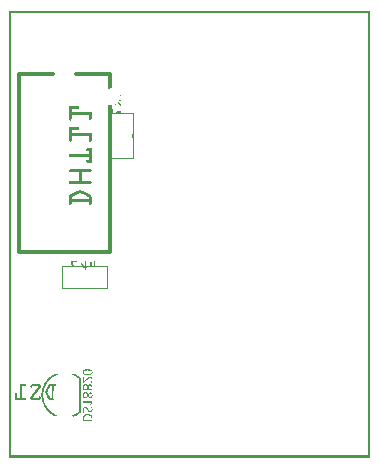
<source format=gbo>
G04 MADE WITH FRITZING*
G04 WWW.FRITZING.ORG*
G04 DOUBLE SIDED*
G04 HOLES PLATED*
G04 CONTOUR ON CENTER OF CONTOUR VECTOR*
%ASAXBY*%
%FSLAX23Y23*%
%MOIN*%
%OFA0B0*%
%SFA1.0B1.0*%
%ADD10C,0.013889*%
%ADD11R,0.001000X0.001000*%
%LNSILK0*%
G90*
G70*
G54D10*
X337Y688D02*
X34Y688D01*
D02*
X34Y688D02*
X34Y1282D01*
D02*
X337Y1282D02*
X223Y1282D01*
D02*
X147Y1282D02*
X34Y1282D01*
G54D11*
X0Y1492D02*
X1203Y1492D01*
X0Y1491D02*
X1203Y1491D01*
X0Y1490D02*
X1203Y1490D01*
X0Y1489D02*
X1203Y1489D01*
X0Y1488D02*
X1203Y1488D01*
X0Y1487D02*
X1203Y1487D01*
X0Y1486D02*
X1203Y1486D01*
X0Y1485D02*
X1203Y1485D01*
X0Y1484D02*
X7Y1484D01*
X1196Y1484D02*
X1203Y1484D01*
X0Y1483D02*
X7Y1483D01*
X1196Y1483D02*
X1203Y1483D01*
X0Y1482D02*
X7Y1482D01*
X1196Y1482D02*
X1203Y1482D01*
X0Y1481D02*
X7Y1481D01*
X1196Y1481D02*
X1203Y1481D01*
X0Y1480D02*
X7Y1480D01*
X1196Y1480D02*
X1203Y1480D01*
X0Y1479D02*
X7Y1479D01*
X1196Y1479D02*
X1203Y1479D01*
X0Y1478D02*
X7Y1478D01*
X1196Y1478D02*
X1203Y1478D01*
X0Y1477D02*
X7Y1477D01*
X1196Y1477D02*
X1203Y1477D01*
X0Y1476D02*
X7Y1476D01*
X1196Y1476D02*
X1203Y1476D01*
X0Y1475D02*
X7Y1475D01*
X1196Y1475D02*
X1203Y1475D01*
X0Y1474D02*
X7Y1474D01*
X1196Y1474D02*
X1203Y1474D01*
X0Y1473D02*
X7Y1473D01*
X1196Y1473D02*
X1203Y1473D01*
X0Y1472D02*
X7Y1472D01*
X1196Y1472D02*
X1203Y1472D01*
X0Y1471D02*
X7Y1471D01*
X1196Y1471D02*
X1203Y1471D01*
X0Y1470D02*
X7Y1470D01*
X1196Y1470D02*
X1203Y1470D01*
X0Y1469D02*
X7Y1469D01*
X1196Y1469D02*
X1203Y1469D01*
X0Y1468D02*
X7Y1468D01*
X1196Y1468D02*
X1203Y1468D01*
X0Y1467D02*
X7Y1467D01*
X1196Y1467D02*
X1203Y1467D01*
X0Y1466D02*
X7Y1466D01*
X1196Y1466D02*
X1203Y1466D01*
X0Y1465D02*
X7Y1465D01*
X1196Y1465D02*
X1203Y1465D01*
X0Y1464D02*
X7Y1464D01*
X1196Y1464D02*
X1203Y1464D01*
X0Y1463D02*
X7Y1463D01*
X1196Y1463D02*
X1203Y1463D01*
X0Y1462D02*
X7Y1462D01*
X1196Y1462D02*
X1203Y1462D01*
X0Y1461D02*
X7Y1461D01*
X1196Y1461D02*
X1203Y1461D01*
X0Y1460D02*
X7Y1460D01*
X1196Y1460D02*
X1203Y1460D01*
X0Y1459D02*
X7Y1459D01*
X1196Y1459D02*
X1203Y1459D01*
X0Y1458D02*
X7Y1458D01*
X1196Y1458D02*
X1203Y1458D01*
X0Y1457D02*
X7Y1457D01*
X1196Y1457D02*
X1203Y1457D01*
X0Y1456D02*
X7Y1456D01*
X1196Y1456D02*
X1203Y1456D01*
X0Y1455D02*
X7Y1455D01*
X1196Y1455D02*
X1203Y1455D01*
X0Y1454D02*
X7Y1454D01*
X1196Y1454D02*
X1203Y1454D01*
X0Y1453D02*
X7Y1453D01*
X1196Y1453D02*
X1203Y1453D01*
X0Y1452D02*
X7Y1452D01*
X1196Y1452D02*
X1203Y1452D01*
X0Y1451D02*
X7Y1451D01*
X1196Y1451D02*
X1203Y1451D01*
X0Y1450D02*
X7Y1450D01*
X1196Y1450D02*
X1203Y1450D01*
X0Y1449D02*
X7Y1449D01*
X1196Y1449D02*
X1203Y1449D01*
X0Y1448D02*
X7Y1448D01*
X1196Y1448D02*
X1203Y1448D01*
X0Y1447D02*
X7Y1447D01*
X1196Y1447D02*
X1203Y1447D01*
X0Y1446D02*
X7Y1446D01*
X1196Y1446D02*
X1203Y1446D01*
X0Y1445D02*
X7Y1445D01*
X1196Y1445D02*
X1203Y1445D01*
X0Y1444D02*
X7Y1444D01*
X1196Y1444D02*
X1203Y1444D01*
X0Y1443D02*
X7Y1443D01*
X1196Y1443D02*
X1203Y1443D01*
X0Y1442D02*
X7Y1442D01*
X1196Y1442D02*
X1203Y1442D01*
X0Y1441D02*
X7Y1441D01*
X1196Y1441D02*
X1203Y1441D01*
X0Y1440D02*
X7Y1440D01*
X1196Y1440D02*
X1203Y1440D01*
X0Y1439D02*
X7Y1439D01*
X1196Y1439D02*
X1203Y1439D01*
X0Y1438D02*
X7Y1438D01*
X1196Y1438D02*
X1203Y1438D01*
X0Y1437D02*
X7Y1437D01*
X1196Y1437D02*
X1203Y1437D01*
X0Y1436D02*
X7Y1436D01*
X1196Y1436D02*
X1203Y1436D01*
X0Y1435D02*
X7Y1435D01*
X1196Y1435D02*
X1203Y1435D01*
X0Y1434D02*
X7Y1434D01*
X1196Y1434D02*
X1203Y1434D01*
X0Y1433D02*
X7Y1433D01*
X1196Y1433D02*
X1203Y1433D01*
X0Y1432D02*
X7Y1432D01*
X1196Y1432D02*
X1203Y1432D01*
X0Y1431D02*
X7Y1431D01*
X1196Y1431D02*
X1203Y1431D01*
X0Y1430D02*
X7Y1430D01*
X1196Y1430D02*
X1203Y1430D01*
X0Y1429D02*
X7Y1429D01*
X1196Y1429D02*
X1203Y1429D01*
X0Y1428D02*
X7Y1428D01*
X1196Y1428D02*
X1203Y1428D01*
X0Y1427D02*
X7Y1427D01*
X1196Y1427D02*
X1203Y1427D01*
X0Y1426D02*
X7Y1426D01*
X1196Y1426D02*
X1203Y1426D01*
X0Y1425D02*
X7Y1425D01*
X1196Y1425D02*
X1203Y1425D01*
X0Y1424D02*
X7Y1424D01*
X1196Y1424D02*
X1203Y1424D01*
X0Y1423D02*
X7Y1423D01*
X1196Y1423D02*
X1203Y1423D01*
X0Y1422D02*
X7Y1422D01*
X1196Y1422D02*
X1203Y1422D01*
X0Y1421D02*
X7Y1421D01*
X1196Y1421D02*
X1203Y1421D01*
X0Y1420D02*
X7Y1420D01*
X1196Y1420D02*
X1203Y1420D01*
X0Y1419D02*
X7Y1419D01*
X1196Y1419D02*
X1203Y1419D01*
X0Y1418D02*
X7Y1418D01*
X1196Y1418D02*
X1203Y1418D01*
X0Y1417D02*
X7Y1417D01*
X1196Y1417D02*
X1203Y1417D01*
X0Y1416D02*
X7Y1416D01*
X1196Y1416D02*
X1203Y1416D01*
X0Y1415D02*
X7Y1415D01*
X1196Y1415D02*
X1203Y1415D01*
X0Y1414D02*
X7Y1414D01*
X1196Y1414D02*
X1203Y1414D01*
X0Y1413D02*
X7Y1413D01*
X1196Y1413D02*
X1203Y1413D01*
X0Y1412D02*
X7Y1412D01*
X1196Y1412D02*
X1203Y1412D01*
X0Y1411D02*
X7Y1411D01*
X1196Y1411D02*
X1203Y1411D01*
X0Y1410D02*
X7Y1410D01*
X1196Y1410D02*
X1203Y1410D01*
X0Y1409D02*
X7Y1409D01*
X1196Y1409D02*
X1203Y1409D01*
X0Y1408D02*
X7Y1408D01*
X1196Y1408D02*
X1203Y1408D01*
X0Y1407D02*
X7Y1407D01*
X1196Y1407D02*
X1203Y1407D01*
X0Y1406D02*
X7Y1406D01*
X1196Y1406D02*
X1203Y1406D01*
X0Y1405D02*
X7Y1405D01*
X1196Y1405D02*
X1203Y1405D01*
X0Y1404D02*
X7Y1404D01*
X1196Y1404D02*
X1203Y1404D01*
X0Y1403D02*
X7Y1403D01*
X1196Y1403D02*
X1203Y1403D01*
X0Y1402D02*
X7Y1402D01*
X1196Y1402D02*
X1203Y1402D01*
X0Y1401D02*
X7Y1401D01*
X1196Y1401D02*
X1203Y1401D01*
X0Y1400D02*
X7Y1400D01*
X1196Y1400D02*
X1203Y1400D01*
X0Y1399D02*
X7Y1399D01*
X1196Y1399D02*
X1203Y1399D01*
X0Y1398D02*
X7Y1398D01*
X1196Y1398D02*
X1203Y1398D01*
X0Y1397D02*
X7Y1397D01*
X1196Y1397D02*
X1203Y1397D01*
X0Y1396D02*
X7Y1396D01*
X1196Y1396D02*
X1203Y1396D01*
X0Y1395D02*
X7Y1395D01*
X1196Y1395D02*
X1203Y1395D01*
X0Y1394D02*
X7Y1394D01*
X1196Y1394D02*
X1203Y1394D01*
X0Y1393D02*
X7Y1393D01*
X1196Y1393D02*
X1203Y1393D01*
X0Y1392D02*
X7Y1392D01*
X1196Y1392D02*
X1203Y1392D01*
X0Y1391D02*
X7Y1391D01*
X1196Y1391D02*
X1203Y1391D01*
X0Y1390D02*
X7Y1390D01*
X1196Y1390D02*
X1203Y1390D01*
X0Y1389D02*
X7Y1389D01*
X1196Y1389D02*
X1203Y1389D01*
X0Y1388D02*
X7Y1388D01*
X1196Y1388D02*
X1203Y1388D01*
X0Y1387D02*
X7Y1387D01*
X1196Y1387D02*
X1203Y1387D01*
X0Y1386D02*
X7Y1386D01*
X1196Y1386D02*
X1203Y1386D01*
X0Y1385D02*
X7Y1385D01*
X1196Y1385D02*
X1203Y1385D01*
X0Y1384D02*
X7Y1384D01*
X1196Y1384D02*
X1203Y1384D01*
X0Y1383D02*
X7Y1383D01*
X1196Y1383D02*
X1203Y1383D01*
X0Y1382D02*
X7Y1382D01*
X1196Y1382D02*
X1203Y1382D01*
X0Y1381D02*
X7Y1381D01*
X1196Y1381D02*
X1203Y1381D01*
X0Y1380D02*
X7Y1380D01*
X1196Y1380D02*
X1203Y1380D01*
X0Y1379D02*
X7Y1379D01*
X1196Y1379D02*
X1203Y1379D01*
X0Y1378D02*
X7Y1378D01*
X1196Y1378D02*
X1203Y1378D01*
X0Y1377D02*
X7Y1377D01*
X1196Y1377D02*
X1203Y1377D01*
X0Y1376D02*
X7Y1376D01*
X1196Y1376D02*
X1203Y1376D01*
X0Y1375D02*
X7Y1375D01*
X1196Y1375D02*
X1203Y1375D01*
X0Y1374D02*
X7Y1374D01*
X1196Y1374D02*
X1203Y1374D01*
X0Y1373D02*
X7Y1373D01*
X1196Y1373D02*
X1203Y1373D01*
X0Y1372D02*
X7Y1372D01*
X1196Y1372D02*
X1203Y1372D01*
X0Y1371D02*
X7Y1371D01*
X1196Y1371D02*
X1203Y1371D01*
X0Y1370D02*
X7Y1370D01*
X1196Y1370D02*
X1203Y1370D01*
X0Y1369D02*
X7Y1369D01*
X1196Y1369D02*
X1203Y1369D01*
X0Y1368D02*
X7Y1368D01*
X1196Y1368D02*
X1203Y1368D01*
X0Y1367D02*
X7Y1367D01*
X1196Y1367D02*
X1203Y1367D01*
X0Y1366D02*
X7Y1366D01*
X1196Y1366D02*
X1203Y1366D01*
X0Y1365D02*
X7Y1365D01*
X1196Y1365D02*
X1203Y1365D01*
X0Y1364D02*
X7Y1364D01*
X1196Y1364D02*
X1203Y1364D01*
X0Y1363D02*
X7Y1363D01*
X1196Y1363D02*
X1203Y1363D01*
X0Y1362D02*
X7Y1362D01*
X1196Y1362D02*
X1203Y1362D01*
X0Y1361D02*
X7Y1361D01*
X1196Y1361D02*
X1203Y1361D01*
X0Y1360D02*
X7Y1360D01*
X1196Y1360D02*
X1203Y1360D01*
X0Y1359D02*
X7Y1359D01*
X1196Y1359D02*
X1203Y1359D01*
X0Y1358D02*
X7Y1358D01*
X1196Y1358D02*
X1203Y1358D01*
X0Y1357D02*
X7Y1357D01*
X1196Y1357D02*
X1203Y1357D01*
X0Y1356D02*
X7Y1356D01*
X1196Y1356D02*
X1203Y1356D01*
X0Y1355D02*
X7Y1355D01*
X1196Y1355D02*
X1203Y1355D01*
X0Y1354D02*
X7Y1354D01*
X1196Y1354D02*
X1203Y1354D01*
X0Y1353D02*
X7Y1353D01*
X1196Y1353D02*
X1203Y1353D01*
X0Y1352D02*
X7Y1352D01*
X1196Y1352D02*
X1203Y1352D01*
X0Y1351D02*
X7Y1351D01*
X1196Y1351D02*
X1203Y1351D01*
X0Y1350D02*
X7Y1350D01*
X1196Y1350D02*
X1203Y1350D01*
X0Y1349D02*
X7Y1349D01*
X1196Y1349D02*
X1203Y1349D01*
X0Y1348D02*
X7Y1348D01*
X1196Y1348D02*
X1203Y1348D01*
X0Y1347D02*
X7Y1347D01*
X1196Y1347D02*
X1203Y1347D01*
X0Y1346D02*
X7Y1346D01*
X1196Y1346D02*
X1203Y1346D01*
X0Y1345D02*
X7Y1345D01*
X1196Y1345D02*
X1203Y1345D01*
X0Y1344D02*
X7Y1344D01*
X1196Y1344D02*
X1203Y1344D01*
X0Y1343D02*
X7Y1343D01*
X1196Y1343D02*
X1203Y1343D01*
X0Y1342D02*
X7Y1342D01*
X1196Y1342D02*
X1203Y1342D01*
X0Y1341D02*
X7Y1341D01*
X1196Y1341D02*
X1203Y1341D01*
X0Y1340D02*
X7Y1340D01*
X1196Y1340D02*
X1203Y1340D01*
X0Y1339D02*
X7Y1339D01*
X1196Y1339D02*
X1203Y1339D01*
X0Y1338D02*
X7Y1338D01*
X1196Y1338D02*
X1203Y1338D01*
X0Y1337D02*
X7Y1337D01*
X1196Y1337D02*
X1203Y1337D01*
X0Y1336D02*
X7Y1336D01*
X1196Y1336D02*
X1203Y1336D01*
X0Y1335D02*
X7Y1335D01*
X1196Y1335D02*
X1203Y1335D01*
X0Y1334D02*
X7Y1334D01*
X1196Y1334D02*
X1203Y1334D01*
X0Y1333D02*
X7Y1333D01*
X1196Y1333D02*
X1203Y1333D01*
X0Y1332D02*
X7Y1332D01*
X1196Y1332D02*
X1203Y1332D01*
X0Y1331D02*
X7Y1331D01*
X1196Y1331D02*
X1203Y1331D01*
X0Y1330D02*
X7Y1330D01*
X1196Y1330D02*
X1203Y1330D01*
X0Y1329D02*
X7Y1329D01*
X1196Y1329D02*
X1203Y1329D01*
X0Y1328D02*
X7Y1328D01*
X1196Y1328D02*
X1203Y1328D01*
X0Y1327D02*
X7Y1327D01*
X1196Y1327D02*
X1203Y1327D01*
X0Y1326D02*
X7Y1326D01*
X1196Y1326D02*
X1203Y1326D01*
X0Y1325D02*
X7Y1325D01*
X1196Y1325D02*
X1203Y1325D01*
X0Y1324D02*
X7Y1324D01*
X1196Y1324D02*
X1203Y1324D01*
X0Y1323D02*
X7Y1323D01*
X1196Y1323D02*
X1203Y1323D01*
X0Y1322D02*
X7Y1322D01*
X1196Y1322D02*
X1203Y1322D01*
X0Y1321D02*
X7Y1321D01*
X1196Y1321D02*
X1203Y1321D01*
X0Y1320D02*
X7Y1320D01*
X1196Y1320D02*
X1203Y1320D01*
X0Y1319D02*
X7Y1319D01*
X1196Y1319D02*
X1203Y1319D01*
X0Y1318D02*
X7Y1318D01*
X1196Y1318D02*
X1203Y1318D01*
X0Y1317D02*
X7Y1317D01*
X1196Y1317D02*
X1203Y1317D01*
X0Y1316D02*
X7Y1316D01*
X1196Y1316D02*
X1203Y1316D01*
X0Y1315D02*
X7Y1315D01*
X1196Y1315D02*
X1203Y1315D01*
X0Y1314D02*
X7Y1314D01*
X1196Y1314D02*
X1203Y1314D01*
X0Y1313D02*
X7Y1313D01*
X1196Y1313D02*
X1203Y1313D01*
X0Y1312D02*
X7Y1312D01*
X1196Y1312D02*
X1203Y1312D01*
X0Y1311D02*
X7Y1311D01*
X1196Y1311D02*
X1203Y1311D01*
X0Y1310D02*
X7Y1310D01*
X1196Y1310D02*
X1203Y1310D01*
X0Y1309D02*
X7Y1309D01*
X1196Y1309D02*
X1203Y1309D01*
X0Y1308D02*
X7Y1308D01*
X1196Y1308D02*
X1203Y1308D01*
X0Y1307D02*
X7Y1307D01*
X1196Y1307D02*
X1203Y1307D01*
X0Y1306D02*
X7Y1306D01*
X1196Y1306D02*
X1203Y1306D01*
X0Y1305D02*
X7Y1305D01*
X1196Y1305D02*
X1203Y1305D01*
X0Y1304D02*
X7Y1304D01*
X1196Y1304D02*
X1203Y1304D01*
X0Y1303D02*
X7Y1303D01*
X1196Y1303D02*
X1203Y1303D01*
X0Y1302D02*
X7Y1302D01*
X1196Y1302D02*
X1203Y1302D01*
X0Y1301D02*
X7Y1301D01*
X1196Y1301D02*
X1203Y1301D01*
X0Y1300D02*
X7Y1300D01*
X1196Y1300D02*
X1203Y1300D01*
X0Y1299D02*
X7Y1299D01*
X1196Y1299D02*
X1203Y1299D01*
X0Y1298D02*
X7Y1298D01*
X1196Y1298D02*
X1203Y1298D01*
X0Y1297D02*
X7Y1297D01*
X1196Y1297D02*
X1203Y1297D01*
X0Y1296D02*
X7Y1296D01*
X1196Y1296D02*
X1203Y1296D01*
X0Y1295D02*
X7Y1295D01*
X1196Y1295D02*
X1203Y1295D01*
X0Y1294D02*
X7Y1294D01*
X1196Y1294D02*
X1203Y1294D01*
X0Y1293D02*
X7Y1293D01*
X1196Y1293D02*
X1203Y1293D01*
X0Y1292D02*
X7Y1292D01*
X1196Y1292D02*
X1203Y1292D01*
X0Y1291D02*
X7Y1291D01*
X1196Y1291D02*
X1203Y1291D01*
X0Y1290D02*
X7Y1290D01*
X1196Y1290D02*
X1203Y1290D01*
X0Y1289D02*
X7Y1289D01*
X1196Y1289D02*
X1203Y1289D01*
X0Y1288D02*
X7Y1288D01*
X1196Y1288D02*
X1203Y1288D01*
X0Y1287D02*
X7Y1287D01*
X1196Y1287D02*
X1203Y1287D01*
X0Y1286D02*
X7Y1286D01*
X1196Y1286D02*
X1203Y1286D01*
X0Y1285D02*
X7Y1285D01*
X1196Y1285D02*
X1203Y1285D01*
X0Y1284D02*
X7Y1284D01*
X1196Y1284D02*
X1203Y1284D01*
X0Y1283D02*
X7Y1283D01*
X330Y1283D02*
X343Y1283D01*
X1196Y1283D02*
X1203Y1283D01*
X0Y1282D02*
X7Y1282D01*
X330Y1282D02*
X343Y1282D01*
X1196Y1282D02*
X1203Y1282D01*
X0Y1281D02*
X7Y1281D01*
X330Y1281D02*
X343Y1281D01*
X1196Y1281D02*
X1203Y1281D01*
X0Y1280D02*
X7Y1280D01*
X330Y1280D02*
X343Y1280D01*
X1196Y1280D02*
X1203Y1280D01*
X0Y1279D02*
X7Y1279D01*
X330Y1279D02*
X343Y1279D01*
X1196Y1279D02*
X1203Y1279D01*
X0Y1278D02*
X7Y1278D01*
X330Y1278D02*
X343Y1278D01*
X1196Y1278D02*
X1203Y1278D01*
X0Y1277D02*
X7Y1277D01*
X330Y1277D02*
X343Y1277D01*
X1196Y1277D02*
X1203Y1277D01*
X0Y1276D02*
X7Y1276D01*
X330Y1276D02*
X343Y1276D01*
X1196Y1276D02*
X1203Y1276D01*
X0Y1275D02*
X7Y1275D01*
X330Y1275D02*
X343Y1275D01*
X1196Y1275D02*
X1203Y1275D01*
X0Y1274D02*
X7Y1274D01*
X330Y1274D02*
X343Y1274D01*
X1196Y1274D02*
X1203Y1274D01*
X0Y1273D02*
X7Y1273D01*
X330Y1273D02*
X343Y1273D01*
X1196Y1273D02*
X1203Y1273D01*
X0Y1272D02*
X7Y1272D01*
X330Y1272D02*
X343Y1272D01*
X1196Y1272D02*
X1203Y1272D01*
X0Y1271D02*
X7Y1271D01*
X330Y1271D02*
X343Y1271D01*
X1196Y1271D02*
X1203Y1271D01*
X0Y1270D02*
X7Y1270D01*
X330Y1270D02*
X343Y1270D01*
X1196Y1270D02*
X1203Y1270D01*
X0Y1269D02*
X7Y1269D01*
X330Y1269D02*
X343Y1269D01*
X1196Y1269D02*
X1203Y1269D01*
X0Y1268D02*
X7Y1268D01*
X330Y1268D02*
X343Y1268D01*
X1196Y1268D02*
X1203Y1268D01*
X0Y1267D02*
X7Y1267D01*
X330Y1267D02*
X343Y1267D01*
X1196Y1267D02*
X1203Y1267D01*
X0Y1266D02*
X7Y1266D01*
X330Y1266D02*
X343Y1266D01*
X1196Y1266D02*
X1203Y1266D01*
X0Y1265D02*
X7Y1265D01*
X330Y1265D02*
X343Y1265D01*
X1196Y1265D02*
X1203Y1265D01*
X0Y1264D02*
X7Y1264D01*
X330Y1264D02*
X343Y1264D01*
X1196Y1264D02*
X1203Y1264D01*
X0Y1263D02*
X7Y1263D01*
X330Y1263D02*
X343Y1263D01*
X1196Y1263D02*
X1203Y1263D01*
X0Y1262D02*
X7Y1262D01*
X330Y1262D02*
X343Y1262D01*
X1196Y1262D02*
X1203Y1262D01*
X0Y1261D02*
X7Y1261D01*
X330Y1261D02*
X343Y1261D01*
X1196Y1261D02*
X1203Y1261D01*
X0Y1260D02*
X7Y1260D01*
X330Y1260D02*
X343Y1260D01*
X1196Y1260D02*
X1203Y1260D01*
X0Y1259D02*
X7Y1259D01*
X330Y1259D02*
X343Y1259D01*
X1196Y1259D02*
X1203Y1259D01*
X0Y1258D02*
X7Y1258D01*
X330Y1258D02*
X343Y1258D01*
X1196Y1258D02*
X1203Y1258D01*
X0Y1257D02*
X7Y1257D01*
X330Y1257D02*
X343Y1257D01*
X1196Y1257D02*
X1203Y1257D01*
X0Y1256D02*
X7Y1256D01*
X330Y1256D02*
X343Y1256D01*
X1196Y1256D02*
X1203Y1256D01*
X0Y1255D02*
X7Y1255D01*
X330Y1255D02*
X343Y1255D01*
X1196Y1255D02*
X1203Y1255D01*
X0Y1254D02*
X7Y1254D01*
X330Y1254D02*
X343Y1254D01*
X1196Y1254D02*
X1203Y1254D01*
X0Y1253D02*
X7Y1253D01*
X330Y1253D02*
X343Y1253D01*
X1196Y1253D02*
X1203Y1253D01*
X0Y1252D02*
X7Y1252D01*
X330Y1252D02*
X343Y1252D01*
X1196Y1252D02*
X1203Y1252D01*
X0Y1251D02*
X7Y1251D01*
X330Y1251D02*
X343Y1251D01*
X1196Y1251D02*
X1203Y1251D01*
X0Y1250D02*
X7Y1250D01*
X330Y1250D02*
X343Y1250D01*
X1196Y1250D02*
X1203Y1250D01*
X0Y1249D02*
X7Y1249D01*
X330Y1249D02*
X343Y1249D01*
X1196Y1249D02*
X1203Y1249D01*
X0Y1248D02*
X7Y1248D01*
X330Y1248D02*
X343Y1248D01*
X1196Y1248D02*
X1203Y1248D01*
X0Y1247D02*
X7Y1247D01*
X330Y1247D02*
X343Y1247D01*
X1196Y1247D02*
X1203Y1247D01*
X0Y1246D02*
X7Y1246D01*
X330Y1246D02*
X343Y1246D01*
X1196Y1246D02*
X1203Y1246D01*
X0Y1245D02*
X7Y1245D01*
X330Y1245D02*
X343Y1245D01*
X1196Y1245D02*
X1203Y1245D01*
X0Y1244D02*
X7Y1244D01*
X330Y1244D02*
X343Y1244D01*
X1196Y1244D02*
X1203Y1244D01*
X0Y1243D02*
X7Y1243D01*
X330Y1243D02*
X343Y1243D01*
X1196Y1243D02*
X1203Y1243D01*
X0Y1242D02*
X7Y1242D01*
X330Y1242D02*
X343Y1242D01*
X1196Y1242D02*
X1203Y1242D01*
X0Y1241D02*
X7Y1241D01*
X330Y1241D02*
X343Y1241D01*
X1196Y1241D02*
X1203Y1241D01*
X0Y1240D02*
X7Y1240D01*
X330Y1240D02*
X343Y1240D01*
X1196Y1240D02*
X1203Y1240D01*
X0Y1239D02*
X7Y1239D01*
X330Y1239D02*
X343Y1239D01*
X1196Y1239D02*
X1203Y1239D01*
X0Y1238D02*
X7Y1238D01*
X330Y1238D02*
X343Y1238D01*
X1196Y1238D02*
X1203Y1238D01*
X0Y1237D02*
X7Y1237D01*
X330Y1237D02*
X343Y1237D01*
X1196Y1237D02*
X1203Y1237D01*
X0Y1236D02*
X7Y1236D01*
X330Y1236D02*
X343Y1236D01*
X1196Y1236D02*
X1203Y1236D01*
X0Y1235D02*
X7Y1235D01*
X330Y1235D02*
X343Y1235D01*
X1196Y1235D02*
X1203Y1235D01*
X0Y1234D02*
X7Y1234D01*
X330Y1234D02*
X343Y1234D01*
X1196Y1234D02*
X1203Y1234D01*
X0Y1233D02*
X7Y1233D01*
X330Y1233D02*
X334Y1233D01*
X1196Y1233D02*
X1203Y1233D01*
X0Y1232D02*
X7Y1232D01*
X330Y1232D02*
X331Y1232D01*
X1196Y1232D02*
X1203Y1232D01*
X0Y1231D02*
X7Y1231D01*
X1196Y1231D02*
X1203Y1231D01*
X0Y1230D02*
X7Y1230D01*
X1196Y1230D02*
X1203Y1230D01*
X0Y1229D02*
X7Y1229D01*
X1196Y1229D02*
X1203Y1229D01*
X0Y1228D02*
X7Y1228D01*
X1196Y1228D02*
X1203Y1228D01*
X0Y1227D02*
X7Y1227D01*
X1196Y1227D02*
X1203Y1227D01*
X0Y1226D02*
X7Y1226D01*
X1196Y1226D02*
X1203Y1226D01*
X0Y1225D02*
X7Y1225D01*
X1196Y1225D02*
X1203Y1225D01*
X0Y1224D02*
X7Y1224D01*
X362Y1224D02*
X362Y1224D01*
X1196Y1224D02*
X1203Y1224D01*
X0Y1223D02*
X7Y1223D01*
X1196Y1223D02*
X1203Y1223D01*
X0Y1222D02*
X7Y1222D01*
X1196Y1222D02*
X1203Y1222D01*
X0Y1221D02*
X7Y1221D01*
X1196Y1221D02*
X1203Y1221D01*
X0Y1220D02*
X7Y1220D01*
X1196Y1220D02*
X1203Y1220D01*
X0Y1219D02*
X7Y1219D01*
X1196Y1219D02*
X1203Y1219D01*
X0Y1218D02*
X7Y1218D01*
X1196Y1218D02*
X1203Y1218D01*
X0Y1217D02*
X7Y1217D01*
X1196Y1217D02*
X1203Y1217D01*
X0Y1216D02*
X7Y1216D01*
X1196Y1216D02*
X1203Y1216D01*
X0Y1215D02*
X7Y1215D01*
X1196Y1215D02*
X1203Y1215D01*
X0Y1214D02*
X7Y1214D01*
X1196Y1214D02*
X1203Y1214D01*
X0Y1213D02*
X7Y1213D01*
X1196Y1213D02*
X1203Y1213D01*
X0Y1212D02*
X7Y1212D01*
X369Y1212D02*
X371Y1212D01*
X1196Y1212D02*
X1203Y1212D01*
X0Y1211D02*
X7Y1211D01*
X369Y1211D02*
X373Y1211D01*
X1196Y1211D02*
X1203Y1211D01*
X0Y1210D02*
X7Y1210D01*
X369Y1210D02*
X373Y1210D01*
X1196Y1210D02*
X1203Y1210D01*
X0Y1209D02*
X7Y1209D01*
X369Y1209D02*
X372Y1209D01*
X1196Y1209D02*
X1203Y1209D01*
X0Y1208D02*
X7Y1208D01*
X370Y1208D02*
X371Y1208D01*
X1196Y1208D02*
X1203Y1208D01*
X0Y1207D02*
X7Y1207D01*
X1196Y1207D02*
X1203Y1207D01*
X0Y1206D02*
X7Y1206D01*
X1196Y1206D02*
X1203Y1206D01*
X0Y1205D02*
X7Y1205D01*
X1196Y1205D02*
X1203Y1205D01*
X0Y1204D02*
X7Y1204D01*
X1196Y1204D02*
X1203Y1204D01*
X0Y1203D02*
X7Y1203D01*
X1196Y1203D02*
X1203Y1203D01*
X0Y1202D02*
X7Y1202D01*
X1196Y1202D02*
X1203Y1202D01*
X0Y1201D02*
X7Y1201D01*
X1196Y1201D02*
X1203Y1201D01*
X0Y1200D02*
X7Y1200D01*
X1196Y1200D02*
X1203Y1200D01*
X0Y1199D02*
X7Y1199D01*
X1196Y1199D02*
X1203Y1199D01*
X0Y1198D02*
X7Y1198D01*
X1196Y1198D02*
X1203Y1198D01*
X0Y1197D02*
X7Y1197D01*
X1196Y1197D02*
X1203Y1197D01*
X0Y1196D02*
X7Y1196D01*
X1196Y1196D02*
X1203Y1196D01*
X0Y1195D02*
X7Y1195D01*
X368Y1195D02*
X372Y1195D01*
X1196Y1195D02*
X1203Y1195D01*
X0Y1194D02*
X7Y1194D01*
X367Y1194D02*
X373Y1194D01*
X1196Y1194D02*
X1203Y1194D01*
X0Y1193D02*
X7Y1193D01*
X367Y1193D02*
X373Y1193D01*
X1196Y1193D02*
X1203Y1193D01*
X0Y1192D02*
X7Y1192D01*
X366Y1192D02*
X372Y1192D01*
X1196Y1192D02*
X1203Y1192D01*
X0Y1191D02*
X7Y1191D01*
X1196Y1191D02*
X1203Y1191D01*
X0Y1190D02*
X7Y1190D01*
X1196Y1190D02*
X1203Y1190D01*
X0Y1189D02*
X7Y1189D01*
X1196Y1189D02*
X1203Y1189D01*
X0Y1188D02*
X7Y1188D01*
X364Y1188D02*
X364Y1188D01*
X1196Y1188D02*
X1203Y1188D01*
X0Y1187D02*
X7Y1187D01*
X363Y1187D02*
X365Y1187D01*
X1196Y1187D02*
X1203Y1187D01*
X0Y1186D02*
X7Y1186D01*
X362Y1186D02*
X366Y1186D01*
X1196Y1186D02*
X1203Y1186D01*
X0Y1185D02*
X7Y1185D01*
X362Y1185D02*
X366Y1185D01*
X1196Y1185D02*
X1203Y1185D01*
X0Y1184D02*
X7Y1184D01*
X363Y1184D02*
X367Y1184D01*
X1196Y1184D02*
X1203Y1184D01*
X0Y1183D02*
X7Y1183D01*
X364Y1183D02*
X368Y1183D01*
X1196Y1183D02*
X1203Y1183D01*
X0Y1182D02*
X7Y1182D01*
X364Y1182D02*
X369Y1182D01*
X1196Y1182D02*
X1203Y1182D01*
X0Y1181D02*
X7Y1181D01*
X356Y1181D02*
X356Y1181D01*
X365Y1181D02*
X370Y1181D01*
X1196Y1181D02*
X1203Y1181D01*
X0Y1180D02*
X7Y1180D01*
X354Y1180D02*
X355Y1180D01*
X366Y1180D02*
X371Y1180D01*
X1196Y1180D02*
X1203Y1180D01*
X0Y1179D02*
X7Y1179D01*
X352Y1179D02*
X354Y1179D01*
X367Y1179D02*
X372Y1179D01*
X1196Y1179D02*
X1203Y1179D01*
X0Y1178D02*
X7Y1178D01*
X330Y1178D02*
X331Y1178D01*
X350Y1178D02*
X353Y1178D01*
X368Y1178D02*
X372Y1178D01*
X1196Y1178D02*
X1203Y1178D01*
X0Y1177D02*
X7Y1177D01*
X330Y1177D02*
X335Y1177D01*
X351Y1177D02*
X352Y1177D01*
X369Y1177D02*
X373Y1177D01*
X1196Y1177D02*
X1203Y1177D01*
X0Y1176D02*
X7Y1176D01*
X330Y1176D02*
X343Y1176D01*
X370Y1176D02*
X373Y1176D01*
X1196Y1176D02*
X1203Y1176D01*
X0Y1175D02*
X7Y1175D01*
X330Y1175D02*
X343Y1175D01*
X371Y1175D02*
X372Y1175D01*
X1196Y1175D02*
X1203Y1175D01*
X0Y1174D02*
X7Y1174D01*
X202Y1174D02*
X229Y1174D01*
X330Y1174D02*
X343Y1174D01*
X1196Y1174D02*
X1203Y1174D01*
X0Y1173D02*
X7Y1173D01*
X201Y1173D02*
X231Y1173D01*
X330Y1173D02*
X343Y1173D01*
X1196Y1173D02*
X1203Y1173D01*
X0Y1172D02*
X7Y1172D01*
X200Y1172D02*
X232Y1172D01*
X330Y1172D02*
X343Y1172D01*
X1196Y1172D02*
X1203Y1172D01*
X0Y1171D02*
X7Y1171D01*
X199Y1171D02*
X232Y1171D01*
X330Y1171D02*
X343Y1171D01*
X1196Y1171D02*
X1203Y1171D01*
X0Y1170D02*
X7Y1170D01*
X199Y1170D02*
X232Y1170D01*
X330Y1170D02*
X343Y1170D01*
X1196Y1170D02*
X1203Y1170D01*
X0Y1169D02*
X7Y1169D01*
X199Y1169D02*
X233Y1169D01*
X330Y1169D02*
X343Y1169D01*
X1196Y1169D02*
X1203Y1169D01*
X0Y1168D02*
X7Y1168D01*
X199Y1168D02*
X232Y1168D01*
X330Y1168D02*
X343Y1168D01*
X1196Y1168D02*
X1203Y1168D01*
X0Y1167D02*
X7Y1167D01*
X199Y1167D02*
X232Y1167D01*
X330Y1167D02*
X343Y1167D01*
X1196Y1167D02*
X1203Y1167D01*
X0Y1166D02*
X7Y1166D01*
X199Y1166D02*
X231Y1166D01*
X330Y1166D02*
X343Y1166D01*
X1196Y1166D02*
X1203Y1166D01*
X0Y1165D02*
X7Y1165D01*
X199Y1165D02*
X230Y1165D01*
X330Y1165D02*
X345Y1165D01*
X1196Y1165D02*
X1203Y1165D01*
X0Y1164D02*
X7Y1164D01*
X199Y1164D02*
X208Y1164D01*
X330Y1164D02*
X346Y1164D01*
X1196Y1164D02*
X1203Y1164D01*
X0Y1163D02*
X7Y1163D01*
X199Y1163D02*
X208Y1163D01*
X330Y1163D02*
X346Y1163D01*
X1196Y1163D02*
X1203Y1163D01*
X0Y1162D02*
X7Y1162D01*
X199Y1162D02*
X208Y1162D01*
X330Y1162D02*
X346Y1162D01*
X1196Y1162D02*
X1203Y1162D01*
X0Y1161D02*
X7Y1161D01*
X199Y1161D02*
X208Y1161D01*
X330Y1161D02*
X345Y1161D01*
X1196Y1161D02*
X1203Y1161D01*
X0Y1160D02*
X7Y1160D01*
X199Y1160D02*
X208Y1160D01*
X330Y1160D02*
X345Y1160D01*
X1196Y1160D02*
X1203Y1160D01*
X0Y1159D02*
X7Y1159D01*
X199Y1159D02*
X208Y1159D01*
X330Y1159D02*
X345Y1159D01*
X1196Y1159D02*
X1203Y1159D01*
X0Y1158D02*
X7Y1158D01*
X199Y1158D02*
X208Y1158D01*
X330Y1158D02*
X345Y1158D01*
X1196Y1158D02*
X1203Y1158D01*
X0Y1157D02*
X7Y1157D01*
X199Y1157D02*
X208Y1157D01*
X330Y1157D02*
X345Y1157D01*
X361Y1157D02*
X371Y1157D01*
X1196Y1157D02*
X1203Y1157D01*
X0Y1156D02*
X7Y1156D01*
X199Y1156D02*
X208Y1156D01*
X330Y1156D02*
X345Y1156D01*
X359Y1156D02*
X372Y1156D01*
X1196Y1156D02*
X1203Y1156D01*
X0Y1155D02*
X7Y1155D01*
X199Y1155D02*
X208Y1155D01*
X330Y1155D02*
X345Y1155D01*
X358Y1155D02*
X373Y1155D01*
X1196Y1155D02*
X1203Y1155D01*
X0Y1154D02*
X7Y1154D01*
X199Y1154D02*
X274Y1154D01*
X330Y1154D02*
X345Y1154D01*
X357Y1154D02*
X372Y1154D01*
X1196Y1154D02*
X1203Y1154D01*
X0Y1153D02*
X7Y1153D01*
X199Y1153D02*
X274Y1153D01*
X330Y1153D02*
X345Y1153D01*
X357Y1153D02*
X371Y1153D01*
X1196Y1153D02*
X1203Y1153D01*
X0Y1152D02*
X7Y1152D01*
X199Y1152D02*
X274Y1152D01*
X330Y1152D02*
X345Y1152D01*
X356Y1152D02*
X360Y1152D01*
X1196Y1152D02*
X1203Y1152D01*
X0Y1151D02*
X7Y1151D01*
X199Y1151D02*
X274Y1151D01*
X330Y1151D02*
X345Y1151D01*
X355Y1151D02*
X359Y1151D01*
X1196Y1151D02*
X1203Y1151D01*
X0Y1150D02*
X7Y1150D01*
X199Y1150D02*
X274Y1150D01*
X330Y1150D02*
X345Y1150D01*
X354Y1150D02*
X359Y1150D01*
X1196Y1150D02*
X1203Y1150D01*
X0Y1149D02*
X7Y1149D01*
X199Y1149D02*
X274Y1149D01*
X330Y1149D02*
X414Y1149D01*
X1196Y1149D02*
X1203Y1149D01*
X0Y1148D02*
X7Y1148D01*
X199Y1148D02*
X274Y1148D01*
X330Y1148D02*
X414Y1148D01*
X1196Y1148D02*
X1203Y1148D01*
X0Y1147D02*
X7Y1147D01*
X199Y1147D02*
X274Y1147D01*
X330Y1147D02*
X414Y1147D01*
X1196Y1147D02*
X1203Y1147D01*
X0Y1146D02*
X7Y1146D01*
X199Y1146D02*
X274Y1146D01*
X330Y1146D02*
X342Y1146D01*
X412Y1146D02*
X414Y1146D01*
X1196Y1146D02*
X1203Y1146D01*
X0Y1145D02*
X7Y1145D01*
X199Y1145D02*
X208Y1145D01*
X265Y1145D02*
X274Y1145D01*
X330Y1145D02*
X342Y1145D01*
X412Y1145D02*
X414Y1145D01*
X1196Y1145D02*
X1203Y1145D01*
X0Y1144D02*
X7Y1144D01*
X199Y1144D02*
X208Y1144D01*
X265Y1144D02*
X274Y1144D01*
X330Y1144D02*
X342Y1144D01*
X412Y1144D02*
X414Y1144D01*
X1196Y1144D02*
X1203Y1144D01*
X0Y1143D02*
X7Y1143D01*
X199Y1143D02*
X208Y1143D01*
X265Y1143D02*
X274Y1143D01*
X330Y1143D02*
X342Y1143D01*
X412Y1143D02*
X414Y1143D01*
X1196Y1143D02*
X1203Y1143D01*
X0Y1142D02*
X7Y1142D01*
X199Y1142D02*
X208Y1142D01*
X265Y1142D02*
X274Y1142D01*
X330Y1142D02*
X342Y1142D01*
X412Y1142D02*
X414Y1142D01*
X1196Y1142D02*
X1203Y1142D01*
X0Y1141D02*
X7Y1141D01*
X199Y1141D02*
X208Y1141D01*
X265Y1141D02*
X274Y1141D01*
X330Y1141D02*
X342Y1141D01*
X412Y1141D02*
X414Y1141D01*
X1196Y1141D02*
X1203Y1141D01*
X0Y1140D02*
X7Y1140D01*
X199Y1140D02*
X208Y1140D01*
X265Y1140D02*
X274Y1140D01*
X330Y1140D02*
X342Y1140D01*
X412Y1140D02*
X414Y1140D01*
X1196Y1140D02*
X1203Y1140D01*
X0Y1139D02*
X7Y1139D01*
X199Y1139D02*
X208Y1139D01*
X265Y1139D02*
X274Y1139D01*
X330Y1139D02*
X342Y1139D01*
X412Y1139D02*
X414Y1139D01*
X1196Y1139D02*
X1203Y1139D01*
X0Y1138D02*
X7Y1138D01*
X199Y1138D02*
X208Y1138D01*
X265Y1138D02*
X274Y1138D01*
X330Y1138D02*
X342Y1138D01*
X412Y1138D02*
X414Y1138D01*
X1196Y1138D02*
X1203Y1138D01*
X0Y1137D02*
X7Y1137D01*
X200Y1137D02*
X208Y1137D01*
X265Y1137D02*
X274Y1137D01*
X330Y1137D02*
X342Y1137D01*
X412Y1137D02*
X414Y1137D01*
X1196Y1137D02*
X1203Y1137D01*
X0Y1136D02*
X7Y1136D01*
X200Y1136D02*
X208Y1136D01*
X265Y1136D02*
X274Y1136D01*
X330Y1136D02*
X342Y1136D01*
X412Y1136D02*
X414Y1136D01*
X1196Y1136D02*
X1203Y1136D01*
X0Y1135D02*
X7Y1135D01*
X200Y1135D02*
X208Y1135D01*
X265Y1135D02*
X274Y1135D01*
X330Y1135D02*
X342Y1135D01*
X412Y1135D02*
X414Y1135D01*
X1196Y1135D02*
X1203Y1135D01*
X0Y1134D02*
X7Y1134D01*
X199Y1134D02*
X208Y1134D01*
X265Y1134D02*
X274Y1134D01*
X330Y1134D02*
X342Y1134D01*
X412Y1134D02*
X414Y1134D01*
X1196Y1134D02*
X1203Y1134D01*
X0Y1133D02*
X7Y1133D01*
X199Y1133D02*
X208Y1133D01*
X265Y1133D02*
X274Y1133D01*
X330Y1133D02*
X342Y1133D01*
X412Y1133D02*
X414Y1133D01*
X1196Y1133D02*
X1203Y1133D01*
X0Y1132D02*
X7Y1132D01*
X199Y1132D02*
X208Y1132D01*
X265Y1132D02*
X274Y1132D01*
X330Y1132D02*
X342Y1132D01*
X412Y1132D02*
X414Y1132D01*
X1196Y1132D02*
X1203Y1132D01*
X0Y1131D02*
X7Y1131D01*
X199Y1131D02*
X208Y1131D01*
X265Y1131D02*
X274Y1131D01*
X330Y1131D02*
X342Y1131D01*
X412Y1131D02*
X414Y1131D01*
X1196Y1131D02*
X1203Y1131D01*
X0Y1130D02*
X7Y1130D01*
X199Y1130D02*
X208Y1130D01*
X265Y1130D02*
X274Y1130D01*
X330Y1130D02*
X342Y1130D01*
X412Y1130D02*
X414Y1130D01*
X1196Y1130D02*
X1203Y1130D01*
X0Y1129D02*
X7Y1129D01*
X199Y1129D02*
X207Y1129D01*
X265Y1129D02*
X273Y1129D01*
X330Y1129D02*
X342Y1129D01*
X412Y1129D02*
X414Y1129D01*
X1196Y1129D02*
X1203Y1129D01*
X0Y1128D02*
X7Y1128D01*
X200Y1128D02*
X207Y1128D01*
X266Y1128D02*
X273Y1128D01*
X330Y1128D02*
X342Y1128D01*
X412Y1128D02*
X414Y1128D01*
X1196Y1128D02*
X1203Y1128D01*
X0Y1127D02*
X7Y1127D01*
X201Y1127D02*
X206Y1127D01*
X267Y1127D02*
X272Y1127D01*
X330Y1127D02*
X342Y1127D01*
X412Y1127D02*
X414Y1127D01*
X1196Y1127D02*
X1203Y1127D01*
X0Y1126D02*
X7Y1126D01*
X203Y1126D02*
X204Y1126D01*
X269Y1126D02*
X270Y1126D01*
X330Y1126D02*
X342Y1126D01*
X412Y1126D02*
X414Y1126D01*
X1196Y1126D02*
X1203Y1126D01*
X0Y1125D02*
X7Y1125D01*
X330Y1125D02*
X342Y1125D01*
X412Y1125D02*
X414Y1125D01*
X1196Y1125D02*
X1203Y1125D01*
X0Y1124D02*
X7Y1124D01*
X330Y1124D02*
X342Y1124D01*
X412Y1124D02*
X414Y1124D01*
X1196Y1124D02*
X1203Y1124D01*
X0Y1123D02*
X7Y1123D01*
X330Y1123D02*
X342Y1123D01*
X412Y1123D02*
X414Y1123D01*
X1196Y1123D02*
X1203Y1123D01*
X0Y1122D02*
X7Y1122D01*
X330Y1122D02*
X342Y1122D01*
X412Y1122D02*
X414Y1122D01*
X1196Y1122D02*
X1203Y1122D01*
X0Y1121D02*
X7Y1121D01*
X330Y1121D02*
X342Y1121D01*
X412Y1121D02*
X414Y1121D01*
X1196Y1121D02*
X1203Y1121D01*
X0Y1120D02*
X7Y1120D01*
X330Y1120D02*
X342Y1120D01*
X412Y1120D02*
X414Y1120D01*
X1196Y1120D02*
X1203Y1120D01*
X0Y1119D02*
X7Y1119D01*
X330Y1119D02*
X342Y1119D01*
X412Y1119D02*
X414Y1119D01*
X1196Y1119D02*
X1203Y1119D01*
X0Y1118D02*
X7Y1118D01*
X330Y1118D02*
X342Y1118D01*
X412Y1118D02*
X414Y1118D01*
X1196Y1118D02*
X1203Y1118D01*
X0Y1117D02*
X7Y1117D01*
X330Y1117D02*
X342Y1117D01*
X412Y1117D02*
X414Y1117D01*
X1196Y1117D02*
X1203Y1117D01*
X0Y1116D02*
X7Y1116D01*
X330Y1116D02*
X342Y1116D01*
X412Y1116D02*
X414Y1116D01*
X1196Y1116D02*
X1203Y1116D01*
X0Y1115D02*
X7Y1115D01*
X330Y1115D02*
X342Y1115D01*
X412Y1115D02*
X414Y1115D01*
X1196Y1115D02*
X1203Y1115D01*
X0Y1114D02*
X7Y1114D01*
X330Y1114D02*
X342Y1114D01*
X412Y1114D02*
X414Y1114D01*
X1196Y1114D02*
X1203Y1114D01*
X0Y1113D02*
X7Y1113D01*
X330Y1113D02*
X342Y1113D01*
X412Y1113D02*
X414Y1113D01*
X1196Y1113D02*
X1203Y1113D01*
X0Y1112D02*
X7Y1112D01*
X330Y1112D02*
X342Y1112D01*
X412Y1112D02*
X414Y1112D01*
X1196Y1112D02*
X1203Y1112D01*
X0Y1111D02*
X7Y1111D01*
X330Y1111D02*
X342Y1111D01*
X412Y1111D02*
X414Y1111D01*
X1196Y1111D02*
X1203Y1111D01*
X0Y1110D02*
X7Y1110D01*
X330Y1110D02*
X342Y1110D01*
X412Y1110D02*
X414Y1110D01*
X1196Y1110D02*
X1203Y1110D01*
X0Y1109D02*
X7Y1109D01*
X330Y1109D02*
X342Y1109D01*
X412Y1109D02*
X414Y1109D01*
X1196Y1109D02*
X1203Y1109D01*
X0Y1108D02*
X7Y1108D01*
X330Y1108D02*
X342Y1108D01*
X412Y1108D02*
X414Y1108D01*
X1196Y1108D02*
X1203Y1108D01*
X0Y1107D02*
X7Y1107D01*
X330Y1107D02*
X342Y1107D01*
X412Y1107D02*
X414Y1107D01*
X1196Y1107D02*
X1203Y1107D01*
X0Y1106D02*
X7Y1106D01*
X330Y1106D02*
X342Y1106D01*
X412Y1106D02*
X414Y1106D01*
X1196Y1106D02*
X1203Y1106D01*
X0Y1105D02*
X7Y1105D01*
X330Y1105D02*
X342Y1105D01*
X412Y1105D02*
X414Y1105D01*
X1196Y1105D02*
X1203Y1105D01*
X0Y1104D02*
X7Y1104D01*
X204Y1104D02*
X228Y1104D01*
X330Y1104D02*
X342Y1104D01*
X412Y1104D02*
X414Y1104D01*
X1196Y1104D02*
X1203Y1104D01*
X0Y1103D02*
X7Y1103D01*
X201Y1103D02*
X231Y1103D01*
X330Y1103D02*
X342Y1103D01*
X412Y1103D02*
X414Y1103D01*
X1196Y1103D02*
X1203Y1103D01*
X0Y1102D02*
X7Y1102D01*
X200Y1102D02*
X232Y1102D01*
X330Y1102D02*
X342Y1102D01*
X412Y1102D02*
X414Y1102D01*
X1196Y1102D02*
X1203Y1102D01*
X0Y1101D02*
X7Y1101D01*
X199Y1101D02*
X232Y1101D01*
X330Y1101D02*
X342Y1101D01*
X412Y1101D02*
X414Y1101D01*
X1196Y1101D02*
X1203Y1101D01*
X0Y1100D02*
X7Y1100D01*
X199Y1100D02*
X232Y1100D01*
X330Y1100D02*
X342Y1100D01*
X412Y1100D02*
X414Y1100D01*
X1196Y1100D02*
X1203Y1100D01*
X0Y1099D02*
X7Y1099D01*
X199Y1099D02*
X233Y1099D01*
X330Y1099D02*
X342Y1099D01*
X412Y1099D02*
X414Y1099D01*
X1196Y1099D02*
X1203Y1099D01*
X0Y1098D02*
X7Y1098D01*
X199Y1098D02*
X232Y1098D01*
X330Y1098D02*
X342Y1098D01*
X412Y1098D02*
X414Y1098D01*
X1196Y1098D02*
X1203Y1098D01*
X0Y1097D02*
X7Y1097D01*
X199Y1097D02*
X232Y1097D01*
X330Y1097D02*
X342Y1097D01*
X412Y1097D02*
X414Y1097D01*
X1196Y1097D02*
X1203Y1097D01*
X0Y1096D02*
X7Y1096D01*
X199Y1096D02*
X231Y1096D01*
X330Y1096D02*
X342Y1096D01*
X412Y1096D02*
X414Y1096D01*
X1196Y1096D02*
X1203Y1096D01*
X0Y1095D02*
X7Y1095D01*
X199Y1095D02*
X230Y1095D01*
X330Y1095D02*
X342Y1095D01*
X412Y1095D02*
X414Y1095D01*
X1196Y1095D02*
X1203Y1095D01*
X0Y1094D02*
X7Y1094D01*
X199Y1094D02*
X208Y1094D01*
X330Y1094D02*
X342Y1094D01*
X412Y1094D02*
X414Y1094D01*
X1196Y1094D02*
X1203Y1094D01*
X0Y1093D02*
X7Y1093D01*
X199Y1093D02*
X208Y1093D01*
X330Y1093D02*
X342Y1093D01*
X412Y1093D02*
X414Y1093D01*
X1196Y1093D02*
X1203Y1093D01*
X0Y1092D02*
X7Y1092D01*
X199Y1092D02*
X208Y1092D01*
X330Y1092D02*
X342Y1092D01*
X412Y1092D02*
X414Y1092D01*
X1196Y1092D02*
X1203Y1092D01*
X0Y1091D02*
X7Y1091D01*
X199Y1091D02*
X208Y1091D01*
X330Y1091D02*
X342Y1091D01*
X412Y1091D02*
X414Y1091D01*
X1196Y1091D02*
X1203Y1091D01*
X0Y1090D02*
X7Y1090D01*
X199Y1090D02*
X208Y1090D01*
X330Y1090D02*
X342Y1090D01*
X412Y1090D02*
X414Y1090D01*
X1196Y1090D02*
X1203Y1090D01*
X0Y1089D02*
X7Y1089D01*
X199Y1089D02*
X208Y1089D01*
X330Y1089D02*
X342Y1089D01*
X412Y1089D02*
X414Y1089D01*
X1196Y1089D02*
X1203Y1089D01*
X0Y1088D02*
X7Y1088D01*
X199Y1088D02*
X208Y1088D01*
X330Y1088D02*
X342Y1088D01*
X412Y1088D02*
X414Y1088D01*
X1196Y1088D02*
X1203Y1088D01*
X0Y1087D02*
X7Y1087D01*
X199Y1087D02*
X208Y1087D01*
X330Y1087D02*
X342Y1087D01*
X412Y1087D02*
X414Y1087D01*
X1196Y1087D02*
X1203Y1087D01*
X0Y1086D02*
X7Y1086D01*
X199Y1086D02*
X208Y1086D01*
X330Y1086D02*
X342Y1086D01*
X412Y1086D02*
X414Y1086D01*
X1196Y1086D02*
X1203Y1086D01*
X0Y1085D02*
X7Y1085D01*
X199Y1085D02*
X208Y1085D01*
X330Y1085D02*
X342Y1085D01*
X412Y1085D02*
X414Y1085D01*
X1196Y1085D02*
X1203Y1085D01*
X0Y1084D02*
X7Y1084D01*
X199Y1084D02*
X274Y1084D01*
X330Y1084D02*
X342Y1084D01*
X412Y1084D02*
X414Y1084D01*
X1196Y1084D02*
X1203Y1084D01*
X0Y1083D02*
X7Y1083D01*
X199Y1083D02*
X274Y1083D01*
X330Y1083D02*
X342Y1083D01*
X412Y1083D02*
X414Y1083D01*
X1196Y1083D02*
X1203Y1083D01*
X0Y1082D02*
X7Y1082D01*
X199Y1082D02*
X274Y1082D01*
X330Y1082D02*
X342Y1082D01*
X412Y1082D02*
X414Y1082D01*
X1196Y1082D02*
X1203Y1082D01*
X0Y1081D02*
X7Y1081D01*
X199Y1081D02*
X274Y1081D01*
X330Y1081D02*
X343Y1081D01*
X411Y1081D02*
X414Y1081D01*
X1196Y1081D02*
X1203Y1081D01*
X0Y1080D02*
X7Y1080D01*
X199Y1080D02*
X274Y1080D01*
X330Y1080D02*
X343Y1080D01*
X411Y1080D02*
X414Y1080D01*
X1196Y1080D02*
X1203Y1080D01*
X0Y1079D02*
X7Y1079D01*
X199Y1079D02*
X274Y1079D01*
X330Y1079D02*
X343Y1079D01*
X411Y1079D02*
X414Y1079D01*
X1196Y1079D02*
X1203Y1079D01*
X0Y1078D02*
X7Y1078D01*
X199Y1078D02*
X274Y1078D01*
X330Y1078D02*
X343Y1078D01*
X411Y1078D02*
X414Y1078D01*
X1196Y1078D02*
X1203Y1078D01*
X0Y1077D02*
X7Y1077D01*
X199Y1077D02*
X274Y1077D01*
X330Y1077D02*
X343Y1077D01*
X411Y1077D02*
X414Y1077D01*
X1196Y1077D02*
X1203Y1077D01*
X0Y1076D02*
X7Y1076D01*
X199Y1076D02*
X274Y1076D01*
X330Y1076D02*
X343Y1076D01*
X411Y1076D02*
X414Y1076D01*
X1196Y1076D02*
X1203Y1076D01*
X0Y1075D02*
X7Y1075D01*
X199Y1075D02*
X274Y1075D01*
X330Y1075D02*
X343Y1075D01*
X411Y1075D02*
X414Y1075D01*
X1196Y1075D02*
X1203Y1075D01*
X0Y1074D02*
X7Y1074D01*
X199Y1074D02*
X208Y1074D01*
X265Y1074D02*
X274Y1074D01*
X330Y1074D02*
X343Y1074D01*
X411Y1074D02*
X414Y1074D01*
X1196Y1074D02*
X1203Y1074D01*
X0Y1073D02*
X7Y1073D01*
X199Y1073D02*
X208Y1073D01*
X265Y1073D02*
X274Y1073D01*
X330Y1073D02*
X343Y1073D01*
X411Y1073D02*
X414Y1073D01*
X1196Y1073D02*
X1203Y1073D01*
X0Y1072D02*
X7Y1072D01*
X199Y1072D02*
X208Y1072D01*
X265Y1072D02*
X274Y1072D01*
X330Y1072D02*
X343Y1072D01*
X411Y1072D02*
X414Y1072D01*
X1196Y1072D02*
X1203Y1072D01*
X0Y1071D02*
X7Y1071D01*
X199Y1071D02*
X208Y1071D01*
X265Y1071D02*
X274Y1071D01*
X330Y1071D02*
X343Y1071D01*
X411Y1071D02*
X414Y1071D01*
X1196Y1071D02*
X1203Y1071D01*
X0Y1070D02*
X7Y1070D01*
X199Y1070D02*
X208Y1070D01*
X265Y1070D02*
X274Y1070D01*
X330Y1070D02*
X343Y1070D01*
X411Y1070D02*
X414Y1070D01*
X1196Y1070D02*
X1203Y1070D01*
X0Y1069D02*
X7Y1069D01*
X199Y1069D02*
X208Y1069D01*
X265Y1069D02*
X274Y1069D01*
X330Y1069D02*
X343Y1069D01*
X411Y1069D02*
X414Y1069D01*
X1196Y1069D02*
X1203Y1069D01*
X0Y1068D02*
X7Y1068D01*
X199Y1068D02*
X208Y1068D01*
X265Y1068D02*
X274Y1068D01*
X330Y1068D02*
X343Y1068D01*
X411Y1068D02*
X414Y1068D01*
X1196Y1068D02*
X1203Y1068D01*
X0Y1067D02*
X7Y1067D01*
X199Y1067D02*
X208Y1067D01*
X265Y1067D02*
X274Y1067D01*
X330Y1067D02*
X343Y1067D01*
X411Y1067D02*
X414Y1067D01*
X1196Y1067D02*
X1203Y1067D01*
X0Y1066D02*
X7Y1066D01*
X199Y1066D02*
X208Y1066D01*
X265Y1066D02*
X274Y1066D01*
X330Y1066D02*
X342Y1066D01*
X412Y1066D02*
X414Y1066D01*
X1196Y1066D02*
X1203Y1066D01*
X0Y1065D02*
X7Y1065D01*
X199Y1065D02*
X208Y1065D01*
X265Y1065D02*
X274Y1065D01*
X330Y1065D02*
X342Y1065D01*
X412Y1065D02*
X414Y1065D01*
X1196Y1065D02*
X1203Y1065D01*
X0Y1064D02*
X7Y1064D01*
X199Y1064D02*
X208Y1064D01*
X265Y1064D02*
X274Y1064D01*
X330Y1064D02*
X342Y1064D01*
X412Y1064D02*
X414Y1064D01*
X1196Y1064D02*
X1203Y1064D01*
X0Y1063D02*
X7Y1063D01*
X199Y1063D02*
X208Y1063D01*
X265Y1063D02*
X274Y1063D01*
X330Y1063D02*
X342Y1063D01*
X412Y1063D02*
X414Y1063D01*
X1196Y1063D02*
X1203Y1063D01*
X0Y1062D02*
X7Y1062D01*
X199Y1062D02*
X208Y1062D01*
X265Y1062D02*
X274Y1062D01*
X330Y1062D02*
X342Y1062D01*
X412Y1062D02*
X414Y1062D01*
X1196Y1062D02*
X1203Y1062D01*
X0Y1061D02*
X7Y1061D01*
X199Y1061D02*
X208Y1061D01*
X265Y1061D02*
X274Y1061D01*
X330Y1061D02*
X342Y1061D01*
X412Y1061D02*
X414Y1061D01*
X1196Y1061D02*
X1203Y1061D01*
X0Y1060D02*
X7Y1060D01*
X199Y1060D02*
X208Y1060D01*
X265Y1060D02*
X274Y1060D01*
X330Y1060D02*
X342Y1060D01*
X412Y1060D02*
X414Y1060D01*
X1196Y1060D02*
X1203Y1060D01*
X0Y1059D02*
X7Y1059D01*
X199Y1059D02*
X208Y1059D01*
X265Y1059D02*
X274Y1059D01*
X330Y1059D02*
X342Y1059D01*
X412Y1059D02*
X414Y1059D01*
X1196Y1059D02*
X1203Y1059D01*
X0Y1058D02*
X7Y1058D01*
X200Y1058D02*
X207Y1058D01*
X266Y1058D02*
X273Y1058D01*
X330Y1058D02*
X342Y1058D01*
X412Y1058D02*
X414Y1058D01*
X1196Y1058D02*
X1203Y1058D01*
X0Y1057D02*
X7Y1057D01*
X201Y1057D02*
X206Y1057D01*
X267Y1057D02*
X272Y1057D01*
X330Y1057D02*
X342Y1057D01*
X412Y1057D02*
X414Y1057D01*
X1196Y1057D02*
X1203Y1057D01*
X0Y1056D02*
X7Y1056D01*
X202Y1056D02*
X205Y1056D01*
X268Y1056D02*
X271Y1056D01*
X330Y1056D02*
X342Y1056D01*
X412Y1056D02*
X414Y1056D01*
X1196Y1056D02*
X1203Y1056D01*
X0Y1055D02*
X7Y1055D01*
X330Y1055D02*
X342Y1055D01*
X412Y1055D02*
X414Y1055D01*
X1196Y1055D02*
X1203Y1055D01*
X0Y1054D02*
X7Y1054D01*
X330Y1054D02*
X342Y1054D01*
X412Y1054D02*
X414Y1054D01*
X1196Y1054D02*
X1203Y1054D01*
X0Y1053D02*
X7Y1053D01*
X330Y1053D02*
X342Y1053D01*
X412Y1053D02*
X414Y1053D01*
X1196Y1053D02*
X1203Y1053D01*
X0Y1052D02*
X7Y1052D01*
X330Y1052D02*
X342Y1052D01*
X412Y1052D02*
X414Y1052D01*
X1196Y1052D02*
X1203Y1052D01*
X0Y1051D02*
X7Y1051D01*
X330Y1051D02*
X342Y1051D01*
X412Y1051D02*
X414Y1051D01*
X1196Y1051D02*
X1203Y1051D01*
X0Y1050D02*
X7Y1050D01*
X330Y1050D02*
X342Y1050D01*
X412Y1050D02*
X414Y1050D01*
X1196Y1050D02*
X1203Y1050D01*
X0Y1049D02*
X7Y1049D01*
X330Y1049D02*
X342Y1049D01*
X412Y1049D02*
X414Y1049D01*
X1196Y1049D02*
X1203Y1049D01*
X0Y1048D02*
X7Y1048D01*
X330Y1048D02*
X342Y1048D01*
X412Y1048D02*
X414Y1048D01*
X1196Y1048D02*
X1203Y1048D01*
X0Y1047D02*
X7Y1047D01*
X330Y1047D02*
X342Y1047D01*
X412Y1047D02*
X414Y1047D01*
X1196Y1047D02*
X1203Y1047D01*
X0Y1046D02*
X7Y1046D01*
X330Y1046D02*
X342Y1046D01*
X412Y1046D02*
X414Y1046D01*
X1196Y1046D02*
X1203Y1046D01*
X0Y1045D02*
X7Y1045D01*
X330Y1045D02*
X342Y1045D01*
X412Y1045D02*
X414Y1045D01*
X1196Y1045D02*
X1203Y1045D01*
X0Y1044D02*
X7Y1044D01*
X330Y1044D02*
X342Y1044D01*
X412Y1044D02*
X414Y1044D01*
X1196Y1044D02*
X1203Y1044D01*
X0Y1043D02*
X7Y1043D01*
X330Y1043D02*
X342Y1043D01*
X412Y1043D02*
X414Y1043D01*
X1196Y1043D02*
X1203Y1043D01*
X0Y1042D02*
X7Y1042D01*
X330Y1042D02*
X342Y1042D01*
X412Y1042D02*
X414Y1042D01*
X1196Y1042D02*
X1203Y1042D01*
X0Y1041D02*
X7Y1041D01*
X330Y1041D02*
X342Y1041D01*
X412Y1041D02*
X414Y1041D01*
X1196Y1041D02*
X1203Y1041D01*
X0Y1040D02*
X7Y1040D01*
X330Y1040D02*
X342Y1040D01*
X412Y1040D02*
X414Y1040D01*
X1196Y1040D02*
X1203Y1040D01*
X0Y1039D02*
X7Y1039D01*
X330Y1039D02*
X342Y1039D01*
X412Y1039D02*
X414Y1039D01*
X1196Y1039D02*
X1203Y1039D01*
X0Y1038D02*
X7Y1038D01*
X330Y1038D02*
X342Y1038D01*
X412Y1038D02*
X414Y1038D01*
X1196Y1038D02*
X1203Y1038D01*
X0Y1037D02*
X7Y1037D01*
X330Y1037D02*
X342Y1037D01*
X412Y1037D02*
X414Y1037D01*
X1196Y1037D02*
X1203Y1037D01*
X0Y1036D02*
X7Y1036D01*
X330Y1036D02*
X342Y1036D01*
X412Y1036D02*
X414Y1036D01*
X1196Y1036D02*
X1203Y1036D01*
X0Y1035D02*
X7Y1035D01*
X330Y1035D02*
X342Y1035D01*
X412Y1035D02*
X414Y1035D01*
X1196Y1035D02*
X1203Y1035D01*
X0Y1034D02*
X7Y1034D01*
X330Y1034D02*
X342Y1034D01*
X412Y1034D02*
X414Y1034D01*
X1196Y1034D02*
X1203Y1034D01*
X0Y1033D02*
X7Y1033D01*
X259Y1033D02*
X274Y1033D01*
X330Y1033D02*
X342Y1033D01*
X412Y1033D02*
X414Y1033D01*
X1196Y1033D02*
X1203Y1033D01*
X0Y1032D02*
X7Y1032D01*
X258Y1032D02*
X274Y1032D01*
X330Y1032D02*
X342Y1032D01*
X412Y1032D02*
X414Y1032D01*
X1196Y1032D02*
X1203Y1032D01*
X0Y1031D02*
X7Y1031D01*
X257Y1031D02*
X274Y1031D01*
X330Y1031D02*
X342Y1031D01*
X412Y1031D02*
X414Y1031D01*
X1196Y1031D02*
X1203Y1031D01*
X0Y1030D02*
X7Y1030D01*
X257Y1030D02*
X274Y1030D01*
X330Y1030D02*
X342Y1030D01*
X412Y1030D02*
X414Y1030D01*
X1196Y1030D02*
X1203Y1030D01*
X0Y1029D02*
X7Y1029D01*
X257Y1029D02*
X274Y1029D01*
X330Y1029D02*
X342Y1029D01*
X412Y1029D02*
X414Y1029D01*
X1196Y1029D02*
X1203Y1029D01*
X0Y1028D02*
X7Y1028D01*
X257Y1028D02*
X274Y1028D01*
X330Y1028D02*
X342Y1028D01*
X412Y1028D02*
X414Y1028D01*
X1196Y1028D02*
X1203Y1028D01*
X0Y1027D02*
X7Y1027D01*
X257Y1027D02*
X274Y1027D01*
X330Y1027D02*
X342Y1027D01*
X412Y1027D02*
X414Y1027D01*
X1196Y1027D02*
X1203Y1027D01*
X0Y1026D02*
X7Y1026D01*
X258Y1026D02*
X274Y1026D01*
X330Y1026D02*
X342Y1026D01*
X412Y1026D02*
X414Y1026D01*
X1196Y1026D02*
X1203Y1026D01*
X0Y1025D02*
X7Y1025D01*
X259Y1025D02*
X274Y1025D01*
X330Y1025D02*
X342Y1025D01*
X412Y1025D02*
X414Y1025D01*
X1196Y1025D02*
X1203Y1025D01*
X0Y1024D02*
X7Y1024D01*
X262Y1024D02*
X274Y1024D01*
X330Y1024D02*
X342Y1024D01*
X412Y1024D02*
X414Y1024D01*
X1196Y1024D02*
X1203Y1024D01*
X0Y1023D02*
X7Y1023D01*
X265Y1023D02*
X274Y1023D01*
X330Y1023D02*
X342Y1023D01*
X412Y1023D02*
X414Y1023D01*
X1196Y1023D02*
X1203Y1023D01*
X0Y1022D02*
X7Y1022D01*
X265Y1022D02*
X274Y1022D01*
X330Y1022D02*
X342Y1022D01*
X412Y1022D02*
X414Y1022D01*
X1196Y1022D02*
X1203Y1022D01*
X0Y1021D02*
X7Y1021D01*
X265Y1021D02*
X274Y1021D01*
X330Y1021D02*
X342Y1021D01*
X412Y1021D02*
X414Y1021D01*
X1196Y1021D02*
X1203Y1021D01*
X0Y1020D02*
X7Y1020D01*
X265Y1020D02*
X274Y1020D01*
X330Y1020D02*
X342Y1020D01*
X412Y1020D02*
X414Y1020D01*
X1196Y1020D02*
X1203Y1020D01*
X0Y1019D02*
X7Y1019D01*
X265Y1019D02*
X274Y1019D01*
X330Y1019D02*
X342Y1019D01*
X412Y1019D02*
X414Y1019D01*
X1196Y1019D02*
X1203Y1019D01*
X0Y1018D02*
X7Y1018D01*
X265Y1018D02*
X274Y1018D01*
X330Y1018D02*
X342Y1018D01*
X412Y1018D02*
X414Y1018D01*
X1196Y1018D02*
X1203Y1018D01*
X0Y1017D02*
X7Y1017D01*
X265Y1017D02*
X274Y1017D01*
X330Y1017D02*
X342Y1017D01*
X412Y1017D02*
X414Y1017D01*
X1196Y1017D02*
X1203Y1017D01*
X0Y1016D02*
X7Y1016D01*
X265Y1016D02*
X274Y1016D01*
X330Y1016D02*
X342Y1016D01*
X412Y1016D02*
X414Y1016D01*
X1196Y1016D02*
X1203Y1016D01*
X0Y1015D02*
X7Y1015D01*
X265Y1015D02*
X274Y1015D01*
X330Y1015D02*
X342Y1015D01*
X412Y1015D02*
X414Y1015D01*
X1196Y1015D02*
X1203Y1015D01*
X0Y1014D02*
X7Y1014D01*
X202Y1014D02*
X274Y1014D01*
X330Y1014D02*
X342Y1014D01*
X412Y1014D02*
X414Y1014D01*
X1196Y1014D02*
X1203Y1014D01*
X0Y1013D02*
X7Y1013D01*
X201Y1013D02*
X274Y1013D01*
X330Y1013D02*
X342Y1013D01*
X412Y1013D02*
X414Y1013D01*
X1196Y1013D02*
X1203Y1013D01*
X0Y1012D02*
X7Y1012D01*
X200Y1012D02*
X274Y1012D01*
X330Y1012D02*
X342Y1012D01*
X412Y1012D02*
X414Y1012D01*
X1196Y1012D02*
X1203Y1012D01*
X0Y1011D02*
X7Y1011D01*
X199Y1011D02*
X274Y1011D01*
X330Y1011D02*
X342Y1011D01*
X412Y1011D02*
X414Y1011D01*
X1196Y1011D02*
X1203Y1011D01*
X0Y1010D02*
X7Y1010D01*
X199Y1010D02*
X274Y1010D01*
X330Y1010D02*
X342Y1010D01*
X412Y1010D02*
X414Y1010D01*
X1196Y1010D02*
X1203Y1010D01*
X0Y1009D02*
X7Y1009D01*
X199Y1009D02*
X274Y1009D01*
X330Y1009D02*
X342Y1009D01*
X412Y1009D02*
X414Y1009D01*
X1196Y1009D02*
X1203Y1009D01*
X0Y1008D02*
X7Y1008D01*
X199Y1008D02*
X274Y1008D01*
X330Y1008D02*
X342Y1008D01*
X412Y1008D02*
X414Y1008D01*
X1196Y1008D02*
X1203Y1008D01*
X0Y1007D02*
X7Y1007D01*
X200Y1007D02*
X274Y1007D01*
X330Y1007D02*
X342Y1007D01*
X412Y1007D02*
X414Y1007D01*
X1196Y1007D02*
X1203Y1007D01*
X0Y1006D02*
X7Y1006D01*
X201Y1006D02*
X274Y1006D01*
X330Y1006D02*
X342Y1006D01*
X412Y1006D02*
X414Y1006D01*
X1196Y1006D02*
X1203Y1006D01*
X0Y1005D02*
X7Y1005D01*
X202Y1005D02*
X274Y1005D01*
X330Y1005D02*
X342Y1005D01*
X412Y1005D02*
X414Y1005D01*
X1196Y1005D02*
X1203Y1005D01*
X0Y1004D02*
X7Y1004D01*
X265Y1004D02*
X274Y1004D01*
X330Y1004D02*
X342Y1004D01*
X412Y1004D02*
X414Y1004D01*
X1196Y1004D02*
X1203Y1004D01*
X0Y1003D02*
X7Y1003D01*
X265Y1003D02*
X274Y1003D01*
X330Y1003D02*
X342Y1003D01*
X412Y1003D02*
X414Y1003D01*
X1196Y1003D02*
X1203Y1003D01*
X0Y1002D02*
X7Y1002D01*
X265Y1002D02*
X274Y1002D01*
X330Y1002D02*
X342Y1002D01*
X412Y1002D02*
X414Y1002D01*
X1196Y1002D02*
X1203Y1002D01*
X0Y1001D02*
X7Y1001D01*
X265Y1001D02*
X274Y1001D01*
X330Y1001D02*
X414Y1001D01*
X1196Y1001D02*
X1203Y1001D01*
X0Y1000D02*
X7Y1000D01*
X265Y1000D02*
X274Y1000D01*
X330Y1000D02*
X414Y1000D01*
X1196Y1000D02*
X1203Y1000D01*
X0Y999D02*
X7Y999D01*
X265Y999D02*
X274Y999D01*
X330Y999D02*
X414Y999D01*
X1196Y999D02*
X1203Y999D01*
X0Y998D02*
X7Y998D01*
X265Y998D02*
X274Y998D01*
X330Y998D02*
X343Y998D01*
X1196Y998D02*
X1203Y998D01*
X0Y997D02*
X7Y997D01*
X265Y997D02*
X274Y997D01*
X330Y997D02*
X343Y997D01*
X1196Y997D02*
X1203Y997D01*
X0Y996D02*
X7Y996D01*
X265Y996D02*
X274Y996D01*
X330Y996D02*
X343Y996D01*
X1196Y996D02*
X1203Y996D01*
X0Y995D02*
X7Y995D01*
X261Y995D02*
X274Y995D01*
X330Y995D02*
X343Y995D01*
X1196Y995D02*
X1203Y995D01*
X0Y994D02*
X7Y994D01*
X259Y994D02*
X274Y994D01*
X330Y994D02*
X343Y994D01*
X1196Y994D02*
X1203Y994D01*
X0Y993D02*
X7Y993D01*
X258Y993D02*
X274Y993D01*
X330Y993D02*
X343Y993D01*
X1196Y993D02*
X1203Y993D01*
X0Y992D02*
X7Y992D01*
X257Y992D02*
X274Y992D01*
X330Y992D02*
X343Y992D01*
X1196Y992D02*
X1203Y992D01*
X0Y991D02*
X7Y991D01*
X257Y991D02*
X274Y991D01*
X330Y991D02*
X343Y991D01*
X1196Y991D02*
X1203Y991D01*
X0Y990D02*
X7Y990D01*
X257Y990D02*
X274Y990D01*
X330Y990D02*
X343Y990D01*
X1196Y990D02*
X1203Y990D01*
X0Y989D02*
X7Y989D01*
X257Y989D02*
X274Y989D01*
X330Y989D02*
X343Y989D01*
X1196Y989D02*
X1203Y989D01*
X0Y988D02*
X7Y988D01*
X257Y988D02*
X274Y988D01*
X330Y988D02*
X343Y988D01*
X1196Y988D02*
X1203Y988D01*
X0Y987D02*
X7Y987D01*
X258Y987D02*
X274Y987D01*
X330Y987D02*
X343Y987D01*
X1196Y987D02*
X1203Y987D01*
X0Y986D02*
X7Y986D01*
X259Y986D02*
X274Y986D01*
X330Y986D02*
X343Y986D01*
X1196Y986D02*
X1203Y986D01*
X0Y985D02*
X7Y985D01*
X330Y985D02*
X343Y985D01*
X1196Y985D02*
X1203Y985D01*
X0Y984D02*
X7Y984D01*
X330Y984D02*
X343Y984D01*
X1196Y984D02*
X1203Y984D01*
X0Y983D02*
X7Y983D01*
X330Y983D02*
X343Y983D01*
X1196Y983D02*
X1203Y983D01*
X0Y982D02*
X7Y982D01*
X330Y982D02*
X343Y982D01*
X1196Y982D02*
X1203Y982D01*
X0Y981D02*
X7Y981D01*
X330Y981D02*
X343Y981D01*
X1196Y981D02*
X1203Y981D01*
X0Y980D02*
X7Y980D01*
X330Y980D02*
X343Y980D01*
X1196Y980D02*
X1203Y980D01*
X0Y979D02*
X7Y979D01*
X330Y979D02*
X343Y979D01*
X1196Y979D02*
X1203Y979D01*
X0Y978D02*
X7Y978D01*
X330Y978D02*
X343Y978D01*
X1196Y978D02*
X1203Y978D01*
X0Y977D02*
X7Y977D01*
X330Y977D02*
X343Y977D01*
X1196Y977D02*
X1203Y977D01*
X0Y976D02*
X7Y976D01*
X330Y976D02*
X343Y976D01*
X1196Y976D02*
X1203Y976D01*
X0Y975D02*
X7Y975D01*
X330Y975D02*
X343Y975D01*
X1196Y975D02*
X1203Y975D01*
X0Y974D02*
X7Y974D01*
X330Y974D02*
X343Y974D01*
X1196Y974D02*
X1203Y974D01*
X0Y973D02*
X7Y973D01*
X330Y973D02*
X343Y973D01*
X1196Y973D02*
X1203Y973D01*
X0Y972D02*
X7Y972D01*
X330Y972D02*
X343Y972D01*
X1196Y972D02*
X1203Y972D01*
X0Y971D02*
X7Y971D01*
X330Y971D02*
X343Y971D01*
X1196Y971D02*
X1203Y971D01*
X0Y970D02*
X7Y970D01*
X330Y970D02*
X343Y970D01*
X1196Y970D02*
X1203Y970D01*
X0Y969D02*
X7Y969D01*
X330Y969D02*
X343Y969D01*
X1196Y969D02*
X1203Y969D01*
X0Y968D02*
X7Y968D01*
X330Y968D02*
X343Y968D01*
X1196Y968D02*
X1203Y968D01*
X0Y967D02*
X7Y967D01*
X330Y967D02*
X343Y967D01*
X1196Y967D02*
X1203Y967D01*
X0Y966D02*
X7Y966D01*
X330Y966D02*
X343Y966D01*
X1196Y966D02*
X1203Y966D01*
X0Y965D02*
X7Y965D01*
X330Y965D02*
X343Y965D01*
X1196Y965D02*
X1203Y965D01*
X0Y964D02*
X7Y964D01*
X330Y964D02*
X343Y964D01*
X1196Y964D02*
X1203Y964D01*
X0Y963D02*
X7Y963D01*
X202Y963D02*
X271Y963D01*
X330Y963D02*
X343Y963D01*
X1196Y963D02*
X1203Y963D01*
X0Y962D02*
X7Y962D01*
X200Y962D02*
X272Y962D01*
X330Y962D02*
X343Y962D01*
X1196Y962D02*
X1203Y962D01*
X0Y961D02*
X7Y961D01*
X200Y961D02*
X273Y961D01*
X330Y961D02*
X343Y961D01*
X1196Y961D02*
X1203Y961D01*
X0Y960D02*
X7Y960D01*
X199Y960D02*
X274Y960D01*
X330Y960D02*
X343Y960D01*
X1196Y960D02*
X1203Y960D01*
X0Y959D02*
X7Y959D01*
X199Y959D02*
X274Y959D01*
X330Y959D02*
X343Y959D01*
X1196Y959D02*
X1203Y959D01*
X0Y958D02*
X7Y958D01*
X199Y958D02*
X274Y958D01*
X330Y958D02*
X343Y958D01*
X1196Y958D02*
X1203Y958D01*
X0Y957D02*
X7Y957D01*
X199Y957D02*
X274Y957D01*
X330Y957D02*
X343Y957D01*
X1196Y957D02*
X1203Y957D01*
X0Y956D02*
X7Y956D01*
X200Y956D02*
X273Y956D01*
X330Y956D02*
X343Y956D01*
X1196Y956D02*
X1203Y956D01*
X0Y955D02*
X7Y955D01*
X201Y955D02*
X272Y955D01*
X330Y955D02*
X343Y955D01*
X1196Y955D02*
X1203Y955D01*
X0Y954D02*
X7Y954D01*
X202Y954D02*
X270Y954D01*
X330Y954D02*
X343Y954D01*
X1196Y954D02*
X1203Y954D01*
X0Y953D02*
X7Y953D01*
X232Y953D02*
X241Y953D01*
X330Y953D02*
X343Y953D01*
X1196Y953D02*
X1203Y953D01*
X0Y952D02*
X7Y952D01*
X232Y952D02*
X241Y952D01*
X330Y952D02*
X343Y952D01*
X1196Y952D02*
X1203Y952D01*
X0Y951D02*
X7Y951D01*
X232Y951D02*
X241Y951D01*
X330Y951D02*
X343Y951D01*
X1196Y951D02*
X1203Y951D01*
X0Y950D02*
X7Y950D01*
X232Y950D02*
X241Y950D01*
X330Y950D02*
X343Y950D01*
X1196Y950D02*
X1203Y950D01*
X0Y949D02*
X7Y949D01*
X232Y949D02*
X241Y949D01*
X330Y949D02*
X343Y949D01*
X1196Y949D02*
X1203Y949D01*
X0Y948D02*
X7Y948D01*
X232Y948D02*
X241Y948D01*
X330Y948D02*
X343Y948D01*
X1196Y948D02*
X1203Y948D01*
X0Y947D02*
X7Y947D01*
X232Y947D02*
X241Y947D01*
X330Y947D02*
X343Y947D01*
X1196Y947D02*
X1203Y947D01*
X0Y946D02*
X7Y946D01*
X232Y946D02*
X241Y946D01*
X330Y946D02*
X343Y946D01*
X1196Y946D02*
X1203Y946D01*
X0Y945D02*
X7Y945D01*
X232Y945D02*
X241Y945D01*
X330Y945D02*
X343Y945D01*
X1196Y945D02*
X1203Y945D01*
X0Y944D02*
X7Y944D01*
X232Y944D02*
X241Y944D01*
X330Y944D02*
X343Y944D01*
X1196Y944D02*
X1203Y944D01*
X0Y943D02*
X7Y943D01*
X232Y943D02*
X241Y943D01*
X330Y943D02*
X343Y943D01*
X1196Y943D02*
X1203Y943D01*
X0Y942D02*
X7Y942D01*
X232Y942D02*
X241Y942D01*
X330Y942D02*
X343Y942D01*
X1196Y942D02*
X1203Y942D01*
X0Y941D02*
X7Y941D01*
X232Y941D02*
X241Y941D01*
X330Y941D02*
X343Y941D01*
X1196Y941D02*
X1203Y941D01*
X0Y940D02*
X7Y940D01*
X232Y940D02*
X241Y940D01*
X330Y940D02*
X343Y940D01*
X1196Y940D02*
X1203Y940D01*
X0Y939D02*
X7Y939D01*
X232Y939D02*
X241Y939D01*
X330Y939D02*
X343Y939D01*
X1196Y939D02*
X1203Y939D01*
X0Y938D02*
X7Y938D01*
X232Y938D02*
X241Y938D01*
X330Y938D02*
X343Y938D01*
X1196Y938D02*
X1203Y938D01*
X0Y937D02*
X7Y937D01*
X232Y937D02*
X241Y937D01*
X330Y937D02*
X343Y937D01*
X1196Y937D02*
X1203Y937D01*
X0Y936D02*
X7Y936D01*
X232Y936D02*
X241Y936D01*
X330Y936D02*
X343Y936D01*
X1196Y936D02*
X1203Y936D01*
X0Y935D02*
X7Y935D01*
X232Y935D02*
X241Y935D01*
X330Y935D02*
X343Y935D01*
X1196Y935D02*
X1203Y935D01*
X0Y934D02*
X7Y934D01*
X232Y934D02*
X241Y934D01*
X330Y934D02*
X343Y934D01*
X1196Y934D02*
X1203Y934D01*
X0Y933D02*
X7Y933D01*
X232Y933D02*
X241Y933D01*
X330Y933D02*
X343Y933D01*
X1196Y933D02*
X1203Y933D01*
X0Y932D02*
X7Y932D01*
X232Y932D02*
X241Y932D01*
X330Y932D02*
X343Y932D01*
X1196Y932D02*
X1203Y932D01*
X0Y931D02*
X7Y931D01*
X232Y931D02*
X241Y931D01*
X330Y931D02*
X343Y931D01*
X1196Y931D02*
X1203Y931D01*
X0Y930D02*
X7Y930D01*
X232Y930D02*
X241Y930D01*
X330Y930D02*
X343Y930D01*
X1196Y930D02*
X1203Y930D01*
X0Y929D02*
X7Y929D01*
X232Y929D02*
X241Y929D01*
X330Y929D02*
X343Y929D01*
X1196Y929D02*
X1203Y929D01*
X0Y928D02*
X7Y928D01*
X232Y928D02*
X241Y928D01*
X330Y928D02*
X343Y928D01*
X1196Y928D02*
X1203Y928D01*
X0Y927D02*
X7Y927D01*
X232Y927D02*
X241Y927D01*
X330Y927D02*
X343Y927D01*
X1196Y927D02*
X1203Y927D01*
X0Y926D02*
X7Y926D01*
X232Y926D02*
X241Y926D01*
X330Y926D02*
X343Y926D01*
X1196Y926D02*
X1203Y926D01*
X0Y925D02*
X7Y925D01*
X232Y925D02*
X241Y925D01*
X330Y925D02*
X343Y925D01*
X1196Y925D02*
X1203Y925D01*
X0Y924D02*
X7Y924D01*
X201Y924D02*
X272Y924D01*
X330Y924D02*
X343Y924D01*
X1196Y924D02*
X1203Y924D01*
X0Y923D02*
X7Y923D01*
X200Y923D02*
X273Y923D01*
X330Y923D02*
X343Y923D01*
X1196Y923D02*
X1203Y923D01*
X0Y922D02*
X7Y922D01*
X199Y922D02*
X273Y922D01*
X330Y922D02*
X343Y922D01*
X1196Y922D02*
X1203Y922D01*
X0Y921D02*
X7Y921D01*
X199Y921D02*
X274Y921D01*
X330Y921D02*
X343Y921D01*
X1196Y921D02*
X1203Y921D01*
X0Y920D02*
X7Y920D01*
X199Y920D02*
X274Y920D01*
X330Y920D02*
X343Y920D01*
X1196Y920D02*
X1203Y920D01*
X0Y919D02*
X7Y919D01*
X199Y919D02*
X274Y919D01*
X330Y919D02*
X343Y919D01*
X1196Y919D02*
X1203Y919D01*
X0Y918D02*
X7Y918D01*
X199Y918D02*
X273Y918D01*
X330Y918D02*
X343Y918D01*
X1196Y918D02*
X1203Y918D01*
X0Y917D02*
X7Y917D01*
X200Y917D02*
X273Y917D01*
X330Y917D02*
X343Y917D01*
X1196Y917D02*
X1203Y917D01*
X0Y916D02*
X7Y916D01*
X201Y916D02*
X272Y916D01*
X330Y916D02*
X343Y916D01*
X1196Y916D02*
X1203Y916D01*
X0Y915D02*
X7Y915D01*
X330Y915D02*
X343Y915D01*
X1196Y915D02*
X1203Y915D01*
X0Y914D02*
X7Y914D01*
X330Y914D02*
X343Y914D01*
X1196Y914D02*
X1203Y914D01*
X0Y913D02*
X7Y913D01*
X330Y913D02*
X343Y913D01*
X1196Y913D02*
X1203Y913D01*
X0Y912D02*
X7Y912D01*
X330Y912D02*
X343Y912D01*
X1196Y912D02*
X1203Y912D01*
X0Y911D02*
X7Y911D01*
X330Y911D02*
X343Y911D01*
X1196Y911D02*
X1203Y911D01*
X0Y910D02*
X7Y910D01*
X330Y910D02*
X343Y910D01*
X1196Y910D02*
X1203Y910D01*
X0Y909D02*
X7Y909D01*
X330Y909D02*
X343Y909D01*
X1196Y909D02*
X1203Y909D01*
X0Y908D02*
X7Y908D01*
X330Y908D02*
X343Y908D01*
X1196Y908D02*
X1203Y908D01*
X0Y907D02*
X7Y907D01*
X330Y907D02*
X343Y907D01*
X1196Y907D02*
X1203Y907D01*
X0Y906D02*
X7Y906D01*
X330Y906D02*
X343Y906D01*
X1196Y906D02*
X1203Y906D01*
X0Y905D02*
X7Y905D01*
X330Y905D02*
X343Y905D01*
X1196Y905D02*
X1203Y905D01*
X0Y904D02*
X7Y904D01*
X330Y904D02*
X343Y904D01*
X1196Y904D02*
X1203Y904D01*
X0Y903D02*
X7Y903D01*
X330Y903D02*
X343Y903D01*
X1196Y903D02*
X1203Y903D01*
X0Y902D02*
X7Y902D01*
X330Y902D02*
X343Y902D01*
X1196Y902D02*
X1203Y902D01*
X0Y901D02*
X7Y901D01*
X330Y901D02*
X343Y901D01*
X1196Y901D02*
X1203Y901D01*
X0Y900D02*
X7Y900D01*
X330Y900D02*
X343Y900D01*
X1196Y900D02*
X1203Y900D01*
X0Y899D02*
X7Y899D01*
X330Y899D02*
X343Y899D01*
X1196Y899D02*
X1203Y899D01*
X0Y898D02*
X7Y898D01*
X330Y898D02*
X343Y898D01*
X1196Y898D02*
X1203Y898D01*
X0Y897D02*
X7Y897D01*
X330Y897D02*
X343Y897D01*
X1196Y897D02*
X1203Y897D01*
X0Y896D02*
X7Y896D01*
X330Y896D02*
X343Y896D01*
X1196Y896D02*
X1203Y896D01*
X0Y895D02*
X7Y895D01*
X330Y895D02*
X343Y895D01*
X1196Y895D02*
X1203Y895D01*
X0Y894D02*
X7Y894D01*
X330Y894D02*
X343Y894D01*
X1196Y894D02*
X1203Y894D01*
X0Y893D02*
X7Y893D01*
X234Y893D02*
X239Y893D01*
X330Y893D02*
X343Y893D01*
X1196Y893D02*
X1203Y893D01*
X0Y892D02*
X7Y892D01*
X230Y892D02*
X243Y892D01*
X330Y892D02*
X343Y892D01*
X1196Y892D02*
X1203Y892D01*
X0Y891D02*
X7Y891D01*
X227Y891D02*
X246Y891D01*
X330Y891D02*
X343Y891D01*
X1196Y891D02*
X1203Y891D01*
X0Y890D02*
X7Y890D01*
X225Y890D02*
X248Y890D01*
X330Y890D02*
X343Y890D01*
X1196Y890D02*
X1203Y890D01*
X0Y889D02*
X7Y889D01*
X223Y889D02*
X250Y889D01*
X330Y889D02*
X343Y889D01*
X1196Y889D02*
X1203Y889D01*
X0Y888D02*
X7Y888D01*
X221Y888D02*
X252Y888D01*
X330Y888D02*
X343Y888D01*
X1196Y888D02*
X1203Y888D01*
X0Y887D02*
X7Y887D01*
X219Y887D02*
X254Y887D01*
X330Y887D02*
X343Y887D01*
X1196Y887D02*
X1203Y887D01*
X0Y886D02*
X7Y886D01*
X217Y886D02*
X256Y886D01*
X330Y886D02*
X343Y886D01*
X1196Y886D02*
X1203Y886D01*
X0Y885D02*
X7Y885D01*
X215Y885D02*
X258Y885D01*
X330Y885D02*
X343Y885D01*
X1196Y885D02*
X1203Y885D01*
X0Y884D02*
X7Y884D01*
X213Y884D02*
X260Y884D01*
X330Y884D02*
X343Y884D01*
X1196Y884D02*
X1203Y884D01*
X0Y883D02*
X7Y883D01*
X211Y883D02*
X233Y883D01*
X240Y883D02*
X262Y883D01*
X330Y883D02*
X343Y883D01*
X1196Y883D02*
X1203Y883D01*
X0Y882D02*
X7Y882D01*
X209Y882D02*
X230Y882D01*
X243Y882D02*
X264Y882D01*
X330Y882D02*
X343Y882D01*
X1196Y882D02*
X1203Y882D01*
X0Y881D02*
X7Y881D01*
X207Y881D02*
X228Y881D01*
X245Y881D02*
X266Y881D01*
X330Y881D02*
X343Y881D01*
X1196Y881D02*
X1203Y881D01*
X0Y880D02*
X7Y880D01*
X205Y880D02*
X226Y880D01*
X247Y880D02*
X267Y880D01*
X330Y880D02*
X343Y880D01*
X1196Y880D02*
X1203Y880D01*
X0Y879D02*
X7Y879D01*
X204Y879D02*
X224Y879D01*
X249Y879D02*
X269Y879D01*
X330Y879D02*
X343Y879D01*
X1196Y879D02*
X1203Y879D01*
X0Y878D02*
X7Y878D01*
X203Y878D02*
X222Y878D01*
X251Y878D02*
X270Y878D01*
X330Y878D02*
X343Y878D01*
X1196Y878D02*
X1203Y878D01*
X0Y877D02*
X7Y877D01*
X202Y877D02*
X220Y877D01*
X253Y877D02*
X270Y877D01*
X330Y877D02*
X343Y877D01*
X1196Y877D02*
X1203Y877D01*
X0Y876D02*
X7Y876D01*
X201Y876D02*
X218Y876D01*
X255Y876D02*
X271Y876D01*
X330Y876D02*
X343Y876D01*
X1196Y876D02*
X1203Y876D01*
X0Y875D02*
X7Y875D01*
X201Y875D02*
X216Y875D01*
X257Y875D02*
X272Y875D01*
X330Y875D02*
X343Y875D01*
X1196Y875D02*
X1203Y875D01*
X0Y874D02*
X7Y874D01*
X200Y874D02*
X214Y874D01*
X259Y874D02*
X272Y874D01*
X330Y874D02*
X343Y874D01*
X1196Y874D02*
X1203Y874D01*
X0Y873D02*
X7Y873D01*
X200Y873D02*
X212Y873D01*
X261Y873D02*
X273Y873D01*
X330Y873D02*
X343Y873D01*
X1196Y873D02*
X1203Y873D01*
X0Y872D02*
X7Y872D01*
X200Y872D02*
X210Y872D01*
X262Y872D02*
X273Y872D01*
X330Y872D02*
X343Y872D01*
X1196Y872D02*
X1203Y872D01*
X0Y871D02*
X7Y871D01*
X199Y871D02*
X209Y871D01*
X264Y871D02*
X273Y871D01*
X330Y871D02*
X343Y871D01*
X1196Y871D02*
X1203Y871D01*
X0Y870D02*
X7Y870D01*
X199Y870D02*
X208Y870D01*
X265Y870D02*
X274Y870D01*
X330Y870D02*
X343Y870D01*
X1196Y870D02*
X1203Y870D01*
X0Y869D02*
X7Y869D01*
X199Y869D02*
X208Y869D01*
X265Y869D02*
X274Y869D01*
X330Y869D02*
X343Y869D01*
X1196Y869D02*
X1203Y869D01*
X0Y868D02*
X7Y868D01*
X199Y868D02*
X208Y868D01*
X265Y868D02*
X274Y868D01*
X330Y868D02*
X343Y868D01*
X1196Y868D02*
X1203Y868D01*
X0Y867D02*
X7Y867D01*
X199Y867D02*
X208Y867D01*
X265Y867D02*
X274Y867D01*
X330Y867D02*
X343Y867D01*
X1196Y867D02*
X1203Y867D01*
X0Y866D02*
X7Y866D01*
X199Y866D02*
X208Y866D01*
X265Y866D02*
X274Y866D01*
X330Y866D02*
X343Y866D01*
X1196Y866D02*
X1203Y866D01*
X0Y865D02*
X7Y865D01*
X199Y865D02*
X208Y865D01*
X265Y865D02*
X274Y865D01*
X330Y865D02*
X343Y865D01*
X1196Y865D02*
X1203Y865D01*
X0Y864D02*
X7Y864D01*
X199Y864D02*
X274Y864D01*
X330Y864D02*
X343Y864D01*
X1196Y864D02*
X1203Y864D01*
X0Y863D02*
X7Y863D01*
X199Y863D02*
X274Y863D01*
X330Y863D02*
X343Y863D01*
X1196Y863D02*
X1203Y863D01*
X0Y862D02*
X7Y862D01*
X199Y862D02*
X274Y862D01*
X330Y862D02*
X343Y862D01*
X1196Y862D02*
X1203Y862D01*
X0Y861D02*
X7Y861D01*
X199Y861D02*
X274Y861D01*
X330Y861D02*
X343Y861D01*
X1196Y861D02*
X1203Y861D01*
X0Y860D02*
X7Y860D01*
X199Y860D02*
X274Y860D01*
X330Y860D02*
X343Y860D01*
X1196Y860D02*
X1203Y860D01*
X0Y859D02*
X7Y859D01*
X199Y859D02*
X274Y859D01*
X330Y859D02*
X343Y859D01*
X1196Y859D02*
X1203Y859D01*
X0Y858D02*
X7Y858D01*
X199Y858D02*
X274Y858D01*
X330Y858D02*
X343Y858D01*
X1196Y858D02*
X1203Y858D01*
X0Y857D02*
X7Y857D01*
X199Y857D02*
X274Y857D01*
X330Y857D02*
X343Y857D01*
X1196Y857D02*
X1203Y857D01*
X0Y856D02*
X7Y856D01*
X199Y856D02*
X274Y856D01*
X330Y856D02*
X343Y856D01*
X1196Y856D02*
X1203Y856D01*
X0Y855D02*
X7Y855D01*
X199Y855D02*
X274Y855D01*
X330Y855D02*
X343Y855D01*
X1196Y855D02*
X1203Y855D01*
X0Y854D02*
X7Y854D01*
X199Y854D02*
X208Y854D01*
X265Y854D02*
X274Y854D01*
X330Y854D02*
X343Y854D01*
X1196Y854D02*
X1203Y854D01*
X0Y853D02*
X7Y853D01*
X199Y853D02*
X208Y853D01*
X265Y853D02*
X274Y853D01*
X330Y853D02*
X343Y853D01*
X1196Y853D02*
X1203Y853D01*
X0Y852D02*
X7Y852D01*
X199Y852D02*
X208Y852D01*
X265Y852D02*
X274Y852D01*
X330Y852D02*
X343Y852D01*
X1196Y852D02*
X1203Y852D01*
X0Y851D02*
X7Y851D01*
X199Y851D02*
X208Y851D01*
X265Y851D02*
X274Y851D01*
X330Y851D02*
X343Y851D01*
X1196Y851D02*
X1203Y851D01*
X0Y850D02*
X7Y850D01*
X199Y850D02*
X208Y850D01*
X265Y850D02*
X274Y850D01*
X330Y850D02*
X343Y850D01*
X1196Y850D02*
X1203Y850D01*
X0Y849D02*
X7Y849D01*
X199Y849D02*
X208Y849D01*
X265Y849D02*
X274Y849D01*
X330Y849D02*
X343Y849D01*
X1196Y849D02*
X1203Y849D01*
X0Y848D02*
X7Y848D01*
X199Y848D02*
X207Y848D01*
X265Y848D02*
X273Y848D01*
X330Y848D02*
X343Y848D01*
X1196Y848D02*
X1203Y848D01*
X0Y847D02*
X7Y847D01*
X200Y847D02*
X207Y847D01*
X266Y847D02*
X273Y847D01*
X330Y847D02*
X343Y847D01*
X1196Y847D02*
X1203Y847D01*
X0Y846D02*
X7Y846D01*
X201Y846D02*
X206Y846D01*
X267Y846D02*
X272Y846D01*
X330Y846D02*
X343Y846D01*
X1196Y846D02*
X1203Y846D01*
X0Y845D02*
X7Y845D01*
X203Y845D02*
X204Y845D01*
X269Y845D02*
X270Y845D01*
X330Y845D02*
X343Y845D01*
X1196Y845D02*
X1203Y845D01*
X0Y844D02*
X7Y844D01*
X330Y844D02*
X343Y844D01*
X1196Y844D02*
X1203Y844D01*
X0Y843D02*
X7Y843D01*
X330Y843D02*
X343Y843D01*
X1196Y843D02*
X1203Y843D01*
X0Y842D02*
X7Y842D01*
X330Y842D02*
X343Y842D01*
X1196Y842D02*
X1203Y842D01*
X0Y841D02*
X7Y841D01*
X330Y841D02*
X343Y841D01*
X1196Y841D02*
X1203Y841D01*
X0Y840D02*
X7Y840D01*
X330Y840D02*
X343Y840D01*
X1196Y840D02*
X1203Y840D01*
X0Y839D02*
X7Y839D01*
X330Y839D02*
X343Y839D01*
X1196Y839D02*
X1203Y839D01*
X0Y838D02*
X7Y838D01*
X330Y838D02*
X343Y838D01*
X1196Y838D02*
X1203Y838D01*
X0Y837D02*
X7Y837D01*
X330Y837D02*
X343Y837D01*
X1196Y837D02*
X1203Y837D01*
X0Y836D02*
X7Y836D01*
X330Y836D02*
X343Y836D01*
X1196Y836D02*
X1203Y836D01*
X0Y835D02*
X7Y835D01*
X330Y835D02*
X343Y835D01*
X1196Y835D02*
X1203Y835D01*
X0Y834D02*
X7Y834D01*
X330Y834D02*
X343Y834D01*
X1196Y834D02*
X1203Y834D01*
X0Y833D02*
X7Y833D01*
X330Y833D02*
X343Y833D01*
X1196Y833D02*
X1203Y833D01*
X0Y832D02*
X7Y832D01*
X330Y832D02*
X343Y832D01*
X1196Y832D02*
X1203Y832D01*
X0Y831D02*
X7Y831D01*
X330Y831D02*
X343Y831D01*
X1196Y831D02*
X1203Y831D01*
X0Y830D02*
X7Y830D01*
X330Y830D02*
X343Y830D01*
X1196Y830D02*
X1203Y830D01*
X0Y829D02*
X7Y829D01*
X330Y829D02*
X343Y829D01*
X1196Y829D02*
X1203Y829D01*
X0Y828D02*
X7Y828D01*
X330Y828D02*
X343Y828D01*
X1196Y828D02*
X1203Y828D01*
X0Y827D02*
X7Y827D01*
X330Y827D02*
X343Y827D01*
X1196Y827D02*
X1203Y827D01*
X0Y826D02*
X7Y826D01*
X330Y826D02*
X343Y826D01*
X1196Y826D02*
X1203Y826D01*
X0Y825D02*
X7Y825D01*
X330Y825D02*
X343Y825D01*
X1196Y825D02*
X1203Y825D01*
X0Y824D02*
X7Y824D01*
X330Y824D02*
X343Y824D01*
X1196Y824D02*
X1203Y824D01*
X0Y823D02*
X7Y823D01*
X330Y823D02*
X343Y823D01*
X1196Y823D02*
X1203Y823D01*
X0Y822D02*
X7Y822D01*
X330Y822D02*
X343Y822D01*
X1196Y822D02*
X1203Y822D01*
X0Y821D02*
X7Y821D01*
X330Y821D02*
X343Y821D01*
X1196Y821D02*
X1203Y821D01*
X0Y820D02*
X7Y820D01*
X330Y820D02*
X343Y820D01*
X1196Y820D02*
X1203Y820D01*
X0Y819D02*
X7Y819D01*
X330Y819D02*
X343Y819D01*
X1196Y819D02*
X1203Y819D01*
X0Y818D02*
X7Y818D01*
X330Y818D02*
X343Y818D01*
X1196Y818D02*
X1203Y818D01*
X0Y817D02*
X7Y817D01*
X330Y817D02*
X343Y817D01*
X1196Y817D02*
X1203Y817D01*
X0Y816D02*
X7Y816D01*
X330Y816D02*
X343Y816D01*
X1196Y816D02*
X1203Y816D01*
X0Y815D02*
X7Y815D01*
X330Y815D02*
X343Y815D01*
X1196Y815D02*
X1203Y815D01*
X0Y814D02*
X7Y814D01*
X330Y814D02*
X343Y814D01*
X1196Y814D02*
X1203Y814D01*
X0Y813D02*
X7Y813D01*
X330Y813D02*
X343Y813D01*
X1196Y813D02*
X1203Y813D01*
X0Y812D02*
X7Y812D01*
X330Y812D02*
X343Y812D01*
X1196Y812D02*
X1203Y812D01*
X0Y811D02*
X7Y811D01*
X330Y811D02*
X343Y811D01*
X1196Y811D02*
X1203Y811D01*
X0Y810D02*
X7Y810D01*
X330Y810D02*
X343Y810D01*
X1196Y810D02*
X1203Y810D01*
X0Y809D02*
X7Y809D01*
X330Y809D02*
X343Y809D01*
X1196Y809D02*
X1203Y809D01*
X0Y808D02*
X7Y808D01*
X330Y808D02*
X343Y808D01*
X1196Y808D02*
X1203Y808D01*
X0Y807D02*
X7Y807D01*
X330Y807D02*
X343Y807D01*
X1196Y807D02*
X1203Y807D01*
X0Y806D02*
X7Y806D01*
X330Y806D02*
X343Y806D01*
X1196Y806D02*
X1203Y806D01*
X0Y805D02*
X7Y805D01*
X330Y805D02*
X343Y805D01*
X1196Y805D02*
X1203Y805D01*
X0Y804D02*
X7Y804D01*
X330Y804D02*
X343Y804D01*
X1196Y804D02*
X1203Y804D01*
X0Y803D02*
X7Y803D01*
X330Y803D02*
X343Y803D01*
X1196Y803D02*
X1203Y803D01*
X0Y802D02*
X7Y802D01*
X330Y802D02*
X343Y802D01*
X1196Y802D02*
X1203Y802D01*
X0Y801D02*
X7Y801D01*
X330Y801D02*
X343Y801D01*
X1196Y801D02*
X1203Y801D01*
X0Y800D02*
X7Y800D01*
X330Y800D02*
X343Y800D01*
X1196Y800D02*
X1203Y800D01*
X0Y799D02*
X7Y799D01*
X330Y799D02*
X343Y799D01*
X1196Y799D02*
X1203Y799D01*
X0Y798D02*
X7Y798D01*
X330Y798D02*
X343Y798D01*
X1196Y798D02*
X1203Y798D01*
X0Y797D02*
X7Y797D01*
X330Y797D02*
X343Y797D01*
X1196Y797D02*
X1203Y797D01*
X0Y796D02*
X7Y796D01*
X330Y796D02*
X343Y796D01*
X1196Y796D02*
X1203Y796D01*
X0Y795D02*
X7Y795D01*
X330Y795D02*
X343Y795D01*
X1196Y795D02*
X1203Y795D01*
X0Y794D02*
X7Y794D01*
X330Y794D02*
X343Y794D01*
X1196Y794D02*
X1203Y794D01*
X0Y793D02*
X7Y793D01*
X330Y793D02*
X343Y793D01*
X1196Y793D02*
X1203Y793D01*
X0Y792D02*
X7Y792D01*
X330Y792D02*
X343Y792D01*
X1196Y792D02*
X1203Y792D01*
X0Y791D02*
X7Y791D01*
X330Y791D02*
X343Y791D01*
X1196Y791D02*
X1203Y791D01*
X0Y790D02*
X7Y790D01*
X330Y790D02*
X343Y790D01*
X1196Y790D02*
X1203Y790D01*
X0Y789D02*
X7Y789D01*
X330Y789D02*
X343Y789D01*
X1196Y789D02*
X1203Y789D01*
X0Y788D02*
X7Y788D01*
X330Y788D02*
X343Y788D01*
X1196Y788D02*
X1203Y788D01*
X0Y787D02*
X7Y787D01*
X330Y787D02*
X343Y787D01*
X1196Y787D02*
X1203Y787D01*
X0Y786D02*
X7Y786D01*
X330Y786D02*
X343Y786D01*
X1196Y786D02*
X1203Y786D01*
X0Y785D02*
X7Y785D01*
X330Y785D02*
X343Y785D01*
X1196Y785D02*
X1203Y785D01*
X0Y784D02*
X7Y784D01*
X330Y784D02*
X343Y784D01*
X1196Y784D02*
X1203Y784D01*
X0Y783D02*
X7Y783D01*
X330Y783D02*
X343Y783D01*
X1196Y783D02*
X1203Y783D01*
X0Y782D02*
X7Y782D01*
X330Y782D02*
X343Y782D01*
X1196Y782D02*
X1203Y782D01*
X0Y781D02*
X7Y781D01*
X330Y781D02*
X343Y781D01*
X1196Y781D02*
X1203Y781D01*
X0Y780D02*
X7Y780D01*
X330Y780D02*
X343Y780D01*
X1196Y780D02*
X1203Y780D01*
X0Y779D02*
X7Y779D01*
X330Y779D02*
X343Y779D01*
X1196Y779D02*
X1203Y779D01*
X0Y778D02*
X7Y778D01*
X330Y778D02*
X343Y778D01*
X1196Y778D02*
X1203Y778D01*
X0Y777D02*
X7Y777D01*
X330Y777D02*
X343Y777D01*
X1196Y777D02*
X1203Y777D01*
X0Y776D02*
X7Y776D01*
X330Y776D02*
X343Y776D01*
X1196Y776D02*
X1203Y776D01*
X0Y775D02*
X7Y775D01*
X330Y775D02*
X343Y775D01*
X1196Y775D02*
X1203Y775D01*
X0Y774D02*
X7Y774D01*
X330Y774D02*
X343Y774D01*
X1196Y774D02*
X1203Y774D01*
X0Y773D02*
X7Y773D01*
X330Y773D02*
X343Y773D01*
X1196Y773D02*
X1203Y773D01*
X0Y772D02*
X7Y772D01*
X330Y772D02*
X343Y772D01*
X1196Y772D02*
X1203Y772D01*
X0Y771D02*
X7Y771D01*
X330Y771D02*
X343Y771D01*
X1196Y771D02*
X1203Y771D01*
X0Y770D02*
X7Y770D01*
X330Y770D02*
X343Y770D01*
X1196Y770D02*
X1203Y770D01*
X0Y769D02*
X7Y769D01*
X330Y769D02*
X343Y769D01*
X1196Y769D02*
X1203Y769D01*
X0Y768D02*
X7Y768D01*
X330Y768D02*
X343Y768D01*
X1196Y768D02*
X1203Y768D01*
X0Y767D02*
X7Y767D01*
X330Y767D02*
X343Y767D01*
X1196Y767D02*
X1203Y767D01*
X0Y766D02*
X7Y766D01*
X330Y766D02*
X343Y766D01*
X1196Y766D02*
X1203Y766D01*
X0Y765D02*
X7Y765D01*
X330Y765D02*
X343Y765D01*
X1196Y765D02*
X1203Y765D01*
X0Y764D02*
X7Y764D01*
X330Y764D02*
X343Y764D01*
X1196Y764D02*
X1203Y764D01*
X0Y763D02*
X7Y763D01*
X330Y763D02*
X343Y763D01*
X1196Y763D02*
X1203Y763D01*
X0Y762D02*
X7Y762D01*
X330Y762D02*
X343Y762D01*
X1196Y762D02*
X1203Y762D01*
X0Y761D02*
X7Y761D01*
X330Y761D02*
X343Y761D01*
X1196Y761D02*
X1203Y761D01*
X0Y760D02*
X7Y760D01*
X330Y760D02*
X343Y760D01*
X1196Y760D02*
X1203Y760D01*
X0Y759D02*
X7Y759D01*
X330Y759D02*
X343Y759D01*
X1196Y759D02*
X1203Y759D01*
X0Y758D02*
X7Y758D01*
X330Y758D02*
X343Y758D01*
X1196Y758D02*
X1203Y758D01*
X0Y757D02*
X7Y757D01*
X330Y757D02*
X343Y757D01*
X1196Y757D02*
X1203Y757D01*
X0Y756D02*
X7Y756D01*
X330Y756D02*
X343Y756D01*
X1196Y756D02*
X1203Y756D01*
X0Y755D02*
X7Y755D01*
X330Y755D02*
X343Y755D01*
X1196Y755D02*
X1203Y755D01*
X0Y754D02*
X7Y754D01*
X330Y754D02*
X343Y754D01*
X1196Y754D02*
X1203Y754D01*
X0Y753D02*
X7Y753D01*
X330Y753D02*
X343Y753D01*
X1196Y753D02*
X1203Y753D01*
X0Y752D02*
X7Y752D01*
X330Y752D02*
X343Y752D01*
X1196Y752D02*
X1203Y752D01*
X0Y751D02*
X7Y751D01*
X330Y751D02*
X343Y751D01*
X1196Y751D02*
X1203Y751D01*
X0Y750D02*
X7Y750D01*
X330Y750D02*
X343Y750D01*
X1196Y750D02*
X1203Y750D01*
X0Y749D02*
X7Y749D01*
X330Y749D02*
X343Y749D01*
X1196Y749D02*
X1203Y749D01*
X0Y748D02*
X7Y748D01*
X330Y748D02*
X343Y748D01*
X1196Y748D02*
X1203Y748D01*
X0Y747D02*
X7Y747D01*
X330Y747D02*
X343Y747D01*
X1196Y747D02*
X1203Y747D01*
X0Y746D02*
X7Y746D01*
X330Y746D02*
X343Y746D01*
X1196Y746D02*
X1203Y746D01*
X0Y745D02*
X7Y745D01*
X330Y745D02*
X343Y745D01*
X1196Y745D02*
X1203Y745D01*
X0Y744D02*
X7Y744D01*
X330Y744D02*
X343Y744D01*
X1196Y744D02*
X1203Y744D01*
X0Y743D02*
X7Y743D01*
X330Y743D02*
X343Y743D01*
X1196Y743D02*
X1203Y743D01*
X0Y742D02*
X7Y742D01*
X330Y742D02*
X343Y742D01*
X1196Y742D02*
X1203Y742D01*
X0Y741D02*
X7Y741D01*
X330Y741D02*
X343Y741D01*
X1196Y741D02*
X1203Y741D01*
X0Y740D02*
X7Y740D01*
X330Y740D02*
X343Y740D01*
X1196Y740D02*
X1203Y740D01*
X0Y739D02*
X7Y739D01*
X330Y739D02*
X343Y739D01*
X1196Y739D02*
X1203Y739D01*
X0Y738D02*
X7Y738D01*
X330Y738D02*
X343Y738D01*
X1196Y738D02*
X1203Y738D01*
X0Y737D02*
X7Y737D01*
X330Y737D02*
X343Y737D01*
X1196Y737D02*
X1203Y737D01*
X0Y736D02*
X7Y736D01*
X330Y736D02*
X343Y736D01*
X1196Y736D02*
X1203Y736D01*
X0Y735D02*
X7Y735D01*
X330Y735D02*
X343Y735D01*
X1196Y735D02*
X1203Y735D01*
X0Y734D02*
X7Y734D01*
X330Y734D02*
X343Y734D01*
X1196Y734D02*
X1203Y734D01*
X0Y733D02*
X7Y733D01*
X330Y733D02*
X343Y733D01*
X1196Y733D02*
X1203Y733D01*
X0Y732D02*
X7Y732D01*
X330Y732D02*
X343Y732D01*
X1196Y732D02*
X1203Y732D01*
X0Y731D02*
X7Y731D01*
X330Y731D02*
X343Y731D01*
X1196Y731D02*
X1203Y731D01*
X0Y730D02*
X7Y730D01*
X330Y730D02*
X343Y730D01*
X1196Y730D02*
X1203Y730D01*
X0Y729D02*
X7Y729D01*
X330Y729D02*
X343Y729D01*
X1196Y729D02*
X1203Y729D01*
X0Y728D02*
X7Y728D01*
X330Y728D02*
X343Y728D01*
X1196Y728D02*
X1203Y728D01*
X0Y727D02*
X7Y727D01*
X330Y727D02*
X343Y727D01*
X1196Y727D02*
X1203Y727D01*
X0Y726D02*
X7Y726D01*
X330Y726D02*
X343Y726D01*
X1196Y726D02*
X1203Y726D01*
X0Y725D02*
X7Y725D01*
X330Y725D02*
X343Y725D01*
X1196Y725D02*
X1203Y725D01*
X0Y724D02*
X7Y724D01*
X330Y724D02*
X343Y724D01*
X1196Y724D02*
X1203Y724D01*
X0Y723D02*
X7Y723D01*
X330Y723D02*
X343Y723D01*
X1196Y723D02*
X1203Y723D01*
X0Y722D02*
X7Y722D01*
X330Y722D02*
X343Y722D01*
X1196Y722D02*
X1203Y722D01*
X0Y721D02*
X7Y721D01*
X330Y721D02*
X343Y721D01*
X1196Y721D02*
X1203Y721D01*
X0Y720D02*
X7Y720D01*
X330Y720D02*
X343Y720D01*
X1196Y720D02*
X1203Y720D01*
X0Y719D02*
X7Y719D01*
X330Y719D02*
X343Y719D01*
X1196Y719D02*
X1203Y719D01*
X0Y718D02*
X7Y718D01*
X330Y718D02*
X343Y718D01*
X1196Y718D02*
X1203Y718D01*
X0Y717D02*
X7Y717D01*
X330Y717D02*
X343Y717D01*
X1196Y717D02*
X1203Y717D01*
X0Y716D02*
X7Y716D01*
X330Y716D02*
X343Y716D01*
X1196Y716D02*
X1203Y716D01*
X0Y715D02*
X7Y715D01*
X330Y715D02*
X343Y715D01*
X1196Y715D02*
X1203Y715D01*
X0Y714D02*
X7Y714D01*
X330Y714D02*
X343Y714D01*
X1196Y714D02*
X1203Y714D01*
X0Y713D02*
X7Y713D01*
X330Y713D02*
X343Y713D01*
X1196Y713D02*
X1203Y713D01*
X0Y712D02*
X7Y712D01*
X330Y712D02*
X343Y712D01*
X1196Y712D02*
X1203Y712D01*
X0Y711D02*
X7Y711D01*
X330Y711D02*
X343Y711D01*
X1196Y711D02*
X1203Y711D01*
X0Y710D02*
X7Y710D01*
X330Y710D02*
X343Y710D01*
X1196Y710D02*
X1203Y710D01*
X0Y709D02*
X7Y709D01*
X330Y709D02*
X343Y709D01*
X1196Y709D02*
X1203Y709D01*
X0Y708D02*
X7Y708D01*
X330Y708D02*
X343Y708D01*
X1196Y708D02*
X1203Y708D01*
X0Y707D02*
X7Y707D01*
X330Y707D02*
X343Y707D01*
X1196Y707D02*
X1203Y707D01*
X0Y706D02*
X7Y706D01*
X330Y706D02*
X343Y706D01*
X1196Y706D02*
X1203Y706D01*
X0Y705D02*
X7Y705D01*
X330Y705D02*
X343Y705D01*
X1196Y705D02*
X1203Y705D01*
X0Y704D02*
X7Y704D01*
X330Y704D02*
X343Y704D01*
X1196Y704D02*
X1203Y704D01*
X0Y703D02*
X7Y703D01*
X330Y703D02*
X343Y703D01*
X1196Y703D02*
X1203Y703D01*
X0Y702D02*
X7Y702D01*
X330Y702D02*
X343Y702D01*
X1196Y702D02*
X1203Y702D01*
X0Y701D02*
X7Y701D01*
X330Y701D02*
X343Y701D01*
X1196Y701D02*
X1203Y701D01*
X0Y700D02*
X7Y700D01*
X330Y700D02*
X343Y700D01*
X1196Y700D02*
X1203Y700D01*
X0Y699D02*
X7Y699D01*
X330Y699D02*
X343Y699D01*
X1196Y699D02*
X1203Y699D01*
X0Y698D02*
X7Y698D01*
X330Y698D02*
X343Y698D01*
X1196Y698D02*
X1203Y698D01*
X0Y697D02*
X7Y697D01*
X330Y697D02*
X343Y697D01*
X1196Y697D02*
X1203Y697D01*
X0Y696D02*
X7Y696D01*
X330Y696D02*
X343Y696D01*
X1196Y696D02*
X1203Y696D01*
X0Y695D02*
X7Y695D01*
X330Y695D02*
X343Y695D01*
X1196Y695D02*
X1203Y695D01*
X0Y694D02*
X7Y694D01*
X330Y694D02*
X343Y694D01*
X1196Y694D02*
X1203Y694D01*
X0Y693D02*
X7Y693D01*
X330Y693D02*
X343Y693D01*
X1196Y693D02*
X1203Y693D01*
X0Y692D02*
X7Y692D01*
X330Y692D02*
X343Y692D01*
X1196Y692D02*
X1203Y692D01*
X0Y691D02*
X7Y691D01*
X330Y691D02*
X343Y691D01*
X1196Y691D02*
X1203Y691D01*
X0Y690D02*
X7Y690D01*
X330Y690D02*
X343Y690D01*
X1196Y690D02*
X1203Y690D01*
X0Y689D02*
X7Y689D01*
X1196Y689D02*
X1203Y689D01*
X0Y688D02*
X7Y688D01*
X1196Y688D02*
X1203Y688D01*
X0Y687D02*
X7Y687D01*
X1196Y687D02*
X1203Y687D01*
X0Y686D02*
X7Y686D01*
X1196Y686D02*
X1203Y686D01*
X0Y685D02*
X7Y685D01*
X1196Y685D02*
X1203Y685D01*
X0Y684D02*
X7Y684D01*
X1196Y684D02*
X1203Y684D01*
X0Y683D02*
X7Y683D01*
X1196Y683D02*
X1203Y683D01*
X0Y682D02*
X7Y682D01*
X1196Y682D02*
X1203Y682D01*
X0Y681D02*
X7Y681D01*
X1196Y681D02*
X1203Y681D01*
X0Y680D02*
X7Y680D01*
X1196Y680D02*
X1203Y680D01*
X0Y679D02*
X7Y679D01*
X1196Y679D02*
X1203Y679D01*
X0Y678D02*
X7Y678D01*
X1196Y678D02*
X1203Y678D01*
X0Y677D02*
X7Y677D01*
X1196Y677D02*
X1203Y677D01*
X0Y676D02*
X7Y676D01*
X1196Y676D02*
X1203Y676D01*
X0Y675D02*
X7Y675D01*
X1196Y675D02*
X1203Y675D01*
X0Y674D02*
X7Y674D01*
X1196Y674D02*
X1203Y674D01*
X0Y673D02*
X7Y673D01*
X1196Y673D02*
X1203Y673D01*
X0Y672D02*
X7Y672D01*
X1196Y672D02*
X1203Y672D01*
X0Y671D02*
X7Y671D01*
X1196Y671D02*
X1203Y671D01*
X0Y670D02*
X7Y670D01*
X1196Y670D02*
X1203Y670D01*
X0Y669D02*
X7Y669D01*
X1196Y669D02*
X1203Y669D01*
X0Y668D02*
X7Y668D01*
X1196Y668D02*
X1203Y668D01*
X0Y667D02*
X7Y667D01*
X1196Y667D02*
X1203Y667D01*
X0Y666D02*
X7Y666D01*
X1196Y666D02*
X1203Y666D01*
X0Y665D02*
X7Y665D01*
X1196Y665D02*
X1203Y665D01*
X0Y664D02*
X7Y664D01*
X1196Y664D02*
X1203Y664D01*
X0Y663D02*
X7Y663D01*
X1196Y663D02*
X1203Y663D01*
X0Y662D02*
X7Y662D01*
X1196Y662D02*
X1203Y662D01*
X0Y661D02*
X7Y661D01*
X1196Y661D02*
X1203Y661D01*
X0Y660D02*
X7Y660D01*
X1196Y660D02*
X1203Y660D01*
X0Y659D02*
X7Y659D01*
X1196Y659D02*
X1203Y659D01*
X0Y658D02*
X7Y658D01*
X207Y658D02*
X227Y658D01*
X255Y658D02*
X257Y658D01*
X284Y658D02*
X286Y658D01*
X1196Y658D02*
X1203Y658D01*
X0Y657D02*
X7Y657D01*
X207Y657D02*
X227Y657D01*
X254Y657D02*
X257Y657D01*
X283Y657D02*
X286Y657D01*
X1196Y657D02*
X1203Y657D01*
X0Y656D02*
X7Y656D01*
X207Y656D02*
X227Y656D01*
X254Y656D02*
X257Y656D01*
X283Y656D02*
X286Y656D01*
X1196Y656D02*
X1203Y656D01*
X0Y655D02*
X7Y655D01*
X207Y655D02*
X227Y655D01*
X254Y655D02*
X257Y655D01*
X272Y655D02*
X273Y655D01*
X283Y655D02*
X286Y655D01*
X1196Y655D02*
X1203Y655D01*
X0Y654D02*
X7Y654D01*
X207Y654D02*
X211Y654D01*
X224Y654D02*
X227Y654D01*
X254Y654D02*
X257Y654D01*
X271Y654D02*
X274Y654D01*
X283Y654D02*
X286Y654D01*
X1196Y654D02*
X1203Y654D01*
X0Y653D02*
X7Y653D01*
X207Y653D02*
X211Y653D01*
X226Y653D02*
X226Y653D01*
X254Y653D02*
X257Y653D01*
X271Y653D02*
X274Y653D01*
X283Y653D02*
X286Y653D01*
X1196Y653D02*
X1203Y653D01*
X0Y652D02*
X7Y652D01*
X207Y652D02*
X211Y652D01*
X254Y652D02*
X257Y652D01*
X271Y652D02*
X274Y652D01*
X283Y652D02*
X286Y652D01*
X1196Y652D02*
X1203Y652D01*
X0Y651D02*
X7Y651D01*
X207Y651D02*
X211Y651D01*
X254Y651D02*
X257Y651D01*
X271Y651D02*
X274Y651D01*
X283Y651D02*
X286Y651D01*
X1196Y651D02*
X1203Y651D01*
X0Y650D02*
X7Y650D01*
X207Y650D02*
X211Y650D01*
X254Y650D02*
X257Y650D01*
X271Y650D02*
X274Y650D01*
X283Y650D02*
X286Y650D01*
X1196Y650D02*
X1203Y650D01*
X0Y649D02*
X7Y649D01*
X207Y649D02*
X211Y649D01*
X240Y649D02*
X243Y649D01*
X254Y649D02*
X257Y649D01*
X271Y649D02*
X274Y649D01*
X283Y649D02*
X286Y649D01*
X1196Y649D02*
X1203Y649D01*
X0Y648D02*
X7Y648D01*
X207Y648D02*
X211Y648D01*
X240Y648D02*
X244Y648D01*
X254Y648D02*
X257Y648D01*
X271Y648D02*
X274Y648D01*
X283Y648D02*
X286Y648D01*
X1196Y648D02*
X1203Y648D01*
X0Y647D02*
X7Y647D01*
X207Y647D02*
X211Y647D01*
X240Y647D02*
X245Y647D01*
X254Y647D02*
X257Y647D01*
X271Y647D02*
X274Y647D01*
X283Y647D02*
X286Y647D01*
X1196Y647D02*
X1203Y647D01*
X0Y646D02*
X7Y646D01*
X207Y646D02*
X212Y646D01*
X241Y646D02*
X246Y646D01*
X254Y646D02*
X257Y646D01*
X271Y646D02*
X274Y646D01*
X283Y646D02*
X286Y646D01*
X1196Y646D02*
X1203Y646D01*
X0Y645D02*
X7Y645D01*
X208Y645D02*
X213Y645D01*
X242Y645D02*
X247Y645D01*
X254Y645D02*
X257Y645D01*
X271Y645D02*
X274Y645D01*
X283Y645D02*
X286Y645D01*
X1196Y645D02*
X1203Y645D01*
X0Y644D02*
X7Y644D01*
X209Y644D02*
X214Y644D01*
X243Y644D02*
X249Y644D01*
X254Y644D02*
X257Y644D01*
X271Y644D02*
X274Y644D01*
X283Y644D02*
X286Y644D01*
X1196Y644D02*
X1203Y644D01*
X0Y643D02*
X7Y643D01*
X210Y643D02*
X215Y643D01*
X244Y643D02*
X250Y643D01*
X254Y643D02*
X257Y643D01*
X271Y643D02*
X274Y643D01*
X283Y643D02*
X286Y643D01*
X1196Y643D02*
X1203Y643D01*
X0Y642D02*
X7Y642D01*
X211Y642D02*
X217Y642D01*
X245Y642D02*
X251Y642D01*
X254Y642D02*
X257Y642D01*
X271Y642D02*
X274Y642D01*
X283Y642D02*
X286Y642D01*
X1196Y642D02*
X1203Y642D01*
X0Y641D02*
X7Y641D01*
X212Y641D02*
X218Y641D01*
X247Y641D02*
X252Y641D01*
X254Y641D02*
X257Y641D01*
X270Y641D02*
X286Y641D01*
X1196Y641D02*
X1203Y641D01*
X0Y640D02*
X7Y640D01*
X213Y640D02*
X219Y640D01*
X248Y640D02*
X257Y640D01*
X269Y640D02*
X286Y640D01*
X1196Y640D02*
X1203Y640D01*
X0Y639D02*
X7Y639D01*
X178Y639D02*
X328Y639D01*
X1196Y639D02*
X1203Y639D01*
X0Y638D02*
X7Y638D01*
X178Y638D02*
X328Y638D01*
X1196Y638D02*
X1203Y638D01*
X0Y637D02*
X7Y637D01*
X178Y637D02*
X328Y637D01*
X1196Y637D02*
X1203Y637D01*
X0Y636D02*
X7Y636D01*
X178Y636D02*
X180Y636D01*
X246Y636D02*
X260Y636D01*
X327Y636D02*
X328Y636D01*
X1196Y636D02*
X1203Y636D01*
X0Y635D02*
X7Y635D01*
X178Y635D02*
X180Y635D01*
X246Y635D02*
X250Y635D01*
X254Y635D02*
X257Y635D01*
X327Y635D02*
X328Y635D01*
X1196Y635D02*
X1203Y635D01*
X0Y634D02*
X7Y634D01*
X178Y634D02*
X180Y634D01*
X246Y634D02*
X248Y634D01*
X254Y634D02*
X257Y634D01*
X327Y634D02*
X328Y634D01*
X1196Y634D02*
X1203Y634D01*
X0Y633D02*
X7Y633D01*
X178Y633D02*
X180Y633D01*
X246Y633D02*
X247Y633D01*
X254Y633D02*
X257Y633D01*
X327Y633D02*
X328Y633D01*
X1196Y633D02*
X1203Y633D01*
X0Y632D02*
X7Y632D01*
X178Y632D02*
X180Y632D01*
X246Y632D02*
X246Y632D01*
X254Y632D02*
X257Y632D01*
X327Y632D02*
X328Y632D01*
X1196Y632D02*
X1203Y632D01*
X0Y631D02*
X7Y631D01*
X178Y631D02*
X180Y631D01*
X254Y631D02*
X257Y631D01*
X327Y631D02*
X328Y631D01*
X1196Y631D02*
X1203Y631D01*
X0Y630D02*
X7Y630D01*
X178Y630D02*
X180Y630D01*
X254Y630D02*
X257Y630D01*
X327Y630D02*
X328Y630D01*
X1196Y630D02*
X1203Y630D01*
X0Y629D02*
X7Y629D01*
X178Y629D02*
X180Y629D01*
X254Y629D02*
X257Y629D01*
X327Y629D02*
X328Y629D01*
X1196Y629D02*
X1203Y629D01*
X0Y628D02*
X7Y628D01*
X178Y628D02*
X180Y628D01*
X254Y628D02*
X257Y628D01*
X327Y628D02*
X328Y628D01*
X1196Y628D02*
X1203Y628D01*
X0Y627D02*
X7Y627D01*
X178Y627D02*
X180Y627D01*
X255Y627D02*
X257Y627D01*
X327Y627D02*
X328Y627D01*
X1196Y627D02*
X1203Y627D01*
X0Y626D02*
X7Y626D01*
X178Y626D02*
X180Y626D01*
X327Y626D02*
X328Y626D01*
X1196Y626D02*
X1203Y626D01*
X0Y625D02*
X7Y625D01*
X178Y625D02*
X180Y625D01*
X327Y625D02*
X328Y625D01*
X1196Y625D02*
X1203Y625D01*
X0Y624D02*
X7Y624D01*
X178Y624D02*
X180Y624D01*
X327Y624D02*
X328Y624D01*
X1196Y624D02*
X1203Y624D01*
X0Y623D02*
X7Y623D01*
X178Y623D02*
X180Y623D01*
X327Y623D02*
X328Y623D01*
X1196Y623D02*
X1203Y623D01*
X0Y622D02*
X7Y622D01*
X178Y622D02*
X180Y622D01*
X327Y622D02*
X328Y622D01*
X1196Y622D02*
X1203Y622D01*
X0Y621D02*
X7Y621D01*
X178Y621D02*
X180Y621D01*
X327Y621D02*
X328Y621D01*
X1196Y621D02*
X1203Y621D01*
X0Y620D02*
X7Y620D01*
X178Y620D02*
X180Y620D01*
X327Y620D02*
X328Y620D01*
X1196Y620D02*
X1203Y620D01*
X0Y619D02*
X7Y619D01*
X178Y619D02*
X180Y619D01*
X327Y619D02*
X328Y619D01*
X1196Y619D02*
X1203Y619D01*
X0Y618D02*
X7Y618D01*
X178Y618D02*
X180Y618D01*
X327Y618D02*
X328Y618D01*
X1196Y618D02*
X1203Y618D01*
X0Y617D02*
X7Y617D01*
X178Y617D02*
X180Y617D01*
X327Y617D02*
X328Y617D01*
X1196Y617D02*
X1203Y617D01*
X0Y616D02*
X7Y616D01*
X178Y616D02*
X180Y616D01*
X327Y616D02*
X328Y616D01*
X1196Y616D02*
X1203Y616D01*
X0Y615D02*
X7Y615D01*
X178Y615D02*
X180Y615D01*
X327Y615D02*
X328Y615D01*
X1196Y615D02*
X1203Y615D01*
X0Y614D02*
X7Y614D01*
X178Y614D02*
X180Y614D01*
X327Y614D02*
X328Y614D01*
X1196Y614D02*
X1203Y614D01*
X0Y613D02*
X7Y613D01*
X178Y613D02*
X180Y613D01*
X327Y613D02*
X328Y613D01*
X1196Y613D02*
X1203Y613D01*
X0Y612D02*
X7Y612D01*
X178Y612D02*
X180Y612D01*
X327Y612D02*
X328Y612D01*
X1196Y612D02*
X1203Y612D01*
X0Y611D02*
X7Y611D01*
X178Y611D02*
X180Y611D01*
X327Y611D02*
X328Y611D01*
X1196Y611D02*
X1203Y611D01*
X0Y610D02*
X7Y610D01*
X178Y610D02*
X180Y610D01*
X327Y610D02*
X328Y610D01*
X1196Y610D02*
X1203Y610D01*
X0Y609D02*
X7Y609D01*
X178Y609D02*
X180Y609D01*
X327Y609D02*
X328Y609D01*
X1196Y609D02*
X1203Y609D01*
X0Y608D02*
X7Y608D01*
X178Y608D02*
X180Y608D01*
X327Y608D02*
X328Y608D01*
X1196Y608D02*
X1203Y608D01*
X0Y607D02*
X7Y607D01*
X178Y607D02*
X180Y607D01*
X327Y607D02*
X328Y607D01*
X1196Y607D02*
X1203Y607D01*
X0Y606D02*
X7Y606D01*
X178Y606D02*
X180Y606D01*
X327Y606D02*
X328Y606D01*
X1196Y606D02*
X1203Y606D01*
X0Y605D02*
X7Y605D01*
X178Y605D02*
X180Y605D01*
X327Y605D02*
X328Y605D01*
X1196Y605D02*
X1203Y605D01*
X0Y604D02*
X7Y604D01*
X178Y604D02*
X180Y604D01*
X327Y604D02*
X328Y604D01*
X1196Y604D02*
X1203Y604D01*
X0Y603D02*
X7Y603D01*
X178Y603D02*
X180Y603D01*
X327Y603D02*
X328Y603D01*
X1196Y603D02*
X1203Y603D01*
X0Y602D02*
X7Y602D01*
X178Y602D02*
X180Y602D01*
X327Y602D02*
X328Y602D01*
X1196Y602D02*
X1203Y602D01*
X0Y601D02*
X7Y601D01*
X178Y601D02*
X180Y601D01*
X327Y601D02*
X328Y601D01*
X1196Y601D02*
X1203Y601D01*
X0Y600D02*
X7Y600D01*
X178Y600D02*
X180Y600D01*
X327Y600D02*
X328Y600D01*
X1196Y600D02*
X1203Y600D01*
X0Y599D02*
X7Y599D01*
X178Y599D02*
X180Y599D01*
X327Y599D02*
X328Y599D01*
X1196Y599D02*
X1203Y599D01*
X0Y598D02*
X7Y598D01*
X178Y598D02*
X180Y598D01*
X327Y598D02*
X328Y598D01*
X1196Y598D02*
X1203Y598D01*
X0Y597D02*
X7Y597D01*
X178Y597D02*
X180Y597D01*
X327Y597D02*
X328Y597D01*
X1196Y597D02*
X1203Y597D01*
X0Y596D02*
X7Y596D01*
X178Y596D02*
X180Y596D01*
X327Y596D02*
X328Y596D01*
X1196Y596D02*
X1203Y596D01*
X0Y595D02*
X7Y595D01*
X178Y595D02*
X180Y595D01*
X327Y595D02*
X328Y595D01*
X1196Y595D02*
X1203Y595D01*
X0Y594D02*
X7Y594D01*
X178Y594D02*
X180Y594D01*
X327Y594D02*
X328Y594D01*
X1196Y594D02*
X1203Y594D01*
X0Y593D02*
X7Y593D01*
X178Y593D02*
X180Y593D01*
X327Y593D02*
X328Y593D01*
X1196Y593D02*
X1203Y593D01*
X0Y592D02*
X7Y592D01*
X178Y592D02*
X180Y592D01*
X327Y592D02*
X328Y592D01*
X1196Y592D02*
X1203Y592D01*
X0Y591D02*
X7Y591D01*
X178Y591D02*
X180Y591D01*
X327Y591D02*
X328Y591D01*
X1196Y591D02*
X1203Y591D01*
X0Y590D02*
X7Y590D01*
X178Y590D02*
X180Y590D01*
X327Y590D02*
X328Y590D01*
X1196Y590D02*
X1203Y590D01*
X0Y589D02*
X7Y589D01*
X178Y589D02*
X180Y589D01*
X327Y589D02*
X328Y589D01*
X1196Y589D02*
X1203Y589D01*
X0Y588D02*
X7Y588D01*
X178Y588D02*
X180Y588D01*
X327Y588D02*
X328Y588D01*
X1196Y588D02*
X1203Y588D01*
X0Y587D02*
X7Y587D01*
X178Y587D02*
X180Y587D01*
X327Y587D02*
X328Y587D01*
X1196Y587D02*
X1203Y587D01*
X0Y586D02*
X7Y586D01*
X178Y586D02*
X180Y586D01*
X327Y586D02*
X328Y586D01*
X1196Y586D02*
X1203Y586D01*
X0Y585D02*
X7Y585D01*
X178Y585D02*
X180Y585D01*
X327Y585D02*
X328Y585D01*
X1196Y585D02*
X1203Y585D01*
X0Y584D02*
X7Y584D01*
X178Y584D02*
X180Y584D01*
X327Y584D02*
X328Y584D01*
X1196Y584D02*
X1203Y584D01*
X0Y583D02*
X7Y583D01*
X178Y583D02*
X180Y583D01*
X327Y583D02*
X328Y583D01*
X1196Y583D02*
X1203Y583D01*
X0Y582D02*
X7Y582D01*
X178Y582D02*
X180Y582D01*
X327Y582D02*
X328Y582D01*
X1196Y582D02*
X1203Y582D01*
X0Y581D02*
X7Y581D01*
X178Y581D02*
X180Y581D01*
X327Y581D02*
X328Y581D01*
X1196Y581D02*
X1203Y581D01*
X0Y580D02*
X7Y580D01*
X178Y580D02*
X180Y580D01*
X327Y580D02*
X328Y580D01*
X1196Y580D02*
X1203Y580D01*
X0Y579D02*
X7Y579D01*
X178Y579D02*
X180Y579D01*
X327Y579D02*
X328Y579D01*
X1196Y579D02*
X1203Y579D01*
X0Y578D02*
X7Y578D01*
X178Y578D02*
X180Y578D01*
X327Y578D02*
X328Y578D01*
X1196Y578D02*
X1203Y578D01*
X0Y577D02*
X7Y577D01*
X178Y577D02*
X180Y577D01*
X327Y577D02*
X328Y577D01*
X1196Y577D02*
X1203Y577D01*
X0Y576D02*
X7Y576D01*
X178Y576D02*
X180Y576D01*
X327Y576D02*
X328Y576D01*
X1196Y576D02*
X1203Y576D01*
X0Y575D02*
X7Y575D01*
X178Y575D02*
X180Y575D01*
X327Y575D02*
X328Y575D01*
X1196Y575D02*
X1203Y575D01*
X0Y574D02*
X7Y574D01*
X178Y574D02*
X180Y574D01*
X327Y574D02*
X328Y574D01*
X1196Y574D02*
X1203Y574D01*
X0Y573D02*
X7Y573D01*
X178Y573D02*
X180Y573D01*
X327Y573D02*
X328Y573D01*
X1196Y573D02*
X1203Y573D01*
X0Y572D02*
X7Y572D01*
X178Y572D02*
X180Y572D01*
X327Y572D02*
X328Y572D01*
X1196Y572D02*
X1203Y572D01*
X0Y571D02*
X7Y571D01*
X178Y571D02*
X180Y571D01*
X327Y571D02*
X328Y571D01*
X1196Y571D02*
X1203Y571D01*
X0Y570D02*
X7Y570D01*
X178Y570D02*
X180Y570D01*
X327Y570D02*
X328Y570D01*
X1196Y570D02*
X1203Y570D01*
X0Y569D02*
X7Y569D01*
X178Y569D02*
X180Y569D01*
X327Y569D02*
X328Y569D01*
X1196Y569D02*
X1203Y569D01*
X0Y568D02*
X7Y568D01*
X178Y568D02*
X180Y568D01*
X246Y568D02*
X260Y568D01*
X326Y568D02*
X328Y568D01*
X1196Y568D02*
X1203Y568D01*
X0Y567D02*
X7Y567D01*
X178Y567D02*
X328Y567D01*
X1196Y567D02*
X1203Y567D01*
X0Y566D02*
X7Y566D01*
X178Y566D02*
X328Y566D01*
X1196Y566D02*
X1203Y566D01*
X0Y565D02*
X7Y565D01*
X178Y565D02*
X328Y565D01*
X1196Y565D02*
X1203Y565D01*
X0Y564D02*
X7Y564D01*
X1196Y564D02*
X1203Y564D01*
X0Y563D02*
X7Y563D01*
X1196Y563D02*
X1203Y563D01*
X0Y562D02*
X7Y562D01*
X1196Y562D02*
X1203Y562D01*
X0Y561D02*
X7Y561D01*
X1196Y561D02*
X1203Y561D01*
X0Y560D02*
X7Y560D01*
X1196Y560D02*
X1203Y560D01*
X0Y559D02*
X7Y559D01*
X1196Y559D02*
X1203Y559D01*
X0Y558D02*
X7Y558D01*
X1196Y558D02*
X1203Y558D01*
X0Y557D02*
X7Y557D01*
X1196Y557D02*
X1203Y557D01*
X0Y556D02*
X7Y556D01*
X1196Y556D02*
X1203Y556D01*
X0Y555D02*
X7Y555D01*
X1196Y555D02*
X1203Y555D01*
X0Y554D02*
X7Y554D01*
X1196Y554D02*
X1203Y554D01*
X0Y553D02*
X7Y553D01*
X1196Y553D02*
X1203Y553D01*
X0Y552D02*
X7Y552D01*
X1196Y552D02*
X1203Y552D01*
X0Y551D02*
X7Y551D01*
X1196Y551D02*
X1203Y551D01*
X0Y550D02*
X7Y550D01*
X1196Y550D02*
X1203Y550D01*
X0Y549D02*
X7Y549D01*
X1196Y549D02*
X1203Y549D01*
X0Y548D02*
X7Y548D01*
X1196Y548D02*
X1203Y548D01*
X0Y547D02*
X7Y547D01*
X1196Y547D02*
X1203Y547D01*
X0Y546D02*
X7Y546D01*
X1196Y546D02*
X1203Y546D01*
X0Y545D02*
X7Y545D01*
X1196Y545D02*
X1203Y545D01*
X0Y544D02*
X7Y544D01*
X1196Y544D02*
X1203Y544D01*
X0Y543D02*
X7Y543D01*
X1196Y543D02*
X1203Y543D01*
X0Y542D02*
X7Y542D01*
X1196Y542D02*
X1203Y542D01*
X0Y541D02*
X7Y541D01*
X1196Y541D02*
X1203Y541D01*
X0Y540D02*
X7Y540D01*
X1196Y540D02*
X1203Y540D01*
X0Y539D02*
X7Y539D01*
X1196Y539D02*
X1203Y539D01*
X0Y538D02*
X7Y538D01*
X1196Y538D02*
X1203Y538D01*
X0Y537D02*
X7Y537D01*
X1196Y537D02*
X1203Y537D01*
X0Y536D02*
X7Y536D01*
X1196Y536D02*
X1203Y536D01*
X0Y535D02*
X7Y535D01*
X1196Y535D02*
X1203Y535D01*
X0Y534D02*
X7Y534D01*
X1196Y534D02*
X1203Y534D01*
X0Y533D02*
X7Y533D01*
X1196Y533D02*
X1203Y533D01*
X0Y532D02*
X7Y532D01*
X1196Y532D02*
X1203Y532D01*
X0Y531D02*
X7Y531D01*
X1196Y531D02*
X1203Y531D01*
X0Y530D02*
X7Y530D01*
X1196Y530D02*
X1203Y530D01*
X0Y529D02*
X7Y529D01*
X1196Y529D02*
X1203Y529D01*
X0Y528D02*
X7Y528D01*
X1196Y528D02*
X1203Y528D01*
X0Y527D02*
X7Y527D01*
X1196Y527D02*
X1203Y527D01*
X0Y526D02*
X7Y526D01*
X1196Y526D02*
X1203Y526D01*
X0Y525D02*
X7Y525D01*
X1196Y525D02*
X1203Y525D01*
X0Y524D02*
X7Y524D01*
X1196Y524D02*
X1203Y524D01*
X0Y523D02*
X7Y523D01*
X1196Y523D02*
X1203Y523D01*
X0Y522D02*
X7Y522D01*
X1196Y522D02*
X1203Y522D01*
X0Y521D02*
X7Y521D01*
X1196Y521D02*
X1203Y521D01*
X0Y520D02*
X7Y520D01*
X1196Y520D02*
X1203Y520D01*
X0Y519D02*
X7Y519D01*
X1196Y519D02*
X1203Y519D01*
X0Y518D02*
X7Y518D01*
X1196Y518D02*
X1203Y518D01*
X0Y517D02*
X7Y517D01*
X1196Y517D02*
X1203Y517D01*
X0Y516D02*
X7Y516D01*
X1196Y516D02*
X1203Y516D01*
X0Y515D02*
X7Y515D01*
X1196Y515D02*
X1203Y515D01*
X0Y514D02*
X7Y514D01*
X1196Y514D02*
X1203Y514D01*
X0Y513D02*
X7Y513D01*
X1196Y513D02*
X1203Y513D01*
X0Y512D02*
X7Y512D01*
X1196Y512D02*
X1203Y512D01*
X0Y511D02*
X7Y511D01*
X1196Y511D02*
X1203Y511D01*
X0Y510D02*
X7Y510D01*
X1196Y510D02*
X1203Y510D01*
X0Y509D02*
X7Y509D01*
X1196Y509D02*
X1203Y509D01*
X0Y508D02*
X7Y508D01*
X1196Y508D02*
X1203Y508D01*
X0Y507D02*
X7Y507D01*
X1196Y507D02*
X1203Y507D01*
X0Y506D02*
X7Y506D01*
X1196Y506D02*
X1203Y506D01*
X0Y505D02*
X7Y505D01*
X1196Y505D02*
X1203Y505D01*
X0Y504D02*
X7Y504D01*
X1196Y504D02*
X1203Y504D01*
X0Y503D02*
X7Y503D01*
X1196Y503D02*
X1203Y503D01*
X0Y502D02*
X7Y502D01*
X1196Y502D02*
X1203Y502D01*
X0Y501D02*
X7Y501D01*
X1196Y501D02*
X1203Y501D01*
X0Y500D02*
X7Y500D01*
X1196Y500D02*
X1203Y500D01*
X0Y499D02*
X7Y499D01*
X1196Y499D02*
X1203Y499D01*
X0Y498D02*
X7Y498D01*
X1196Y498D02*
X1203Y498D01*
X0Y497D02*
X7Y497D01*
X1196Y497D02*
X1203Y497D01*
X0Y496D02*
X7Y496D01*
X1196Y496D02*
X1203Y496D01*
X0Y495D02*
X7Y495D01*
X1196Y495D02*
X1203Y495D01*
X0Y494D02*
X7Y494D01*
X1196Y494D02*
X1203Y494D01*
X0Y493D02*
X7Y493D01*
X1196Y493D02*
X1203Y493D01*
X0Y492D02*
X7Y492D01*
X1196Y492D02*
X1203Y492D01*
X0Y491D02*
X7Y491D01*
X1196Y491D02*
X1203Y491D01*
X0Y490D02*
X7Y490D01*
X1196Y490D02*
X1203Y490D01*
X0Y489D02*
X7Y489D01*
X1196Y489D02*
X1203Y489D01*
X0Y488D02*
X7Y488D01*
X1196Y488D02*
X1203Y488D01*
X0Y487D02*
X7Y487D01*
X1196Y487D02*
X1203Y487D01*
X0Y486D02*
X7Y486D01*
X1196Y486D02*
X1203Y486D01*
X0Y485D02*
X7Y485D01*
X1196Y485D02*
X1203Y485D01*
X0Y484D02*
X7Y484D01*
X1196Y484D02*
X1203Y484D01*
X0Y483D02*
X7Y483D01*
X1196Y483D02*
X1203Y483D01*
X0Y482D02*
X7Y482D01*
X1196Y482D02*
X1203Y482D01*
X0Y481D02*
X7Y481D01*
X1196Y481D02*
X1203Y481D01*
X0Y480D02*
X7Y480D01*
X1196Y480D02*
X1203Y480D01*
X0Y479D02*
X7Y479D01*
X1196Y479D02*
X1203Y479D01*
X0Y478D02*
X7Y478D01*
X1196Y478D02*
X1203Y478D01*
X0Y477D02*
X7Y477D01*
X1196Y477D02*
X1203Y477D01*
X0Y476D02*
X7Y476D01*
X1196Y476D02*
X1203Y476D01*
X0Y475D02*
X7Y475D01*
X1196Y475D02*
X1203Y475D01*
X0Y474D02*
X7Y474D01*
X1196Y474D02*
X1203Y474D01*
X0Y473D02*
X7Y473D01*
X1196Y473D02*
X1203Y473D01*
X0Y472D02*
X7Y472D01*
X1196Y472D02*
X1203Y472D01*
X0Y471D02*
X7Y471D01*
X1196Y471D02*
X1203Y471D01*
X0Y470D02*
X7Y470D01*
X1196Y470D02*
X1203Y470D01*
X0Y469D02*
X7Y469D01*
X1196Y469D02*
X1203Y469D01*
X0Y468D02*
X7Y468D01*
X1196Y468D02*
X1203Y468D01*
X0Y467D02*
X7Y467D01*
X1196Y467D02*
X1203Y467D01*
X0Y466D02*
X7Y466D01*
X1196Y466D02*
X1203Y466D01*
X0Y465D02*
X7Y465D01*
X1196Y465D02*
X1203Y465D01*
X0Y464D02*
X7Y464D01*
X1196Y464D02*
X1203Y464D01*
X0Y463D02*
X7Y463D01*
X1196Y463D02*
X1203Y463D01*
X0Y462D02*
X7Y462D01*
X1196Y462D02*
X1203Y462D01*
X0Y461D02*
X7Y461D01*
X1196Y461D02*
X1203Y461D01*
X0Y460D02*
X7Y460D01*
X1196Y460D02*
X1203Y460D01*
X0Y459D02*
X7Y459D01*
X1196Y459D02*
X1203Y459D01*
X0Y458D02*
X7Y458D01*
X1196Y458D02*
X1203Y458D01*
X0Y457D02*
X7Y457D01*
X1196Y457D02*
X1203Y457D01*
X0Y456D02*
X7Y456D01*
X1196Y456D02*
X1203Y456D01*
X0Y455D02*
X7Y455D01*
X1196Y455D02*
X1203Y455D01*
X0Y454D02*
X7Y454D01*
X1196Y454D02*
X1203Y454D01*
X0Y453D02*
X7Y453D01*
X1196Y453D02*
X1203Y453D01*
X0Y452D02*
X7Y452D01*
X1196Y452D02*
X1203Y452D01*
X0Y451D02*
X7Y451D01*
X1196Y451D02*
X1203Y451D01*
X0Y450D02*
X7Y450D01*
X1196Y450D02*
X1203Y450D01*
X0Y449D02*
X7Y449D01*
X1196Y449D02*
X1203Y449D01*
X0Y448D02*
X7Y448D01*
X1196Y448D02*
X1203Y448D01*
X0Y447D02*
X7Y447D01*
X1196Y447D02*
X1203Y447D01*
X0Y446D02*
X7Y446D01*
X1196Y446D02*
X1203Y446D01*
X0Y445D02*
X7Y445D01*
X1196Y445D02*
X1203Y445D01*
X0Y444D02*
X7Y444D01*
X1196Y444D02*
X1203Y444D01*
X0Y443D02*
X7Y443D01*
X1196Y443D02*
X1203Y443D01*
X0Y442D02*
X7Y442D01*
X1196Y442D02*
X1203Y442D01*
X0Y441D02*
X7Y441D01*
X1196Y441D02*
X1203Y441D01*
X0Y440D02*
X7Y440D01*
X1196Y440D02*
X1203Y440D01*
X0Y439D02*
X7Y439D01*
X1196Y439D02*
X1203Y439D01*
X0Y438D02*
X7Y438D01*
X1196Y438D02*
X1203Y438D01*
X0Y437D02*
X7Y437D01*
X1196Y437D02*
X1203Y437D01*
X0Y436D02*
X7Y436D01*
X1196Y436D02*
X1203Y436D01*
X0Y435D02*
X7Y435D01*
X1196Y435D02*
X1203Y435D01*
X0Y434D02*
X7Y434D01*
X1196Y434D02*
X1203Y434D01*
X0Y433D02*
X7Y433D01*
X1196Y433D02*
X1203Y433D01*
X0Y432D02*
X7Y432D01*
X1196Y432D02*
X1203Y432D01*
X0Y431D02*
X7Y431D01*
X1196Y431D02*
X1203Y431D01*
X0Y430D02*
X7Y430D01*
X1196Y430D02*
X1203Y430D01*
X0Y429D02*
X7Y429D01*
X1196Y429D02*
X1203Y429D01*
X0Y428D02*
X7Y428D01*
X1196Y428D02*
X1203Y428D01*
X0Y427D02*
X7Y427D01*
X1196Y427D02*
X1203Y427D01*
X0Y426D02*
X7Y426D01*
X1196Y426D02*
X1203Y426D01*
X0Y425D02*
X7Y425D01*
X1196Y425D02*
X1203Y425D01*
X0Y424D02*
X7Y424D01*
X1196Y424D02*
X1203Y424D01*
X0Y423D02*
X7Y423D01*
X1196Y423D02*
X1203Y423D01*
X0Y422D02*
X7Y422D01*
X1196Y422D02*
X1203Y422D01*
X0Y421D02*
X7Y421D01*
X1196Y421D02*
X1203Y421D01*
X0Y420D02*
X7Y420D01*
X1196Y420D02*
X1203Y420D01*
X0Y419D02*
X7Y419D01*
X1196Y419D02*
X1203Y419D01*
X0Y418D02*
X7Y418D01*
X1196Y418D02*
X1203Y418D01*
X0Y417D02*
X7Y417D01*
X1196Y417D02*
X1203Y417D01*
X0Y416D02*
X7Y416D01*
X1196Y416D02*
X1203Y416D01*
X0Y415D02*
X7Y415D01*
X1196Y415D02*
X1203Y415D01*
X0Y414D02*
X7Y414D01*
X1196Y414D02*
X1203Y414D01*
X0Y413D02*
X7Y413D01*
X1196Y413D02*
X1203Y413D01*
X0Y412D02*
X7Y412D01*
X1196Y412D02*
X1203Y412D01*
X0Y411D02*
X7Y411D01*
X1196Y411D02*
X1203Y411D01*
X0Y410D02*
X7Y410D01*
X1196Y410D02*
X1203Y410D01*
X0Y409D02*
X7Y409D01*
X1196Y409D02*
X1203Y409D01*
X0Y408D02*
X7Y408D01*
X1196Y408D02*
X1203Y408D01*
X0Y407D02*
X7Y407D01*
X1196Y407D02*
X1203Y407D01*
X0Y406D02*
X7Y406D01*
X1196Y406D02*
X1203Y406D01*
X0Y405D02*
X7Y405D01*
X1196Y405D02*
X1203Y405D01*
X0Y404D02*
X7Y404D01*
X1196Y404D02*
X1203Y404D01*
X0Y403D02*
X7Y403D01*
X1196Y403D02*
X1203Y403D01*
X0Y402D02*
X7Y402D01*
X1196Y402D02*
X1203Y402D01*
X0Y401D02*
X7Y401D01*
X1196Y401D02*
X1203Y401D01*
X0Y400D02*
X7Y400D01*
X1196Y400D02*
X1203Y400D01*
X0Y399D02*
X7Y399D01*
X1196Y399D02*
X1203Y399D01*
X0Y398D02*
X7Y398D01*
X1196Y398D02*
X1203Y398D01*
X0Y397D02*
X7Y397D01*
X1196Y397D02*
X1203Y397D01*
X0Y396D02*
X7Y396D01*
X1196Y396D02*
X1203Y396D01*
X0Y395D02*
X7Y395D01*
X1196Y395D02*
X1203Y395D01*
X0Y394D02*
X7Y394D01*
X1196Y394D02*
X1203Y394D01*
X0Y393D02*
X7Y393D01*
X1196Y393D02*
X1203Y393D01*
X0Y392D02*
X7Y392D01*
X1196Y392D02*
X1203Y392D01*
X0Y391D02*
X7Y391D01*
X1196Y391D02*
X1203Y391D01*
X0Y390D02*
X7Y390D01*
X1196Y390D02*
X1203Y390D01*
X0Y389D02*
X7Y389D01*
X1196Y389D02*
X1203Y389D01*
X0Y388D02*
X7Y388D01*
X1196Y388D02*
X1203Y388D01*
X0Y387D02*
X7Y387D01*
X1196Y387D02*
X1203Y387D01*
X0Y386D02*
X7Y386D01*
X1196Y386D02*
X1203Y386D01*
X0Y385D02*
X7Y385D01*
X1196Y385D02*
X1203Y385D01*
X0Y384D02*
X7Y384D01*
X1196Y384D02*
X1203Y384D01*
X0Y383D02*
X7Y383D01*
X1196Y383D02*
X1203Y383D01*
X0Y382D02*
X7Y382D01*
X1196Y382D02*
X1203Y382D01*
X0Y381D02*
X7Y381D01*
X1196Y381D02*
X1203Y381D01*
X0Y380D02*
X7Y380D01*
X1196Y380D02*
X1203Y380D01*
X0Y379D02*
X7Y379D01*
X1196Y379D02*
X1203Y379D01*
X0Y378D02*
X7Y378D01*
X1196Y378D02*
X1203Y378D01*
X0Y377D02*
X7Y377D01*
X1196Y377D02*
X1203Y377D01*
X0Y376D02*
X7Y376D01*
X1196Y376D02*
X1203Y376D01*
X0Y375D02*
X7Y375D01*
X1196Y375D02*
X1203Y375D01*
X0Y374D02*
X7Y374D01*
X1196Y374D02*
X1203Y374D01*
X0Y373D02*
X7Y373D01*
X1196Y373D02*
X1203Y373D01*
X0Y372D02*
X7Y372D01*
X1196Y372D02*
X1203Y372D01*
X0Y371D02*
X7Y371D01*
X1196Y371D02*
X1203Y371D01*
X0Y370D02*
X7Y370D01*
X1196Y370D02*
X1203Y370D01*
X0Y369D02*
X7Y369D01*
X1196Y369D02*
X1203Y369D01*
X0Y368D02*
X7Y368D01*
X1196Y368D02*
X1203Y368D01*
X0Y367D02*
X7Y367D01*
X1196Y367D02*
X1203Y367D01*
X0Y366D02*
X7Y366D01*
X1196Y366D02*
X1203Y366D01*
X0Y365D02*
X7Y365D01*
X1196Y365D02*
X1203Y365D01*
X0Y364D02*
X7Y364D01*
X1196Y364D02*
X1203Y364D01*
X0Y363D02*
X7Y363D01*
X1196Y363D02*
X1203Y363D01*
X0Y362D02*
X7Y362D01*
X1196Y362D02*
X1203Y362D01*
X0Y361D02*
X7Y361D01*
X1196Y361D02*
X1203Y361D01*
X0Y360D02*
X7Y360D01*
X1196Y360D02*
X1203Y360D01*
X0Y359D02*
X7Y359D01*
X1196Y359D02*
X1203Y359D01*
X0Y358D02*
X7Y358D01*
X1196Y358D02*
X1203Y358D01*
X0Y357D02*
X7Y357D01*
X1196Y357D02*
X1203Y357D01*
X0Y356D02*
X7Y356D01*
X1196Y356D02*
X1203Y356D01*
X0Y355D02*
X7Y355D01*
X1196Y355D02*
X1203Y355D01*
X0Y354D02*
X7Y354D01*
X1196Y354D02*
X1203Y354D01*
X0Y353D02*
X7Y353D01*
X1196Y353D02*
X1203Y353D01*
X0Y352D02*
X7Y352D01*
X1196Y352D02*
X1203Y352D01*
X0Y351D02*
X7Y351D01*
X1196Y351D02*
X1203Y351D01*
X0Y350D02*
X7Y350D01*
X1196Y350D02*
X1203Y350D01*
X0Y349D02*
X7Y349D01*
X1196Y349D02*
X1203Y349D01*
X0Y348D02*
X7Y348D01*
X1196Y348D02*
X1203Y348D01*
X0Y347D02*
X7Y347D01*
X1196Y347D02*
X1203Y347D01*
X0Y346D02*
X7Y346D01*
X1196Y346D02*
X1203Y346D01*
X0Y345D02*
X7Y345D01*
X1196Y345D02*
X1203Y345D01*
X0Y344D02*
X7Y344D01*
X1196Y344D02*
X1203Y344D01*
X0Y343D02*
X7Y343D01*
X1196Y343D02*
X1203Y343D01*
X0Y342D02*
X7Y342D01*
X1196Y342D02*
X1203Y342D01*
X0Y341D02*
X7Y341D01*
X1196Y341D02*
X1203Y341D01*
X0Y340D02*
X7Y340D01*
X1196Y340D02*
X1203Y340D01*
X0Y339D02*
X7Y339D01*
X1196Y339D02*
X1203Y339D01*
X0Y338D02*
X7Y338D01*
X1196Y338D02*
X1203Y338D01*
X0Y337D02*
X7Y337D01*
X1196Y337D02*
X1203Y337D01*
X0Y336D02*
X7Y336D01*
X1196Y336D02*
X1203Y336D01*
X0Y335D02*
X7Y335D01*
X1196Y335D02*
X1203Y335D01*
X0Y334D02*
X7Y334D01*
X1196Y334D02*
X1203Y334D01*
X0Y333D02*
X7Y333D01*
X1196Y333D02*
X1203Y333D01*
X0Y332D02*
X7Y332D01*
X1196Y332D02*
X1203Y332D01*
X0Y331D02*
X7Y331D01*
X1196Y331D02*
X1203Y331D01*
X0Y330D02*
X7Y330D01*
X1196Y330D02*
X1203Y330D01*
X0Y329D02*
X7Y329D01*
X1196Y329D02*
X1203Y329D01*
X0Y328D02*
X7Y328D01*
X1196Y328D02*
X1203Y328D01*
X0Y327D02*
X7Y327D01*
X1196Y327D02*
X1203Y327D01*
X0Y326D02*
X7Y326D01*
X1196Y326D02*
X1203Y326D01*
X0Y325D02*
X7Y325D01*
X1196Y325D02*
X1203Y325D01*
X0Y324D02*
X7Y324D01*
X1196Y324D02*
X1203Y324D01*
X0Y323D02*
X7Y323D01*
X1196Y323D02*
X1203Y323D01*
X0Y322D02*
X7Y322D01*
X1196Y322D02*
X1203Y322D01*
X0Y321D02*
X7Y321D01*
X1196Y321D02*
X1203Y321D01*
X0Y320D02*
X7Y320D01*
X1196Y320D02*
X1203Y320D01*
X0Y319D02*
X7Y319D01*
X1196Y319D02*
X1203Y319D01*
X0Y318D02*
X7Y318D01*
X1196Y318D02*
X1203Y318D01*
X0Y317D02*
X7Y317D01*
X1196Y317D02*
X1203Y317D01*
X0Y316D02*
X7Y316D01*
X1196Y316D02*
X1203Y316D01*
X0Y315D02*
X7Y315D01*
X1196Y315D02*
X1203Y315D01*
X0Y314D02*
X7Y314D01*
X1196Y314D02*
X1203Y314D01*
X0Y313D02*
X7Y313D01*
X1196Y313D02*
X1203Y313D01*
X0Y312D02*
X7Y312D01*
X1196Y312D02*
X1203Y312D01*
X0Y311D02*
X7Y311D01*
X1196Y311D02*
X1203Y311D01*
X0Y310D02*
X7Y310D01*
X1196Y310D02*
X1203Y310D01*
X0Y309D02*
X7Y309D01*
X1196Y309D02*
X1203Y309D01*
X0Y308D02*
X7Y308D01*
X1196Y308D02*
X1203Y308D01*
X0Y307D02*
X7Y307D01*
X1196Y307D02*
X1203Y307D01*
X0Y306D02*
X7Y306D01*
X1196Y306D02*
X1203Y306D01*
X0Y305D02*
X7Y305D01*
X1196Y305D02*
X1203Y305D01*
X0Y304D02*
X7Y304D01*
X1196Y304D02*
X1203Y304D01*
X0Y303D02*
X7Y303D01*
X1196Y303D02*
X1203Y303D01*
X0Y302D02*
X7Y302D01*
X1196Y302D02*
X1203Y302D01*
X0Y301D02*
X7Y301D01*
X1196Y301D02*
X1203Y301D01*
X0Y300D02*
X7Y300D01*
X1196Y300D02*
X1203Y300D01*
X0Y299D02*
X7Y299D01*
X1196Y299D02*
X1203Y299D01*
X0Y298D02*
X7Y298D01*
X1196Y298D02*
X1203Y298D01*
X0Y297D02*
X7Y297D01*
X261Y297D02*
X263Y297D01*
X1196Y297D02*
X1203Y297D01*
X0Y296D02*
X7Y296D01*
X253Y296D02*
X270Y296D01*
X1196Y296D02*
X1203Y296D01*
X0Y295D02*
X7Y295D01*
X251Y295D02*
X272Y295D01*
X1196Y295D02*
X1203Y295D01*
X0Y294D02*
X7Y294D01*
X249Y294D02*
X274Y294D01*
X1196Y294D02*
X1203Y294D01*
X0Y293D02*
X7Y293D01*
X248Y293D02*
X260Y293D01*
X263Y293D02*
X275Y293D01*
X1196Y293D02*
X1203Y293D01*
X0Y292D02*
X7Y292D01*
X247Y292D02*
X253Y292D01*
X271Y292D02*
X276Y292D01*
X1196Y292D02*
X1203Y292D01*
X0Y291D02*
X7Y291D01*
X247Y291D02*
X250Y291D01*
X273Y291D02*
X277Y291D01*
X1196Y291D02*
X1203Y291D01*
X0Y290D02*
X7Y290D01*
X246Y290D02*
X249Y290D01*
X274Y290D02*
X277Y290D01*
X1196Y290D02*
X1203Y290D01*
X0Y289D02*
X7Y289D01*
X246Y289D02*
X249Y289D01*
X275Y289D02*
X277Y289D01*
X1196Y289D02*
X1203Y289D01*
X0Y288D02*
X7Y288D01*
X246Y288D02*
X248Y288D01*
X275Y288D02*
X277Y288D01*
X1196Y288D02*
X1203Y288D01*
X0Y287D02*
X7Y287D01*
X246Y287D02*
X248Y287D01*
X275Y287D02*
X278Y287D01*
X1196Y287D02*
X1203Y287D01*
X0Y286D02*
X7Y286D01*
X246Y286D02*
X248Y286D01*
X275Y286D02*
X278Y286D01*
X1196Y286D02*
X1203Y286D01*
X0Y285D02*
X7Y285D01*
X246Y285D02*
X249Y285D01*
X275Y285D02*
X277Y285D01*
X1196Y285D02*
X1203Y285D01*
X0Y284D02*
X7Y284D01*
X246Y284D02*
X249Y284D01*
X274Y284D02*
X277Y284D01*
X1196Y284D02*
X1203Y284D01*
X0Y283D02*
X7Y283D01*
X247Y283D02*
X250Y283D01*
X273Y283D02*
X277Y283D01*
X1196Y283D02*
X1203Y283D01*
X0Y282D02*
X7Y282D01*
X155Y282D02*
X157Y282D01*
X214Y282D02*
X216Y282D01*
X247Y282D02*
X252Y282D01*
X271Y282D02*
X276Y282D01*
X1196Y282D02*
X1203Y282D01*
X0Y281D02*
X7Y281D01*
X152Y281D02*
X158Y281D01*
X213Y281D02*
X218Y281D01*
X248Y281D02*
X258Y281D01*
X266Y281D02*
X276Y281D01*
X1196Y281D02*
X1203Y281D01*
X0Y280D02*
X7Y280D01*
X151Y280D02*
X160Y280D01*
X211Y280D02*
X220Y280D01*
X249Y280D02*
X274Y280D01*
X1196Y280D02*
X1203Y280D01*
X0Y279D02*
X7Y279D01*
X149Y279D02*
X161Y279D01*
X210Y279D02*
X222Y279D01*
X251Y279D02*
X273Y279D01*
X1196Y279D02*
X1203Y279D01*
X0Y278D02*
X7Y278D01*
X147Y278D02*
X160Y278D01*
X211Y278D02*
X224Y278D01*
X253Y278D02*
X271Y278D01*
X1196Y278D02*
X1203Y278D01*
X0Y277D02*
X7Y277D01*
X145Y277D02*
X157Y277D01*
X213Y277D02*
X226Y277D01*
X258Y277D02*
X265Y277D01*
X1196Y277D02*
X1203Y277D01*
X0Y276D02*
X7Y276D01*
X144Y276D02*
X155Y276D01*
X216Y276D02*
X227Y276D01*
X1196Y276D02*
X1203Y276D01*
X0Y275D02*
X7Y275D01*
X142Y275D02*
X153Y275D01*
X218Y275D02*
X229Y275D01*
X1196Y275D02*
X1203Y275D01*
X0Y274D02*
X7Y274D01*
X141Y274D02*
X151Y274D01*
X220Y274D02*
X230Y274D01*
X1196Y274D02*
X1203Y274D01*
X0Y273D02*
X7Y273D01*
X139Y273D02*
X149Y273D01*
X222Y273D02*
X232Y273D01*
X1196Y273D02*
X1203Y273D01*
X0Y272D02*
X7Y272D01*
X138Y272D02*
X148Y272D01*
X223Y272D02*
X233Y272D01*
X247Y272D02*
X249Y272D01*
X1196Y272D02*
X1203Y272D01*
X0Y271D02*
X7Y271D01*
X137Y271D02*
X146Y271D01*
X225Y271D02*
X234Y271D01*
X246Y271D02*
X249Y271D01*
X1196Y271D02*
X1203Y271D01*
X0Y270D02*
X7Y270D01*
X135Y270D02*
X145Y270D01*
X226Y270D02*
X236Y270D01*
X246Y270D02*
X249Y270D01*
X266Y270D02*
X273Y270D01*
X1196Y270D02*
X1203Y270D01*
X0Y269D02*
X7Y269D01*
X134Y269D02*
X143Y269D01*
X228Y269D02*
X237Y269D01*
X246Y269D02*
X249Y269D01*
X264Y269D02*
X275Y269D01*
X1196Y269D02*
X1203Y269D01*
X0Y268D02*
X7Y268D01*
X133Y268D02*
X142Y268D01*
X229Y268D02*
X238Y268D01*
X246Y268D02*
X249Y268D01*
X262Y268D02*
X276Y268D01*
X1196Y268D02*
X1203Y268D01*
X0Y267D02*
X7Y267D01*
X132Y267D02*
X141Y267D01*
X230Y267D02*
X238Y267D01*
X246Y267D02*
X249Y267D01*
X261Y267D02*
X276Y267D01*
X1196Y267D02*
X1203Y267D01*
X0Y266D02*
X7Y266D01*
X131Y266D02*
X139Y266D01*
X232Y266D02*
X238Y266D01*
X246Y266D02*
X249Y266D01*
X260Y266D02*
X265Y266D01*
X273Y266D02*
X277Y266D01*
X1196Y266D02*
X1203Y266D01*
X0Y265D02*
X7Y265D01*
X130Y265D02*
X138Y265D01*
X233Y265D02*
X238Y265D01*
X246Y265D02*
X249Y265D01*
X259Y265D02*
X263Y265D01*
X274Y265D02*
X277Y265D01*
X1196Y265D02*
X1203Y265D01*
X0Y264D02*
X7Y264D01*
X129Y264D02*
X137Y264D01*
X233Y264D02*
X238Y264D01*
X246Y264D02*
X249Y264D01*
X258Y264D02*
X262Y264D01*
X275Y264D02*
X277Y264D01*
X1196Y264D02*
X1203Y264D01*
X0Y263D02*
X7Y263D01*
X128Y263D02*
X136Y263D01*
X233Y263D02*
X238Y263D01*
X246Y263D02*
X249Y263D01*
X256Y263D02*
X261Y263D01*
X275Y263D02*
X277Y263D01*
X1196Y263D02*
X1203Y263D01*
X0Y262D02*
X7Y262D01*
X127Y262D02*
X135Y262D01*
X233Y262D02*
X238Y262D01*
X246Y262D02*
X249Y262D01*
X255Y262D02*
X259Y262D01*
X275Y262D02*
X278Y262D01*
X1196Y262D02*
X1203Y262D01*
X0Y261D02*
X7Y261D01*
X126Y261D02*
X134Y261D01*
X233Y261D02*
X238Y261D01*
X246Y261D02*
X249Y261D01*
X254Y261D02*
X258Y261D01*
X275Y261D02*
X277Y261D01*
X1196Y261D02*
X1203Y261D01*
X0Y260D02*
X7Y260D01*
X126Y260D02*
X133Y260D01*
X233Y260D02*
X238Y260D01*
X246Y260D02*
X249Y260D01*
X253Y260D02*
X257Y260D01*
X275Y260D02*
X277Y260D01*
X1196Y260D02*
X1203Y260D01*
X0Y259D02*
X7Y259D01*
X125Y259D02*
X132Y259D01*
X233Y259D02*
X238Y259D01*
X246Y259D02*
X249Y259D01*
X252Y259D02*
X256Y259D01*
X275Y259D02*
X277Y259D01*
X1196Y259D02*
X1203Y259D01*
X0Y258D02*
X7Y258D01*
X124Y258D02*
X131Y258D01*
X233Y258D02*
X238Y258D01*
X246Y258D02*
X249Y258D01*
X251Y258D02*
X255Y258D01*
X274Y258D02*
X277Y258D01*
X1196Y258D02*
X1203Y258D01*
X0Y257D02*
X7Y257D01*
X123Y257D02*
X130Y257D01*
X233Y257D02*
X238Y257D01*
X246Y257D02*
X254Y257D01*
X274Y257D02*
X277Y257D01*
X1196Y257D02*
X1203Y257D01*
X0Y256D02*
X7Y256D01*
X122Y256D02*
X129Y256D01*
X233Y256D02*
X238Y256D01*
X246Y256D02*
X253Y256D01*
X273Y256D02*
X276Y256D01*
X1196Y256D02*
X1203Y256D01*
X0Y255D02*
X7Y255D01*
X122Y255D02*
X129Y255D01*
X233Y255D02*
X238Y255D01*
X246Y255D02*
X252Y255D01*
X272Y255D02*
X276Y255D01*
X1196Y255D02*
X1203Y255D01*
X0Y254D02*
X7Y254D01*
X121Y254D02*
X128Y254D01*
X233Y254D02*
X238Y254D01*
X246Y254D02*
X251Y254D01*
X273Y254D02*
X275Y254D01*
X1196Y254D02*
X1203Y254D01*
X0Y253D02*
X7Y253D01*
X121Y253D02*
X127Y253D01*
X233Y253D02*
X238Y253D01*
X246Y253D02*
X250Y253D01*
X274Y253D02*
X274Y253D01*
X1196Y253D02*
X1203Y253D01*
X0Y252D02*
X7Y252D01*
X120Y252D02*
X126Y252D01*
X233Y252D02*
X238Y252D01*
X1196Y252D02*
X1203Y252D01*
X0Y251D02*
X7Y251D01*
X119Y251D02*
X126Y251D01*
X233Y251D02*
X238Y251D01*
X1196Y251D02*
X1203Y251D01*
X0Y250D02*
X7Y250D01*
X119Y250D02*
X125Y250D01*
X233Y250D02*
X238Y250D01*
X1196Y250D02*
X1203Y250D01*
X0Y249D02*
X7Y249D01*
X118Y249D02*
X124Y249D01*
X233Y249D02*
X238Y249D01*
X1196Y249D02*
X1203Y249D01*
X0Y248D02*
X7Y248D01*
X118Y248D02*
X124Y248D01*
X233Y248D02*
X238Y248D01*
X1196Y248D02*
X1203Y248D01*
X0Y247D02*
X7Y247D01*
X35Y247D02*
X53Y247D01*
X77Y247D02*
X100Y247D01*
X117Y247D02*
X123Y247D01*
X136Y247D02*
X153Y247D01*
X233Y247D02*
X238Y247D01*
X252Y247D02*
X258Y247D01*
X1196Y247D02*
X1203Y247D01*
X0Y246D02*
X7Y246D01*
X35Y246D02*
X54Y246D01*
X75Y246D02*
X102Y246D01*
X116Y246D02*
X122Y246D01*
X134Y246D02*
X154Y246D01*
X233Y246D02*
X238Y246D01*
X250Y246D02*
X260Y246D01*
X267Y246D02*
X273Y246D01*
X1196Y246D02*
X1203Y246D01*
X0Y245D02*
X7Y245D01*
X35Y245D02*
X54Y245D01*
X74Y245D02*
X103Y245D01*
X116Y245D02*
X122Y245D01*
X133Y245D02*
X155Y245D01*
X233Y245D02*
X238Y245D01*
X249Y245D02*
X260Y245D01*
X265Y245D02*
X274Y245D01*
X1196Y245D02*
X1203Y245D01*
X0Y244D02*
X7Y244D01*
X35Y244D02*
X54Y244D01*
X73Y244D02*
X103Y244D01*
X115Y244D02*
X121Y244D01*
X132Y244D02*
X155Y244D01*
X233Y244D02*
X238Y244D01*
X248Y244D02*
X261Y244D01*
X265Y244D02*
X275Y244D01*
X1196Y244D02*
X1203Y244D01*
X0Y243D02*
X7Y243D01*
X35Y243D02*
X54Y243D01*
X72Y243D02*
X104Y243D01*
X115Y243D02*
X121Y243D01*
X131Y243D02*
X155Y243D01*
X233Y243D02*
X238Y243D01*
X248Y243D02*
X252Y243D01*
X258Y243D02*
X261Y243D01*
X264Y243D02*
X276Y243D01*
X1196Y243D02*
X1203Y243D01*
X0Y242D02*
X7Y242D01*
X35Y242D02*
X54Y242D01*
X72Y242D02*
X104Y242D01*
X115Y242D02*
X120Y242D01*
X130Y242D02*
X154Y242D01*
X233Y242D02*
X238Y242D01*
X247Y242D02*
X251Y242D01*
X260Y242D02*
X262Y242D01*
X264Y242D02*
X266Y242D01*
X273Y242D02*
X276Y242D01*
X1196Y242D02*
X1203Y242D01*
X0Y241D02*
X7Y241D01*
X35Y241D02*
X52Y241D01*
X71Y241D02*
X104Y241D01*
X114Y241D02*
X120Y241D01*
X130Y241D02*
X153Y241D01*
X233Y241D02*
X238Y241D01*
X247Y241D02*
X250Y241D01*
X260Y241D02*
X265Y241D01*
X274Y241D02*
X277Y241D01*
X1196Y241D02*
X1203Y241D01*
X0Y240D02*
X7Y240D01*
X35Y240D02*
X41Y240D01*
X71Y240D02*
X78Y240D01*
X99Y240D02*
X105Y240D01*
X114Y240D02*
X119Y240D01*
X129Y240D02*
X136Y240D01*
X142Y240D02*
X148Y240D01*
X233Y240D02*
X238Y240D01*
X247Y240D02*
X249Y240D01*
X261Y240D02*
X264Y240D01*
X274Y240D02*
X277Y240D01*
X1196Y240D02*
X1203Y240D01*
X0Y239D02*
X7Y239D01*
X35Y239D02*
X41Y239D01*
X71Y239D02*
X77Y239D01*
X98Y239D02*
X104Y239D01*
X113Y239D02*
X119Y239D01*
X129Y239D02*
X136Y239D01*
X142Y239D02*
X148Y239D01*
X233Y239D02*
X238Y239D01*
X246Y239D02*
X249Y239D01*
X261Y239D02*
X264Y239D01*
X274Y239D02*
X277Y239D01*
X1196Y239D02*
X1203Y239D01*
X0Y238D02*
X7Y238D01*
X35Y238D02*
X41Y238D01*
X71Y238D02*
X77Y238D01*
X97Y238D02*
X104Y238D01*
X113Y238D02*
X118Y238D01*
X128Y238D02*
X135Y238D01*
X142Y238D02*
X148Y238D01*
X233Y238D02*
X238Y238D01*
X246Y238D02*
X249Y238D01*
X261Y238D02*
X264Y238D01*
X274Y238D02*
X277Y238D01*
X1196Y238D02*
X1203Y238D01*
X0Y237D02*
X7Y237D01*
X35Y237D02*
X41Y237D01*
X71Y237D02*
X77Y237D01*
X97Y237D02*
X104Y237D01*
X113Y237D02*
X118Y237D01*
X128Y237D02*
X134Y237D01*
X142Y237D02*
X148Y237D01*
X233Y237D02*
X238Y237D01*
X246Y237D02*
X249Y237D01*
X261Y237D02*
X264Y237D01*
X275Y237D02*
X277Y237D01*
X1196Y237D02*
X1203Y237D01*
X0Y236D02*
X7Y236D01*
X35Y236D02*
X41Y236D01*
X72Y236D02*
X76Y236D01*
X96Y236D02*
X104Y236D01*
X112Y236D02*
X118Y236D01*
X127Y236D02*
X134Y236D01*
X142Y236D02*
X148Y236D01*
X233Y236D02*
X238Y236D01*
X246Y236D02*
X249Y236D01*
X261Y236D02*
X264Y236D01*
X275Y236D02*
X277Y236D01*
X1196Y236D02*
X1203Y236D01*
X0Y235D02*
X7Y235D01*
X35Y235D02*
X41Y235D01*
X73Y235D02*
X75Y235D01*
X95Y235D02*
X103Y235D01*
X112Y235D02*
X117Y235D01*
X127Y235D02*
X133Y235D01*
X142Y235D02*
X148Y235D01*
X233Y235D02*
X238Y235D01*
X246Y235D02*
X249Y235D01*
X261Y235D02*
X264Y235D01*
X275Y235D02*
X277Y235D01*
X1196Y235D02*
X1203Y235D01*
X0Y234D02*
X7Y234D01*
X35Y234D02*
X41Y234D01*
X94Y234D02*
X102Y234D01*
X112Y234D02*
X117Y234D01*
X126Y234D02*
X133Y234D01*
X142Y234D02*
X148Y234D01*
X233Y234D02*
X238Y234D01*
X246Y234D02*
X249Y234D01*
X261Y234D02*
X264Y234D01*
X275Y234D02*
X277Y234D01*
X1196Y234D02*
X1203Y234D01*
X0Y233D02*
X7Y233D01*
X35Y233D02*
X41Y233D01*
X94Y233D02*
X101Y233D01*
X111Y233D02*
X117Y233D01*
X126Y233D02*
X132Y233D01*
X142Y233D02*
X148Y233D01*
X233Y233D02*
X238Y233D01*
X246Y233D02*
X249Y233D01*
X261Y233D02*
X264Y233D01*
X275Y233D02*
X277Y233D01*
X1196Y233D02*
X1203Y233D01*
X0Y232D02*
X7Y232D01*
X35Y232D02*
X41Y232D01*
X93Y232D02*
X101Y232D01*
X111Y232D02*
X116Y232D01*
X125Y232D02*
X132Y232D01*
X142Y232D02*
X148Y232D01*
X233Y232D02*
X238Y232D01*
X246Y232D02*
X249Y232D01*
X261Y232D02*
X264Y232D01*
X275Y232D02*
X277Y232D01*
X1196Y232D02*
X1203Y232D01*
X0Y231D02*
X7Y231D01*
X35Y231D02*
X41Y231D01*
X92Y231D02*
X100Y231D01*
X111Y231D02*
X116Y231D01*
X125Y231D02*
X131Y231D01*
X142Y231D02*
X148Y231D01*
X233Y231D02*
X238Y231D01*
X246Y231D02*
X249Y231D01*
X261Y231D02*
X264Y231D01*
X274Y231D02*
X277Y231D01*
X1196Y231D02*
X1203Y231D01*
X0Y230D02*
X7Y230D01*
X35Y230D02*
X41Y230D01*
X91Y230D02*
X99Y230D01*
X110Y230D02*
X116Y230D01*
X124Y230D02*
X131Y230D01*
X142Y230D02*
X148Y230D01*
X233Y230D02*
X238Y230D01*
X246Y230D02*
X277Y230D01*
X1196Y230D02*
X1203Y230D01*
X0Y229D02*
X7Y229D01*
X35Y229D02*
X41Y229D01*
X90Y229D02*
X98Y229D01*
X110Y229D02*
X115Y229D01*
X124Y229D02*
X130Y229D01*
X142Y229D02*
X148Y229D01*
X233Y229D02*
X238Y229D01*
X246Y229D02*
X277Y229D01*
X1196Y229D02*
X1203Y229D01*
X0Y228D02*
X7Y228D01*
X35Y228D02*
X41Y228D01*
X90Y228D02*
X98Y228D01*
X110Y228D02*
X115Y228D01*
X123Y228D02*
X130Y228D01*
X142Y228D02*
X148Y228D01*
X233Y228D02*
X238Y228D01*
X246Y228D02*
X277Y228D01*
X1196Y228D02*
X1203Y228D01*
X0Y227D02*
X7Y227D01*
X35Y227D02*
X41Y227D01*
X89Y227D02*
X97Y227D01*
X110Y227D02*
X115Y227D01*
X123Y227D02*
X129Y227D01*
X142Y227D02*
X148Y227D01*
X233Y227D02*
X238Y227D01*
X247Y227D02*
X277Y227D01*
X1196Y227D02*
X1203Y227D01*
X0Y226D02*
X7Y226D01*
X35Y226D02*
X41Y226D01*
X88Y226D02*
X96Y226D01*
X110Y226D02*
X115Y226D01*
X122Y226D02*
X129Y226D01*
X142Y226D02*
X148Y226D01*
X233Y226D02*
X238Y226D01*
X1196Y226D02*
X1203Y226D01*
X0Y225D02*
X7Y225D01*
X35Y225D02*
X41Y225D01*
X87Y225D02*
X95Y225D01*
X109Y225D02*
X114Y225D01*
X122Y225D02*
X128Y225D01*
X142Y225D02*
X148Y225D01*
X233Y225D02*
X238Y225D01*
X1196Y225D02*
X1203Y225D01*
X0Y224D02*
X7Y224D01*
X35Y224D02*
X41Y224D01*
X87Y224D02*
X95Y224D01*
X109Y224D02*
X114Y224D01*
X122Y224D02*
X128Y224D01*
X142Y224D02*
X147Y224D01*
X233Y224D02*
X238Y224D01*
X1196Y224D02*
X1203Y224D01*
X0Y223D02*
X7Y223D01*
X35Y223D02*
X41Y223D01*
X86Y223D02*
X94Y223D01*
X109Y223D02*
X114Y223D01*
X121Y223D02*
X128Y223D01*
X142Y223D02*
X147Y223D01*
X233Y223D02*
X238Y223D01*
X1196Y223D02*
X1203Y223D01*
X0Y222D02*
X7Y222D01*
X35Y222D02*
X41Y222D01*
X85Y222D02*
X93Y222D01*
X109Y222D02*
X114Y222D01*
X121Y222D02*
X127Y222D01*
X142Y222D02*
X147Y222D01*
X233Y222D02*
X238Y222D01*
X1196Y222D02*
X1203Y222D01*
X0Y221D02*
X7Y221D01*
X35Y221D02*
X41Y221D01*
X84Y221D02*
X92Y221D01*
X109Y221D02*
X114Y221D01*
X121Y221D02*
X127Y221D01*
X142Y221D02*
X147Y221D01*
X233Y221D02*
X238Y221D01*
X1196Y221D02*
X1203Y221D01*
X0Y220D02*
X7Y220D01*
X35Y220D02*
X41Y220D01*
X83Y220D02*
X91Y220D01*
X109Y220D02*
X114Y220D01*
X121Y220D02*
X127Y220D01*
X142Y220D02*
X146Y220D01*
X233Y220D02*
X238Y220D01*
X252Y220D02*
X256Y220D01*
X1196Y220D02*
X1203Y220D01*
X0Y219D02*
X7Y219D01*
X35Y219D02*
X41Y219D01*
X83Y219D02*
X91Y219D01*
X109Y219D02*
X113Y219D01*
X121Y219D02*
X127Y219D01*
X142Y219D02*
X146Y219D01*
X233Y219D02*
X238Y219D01*
X250Y219D02*
X258Y219D01*
X269Y219D02*
X272Y219D01*
X1196Y219D02*
X1203Y219D01*
X0Y218D02*
X7Y218D01*
X23Y218D02*
X25Y218D01*
X35Y218D02*
X41Y218D01*
X82Y218D02*
X90Y218D01*
X108Y218D02*
X113Y218D01*
X121Y218D02*
X128Y218D01*
X142Y218D02*
X146Y218D01*
X233Y218D02*
X238Y218D01*
X249Y218D02*
X259Y218D01*
X267Y218D02*
X274Y218D01*
X1196Y218D02*
X1203Y218D01*
X0Y217D02*
X7Y217D01*
X22Y217D02*
X26Y217D01*
X35Y217D02*
X41Y217D01*
X81Y217D02*
X89Y217D01*
X108Y217D02*
X113Y217D01*
X122Y217D02*
X128Y217D01*
X142Y217D02*
X146Y217D01*
X233Y217D02*
X238Y217D01*
X248Y217D02*
X260Y217D01*
X266Y217D02*
X275Y217D01*
X1196Y217D02*
X1203Y217D01*
X0Y216D02*
X7Y216D01*
X21Y216D02*
X27Y216D01*
X35Y216D02*
X41Y216D01*
X80Y216D02*
X88Y216D01*
X108Y216D02*
X113Y216D01*
X122Y216D02*
X128Y216D01*
X142Y216D02*
X146Y216D01*
X233Y216D02*
X238Y216D01*
X247Y216D02*
X251Y216D01*
X257Y216D02*
X261Y216D01*
X265Y216D02*
X276Y216D01*
X1196Y216D02*
X1203Y216D01*
X0Y215D02*
X7Y215D01*
X21Y215D02*
X27Y215D01*
X35Y215D02*
X41Y215D01*
X80Y215D02*
X88Y215D01*
X108Y215D02*
X113Y215D01*
X122Y215D02*
X129Y215D01*
X142Y215D02*
X145Y215D01*
X233Y215D02*
X238Y215D01*
X247Y215D02*
X250Y215D01*
X258Y215D02*
X261Y215D01*
X264Y215D02*
X268Y215D01*
X273Y215D02*
X277Y215D01*
X1196Y215D02*
X1203Y215D01*
X0Y214D02*
X7Y214D01*
X21Y214D02*
X27Y214D01*
X35Y214D02*
X41Y214D01*
X79Y214D02*
X87Y214D01*
X108Y214D02*
X113Y214D01*
X123Y214D02*
X129Y214D01*
X142Y214D02*
X145Y214D01*
X233Y214D02*
X238Y214D01*
X246Y214D02*
X249Y214D01*
X259Y214D02*
X266Y214D01*
X274Y214D02*
X277Y214D01*
X1196Y214D02*
X1203Y214D01*
X0Y213D02*
X7Y213D01*
X21Y213D02*
X27Y213D01*
X35Y213D02*
X41Y213D01*
X78Y213D02*
X86Y213D01*
X108Y213D02*
X113Y213D01*
X123Y213D02*
X130Y213D01*
X142Y213D02*
X145Y213D01*
X233Y213D02*
X238Y213D01*
X246Y213D02*
X249Y213D01*
X260Y213D02*
X265Y213D01*
X275Y213D02*
X277Y213D01*
X1196Y213D02*
X1203Y213D01*
X0Y212D02*
X7Y212D01*
X21Y212D02*
X27Y212D01*
X35Y212D02*
X41Y212D01*
X77Y212D02*
X85Y212D01*
X108Y212D02*
X113Y212D01*
X124Y212D02*
X131Y212D01*
X142Y212D02*
X145Y212D01*
X233Y212D02*
X238Y212D01*
X246Y212D02*
X248Y212D01*
X260Y212D02*
X265Y212D01*
X275Y212D02*
X278Y212D01*
X1196Y212D02*
X1203Y212D01*
X0Y211D02*
X7Y211D01*
X21Y211D02*
X27Y211D01*
X35Y211D02*
X41Y211D01*
X76Y211D02*
X84Y211D01*
X108Y211D02*
X113Y211D01*
X124Y211D02*
X131Y211D01*
X142Y211D02*
X145Y211D01*
X233Y211D02*
X238Y211D01*
X246Y211D02*
X248Y211D01*
X261Y211D02*
X264Y211D01*
X275Y211D02*
X278Y211D01*
X1196Y211D02*
X1203Y211D01*
X0Y210D02*
X7Y210D01*
X21Y210D02*
X27Y210D01*
X35Y210D02*
X41Y210D01*
X76Y210D02*
X84Y210D01*
X108Y210D02*
X113Y210D01*
X125Y210D02*
X132Y210D01*
X142Y210D02*
X145Y210D01*
X233Y210D02*
X238Y210D01*
X246Y210D02*
X248Y210D01*
X261Y210D02*
X264Y210D01*
X275Y210D02*
X278Y210D01*
X1196Y210D02*
X1203Y210D01*
X0Y209D02*
X7Y209D01*
X21Y209D02*
X27Y209D01*
X35Y209D02*
X41Y209D01*
X75Y209D02*
X83Y209D01*
X108Y209D02*
X113Y209D01*
X125Y209D02*
X132Y209D01*
X142Y209D02*
X145Y209D01*
X233Y209D02*
X238Y209D01*
X246Y209D02*
X248Y209D01*
X261Y209D02*
X265Y209D01*
X275Y209D02*
X278Y209D01*
X1196Y209D02*
X1203Y209D01*
X0Y208D02*
X7Y208D01*
X21Y208D02*
X27Y208D01*
X35Y208D02*
X41Y208D01*
X74Y208D02*
X82Y208D01*
X108Y208D02*
X113Y208D01*
X126Y208D02*
X133Y208D01*
X142Y208D02*
X145Y208D01*
X233Y208D02*
X238Y208D01*
X246Y208D02*
X249Y208D01*
X260Y208D02*
X265Y208D01*
X275Y208D02*
X277Y208D01*
X1196Y208D02*
X1203Y208D01*
X0Y207D02*
X7Y207D01*
X21Y207D02*
X27Y207D01*
X35Y207D02*
X41Y207D01*
X73Y207D02*
X81Y207D01*
X108Y207D02*
X113Y207D01*
X126Y207D02*
X133Y207D01*
X142Y207D02*
X145Y207D01*
X233Y207D02*
X238Y207D01*
X246Y207D02*
X249Y207D01*
X260Y207D02*
X266Y207D01*
X274Y207D02*
X277Y207D01*
X1196Y207D02*
X1203Y207D01*
X0Y206D02*
X7Y206D01*
X21Y206D02*
X27Y206D01*
X35Y206D02*
X41Y206D01*
X73Y206D02*
X81Y206D01*
X100Y206D02*
X103Y206D01*
X108Y206D02*
X113Y206D01*
X127Y206D02*
X134Y206D01*
X142Y206D02*
X145Y206D01*
X233Y206D02*
X238Y206D01*
X247Y206D02*
X250Y206D01*
X259Y206D02*
X267Y206D01*
X273Y206D02*
X277Y206D01*
X1196Y206D02*
X1203Y206D01*
X0Y205D02*
X7Y205D01*
X21Y205D02*
X27Y205D01*
X35Y205D02*
X41Y205D01*
X72Y205D02*
X80Y205D01*
X99Y205D02*
X104Y205D01*
X108Y205D02*
X113Y205D01*
X127Y205D02*
X134Y205D01*
X142Y205D02*
X146Y205D01*
X233Y205D02*
X238Y205D01*
X247Y205D02*
X251Y205D01*
X257Y205D02*
X261Y205D01*
X264Y205D02*
X276Y205D01*
X1196Y205D02*
X1203Y205D01*
X0Y204D02*
X7Y204D01*
X21Y204D02*
X27Y204D01*
X35Y204D02*
X41Y204D01*
X72Y204D02*
X79Y204D01*
X99Y204D02*
X104Y204D01*
X108Y204D02*
X113Y204D01*
X128Y204D02*
X135Y204D01*
X142Y204D02*
X146Y204D01*
X233Y204D02*
X238Y204D01*
X248Y204D02*
X260Y204D01*
X265Y204D02*
X276Y204D01*
X1196Y204D02*
X1203Y204D01*
X0Y203D02*
X7Y203D01*
X21Y203D02*
X27Y203D01*
X35Y203D02*
X41Y203D01*
X71Y203D02*
X78Y203D01*
X99Y203D02*
X105Y203D01*
X109Y203D02*
X113Y203D01*
X128Y203D02*
X135Y203D01*
X142Y203D02*
X146Y203D01*
X233Y203D02*
X238Y203D01*
X248Y203D02*
X259Y203D01*
X266Y203D02*
X274Y203D01*
X1196Y203D02*
X1203Y203D01*
X0Y202D02*
X7Y202D01*
X21Y202D02*
X27Y202D01*
X35Y202D02*
X41Y202D01*
X71Y202D02*
X77Y202D01*
X98Y202D02*
X104Y202D01*
X109Y202D02*
X113Y202D01*
X129Y202D02*
X136Y202D01*
X142Y202D02*
X146Y202D01*
X233Y202D02*
X238Y202D01*
X249Y202D02*
X258Y202D01*
X268Y202D02*
X273Y202D01*
X1196Y202D02*
X1203Y202D01*
X0Y201D02*
X7Y201D01*
X21Y201D02*
X27Y201D01*
X35Y201D02*
X41Y201D01*
X71Y201D02*
X77Y201D01*
X97Y201D02*
X104Y201D01*
X109Y201D02*
X114Y201D01*
X129Y201D02*
X137Y201D01*
X142Y201D02*
X146Y201D01*
X233Y201D02*
X238Y201D01*
X251Y201D02*
X256Y201D01*
X1196Y201D02*
X1203Y201D01*
X0Y200D02*
X7Y200D01*
X21Y200D02*
X53Y200D01*
X71Y200D02*
X104Y200D01*
X109Y200D02*
X114Y200D01*
X130Y200D02*
X147Y200D01*
X233Y200D02*
X238Y200D01*
X1196Y200D02*
X1203Y200D01*
X0Y199D02*
X7Y199D01*
X21Y199D02*
X54Y199D01*
X71Y199D02*
X104Y199D01*
X109Y199D02*
X114Y199D01*
X130Y199D02*
X147Y199D01*
X233Y199D02*
X238Y199D01*
X1196Y199D02*
X1203Y199D01*
X0Y198D02*
X7Y198D01*
X21Y198D02*
X54Y198D01*
X72Y198D02*
X103Y198D01*
X109Y198D02*
X114Y198D01*
X131Y198D02*
X147Y198D01*
X233Y198D02*
X238Y198D01*
X1196Y198D02*
X1203Y198D01*
X0Y197D02*
X7Y197D01*
X21Y197D02*
X54Y197D01*
X72Y197D02*
X102Y197D01*
X109Y197D02*
X114Y197D01*
X132Y197D02*
X148Y197D01*
X233Y197D02*
X238Y197D01*
X1196Y197D02*
X1203Y197D01*
X0Y196D02*
X7Y196D01*
X21Y196D02*
X54Y196D01*
X73Y196D02*
X101Y196D01*
X110Y196D02*
X114Y196D01*
X133Y196D02*
X148Y196D01*
X233Y196D02*
X238Y196D01*
X1196Y196D02*
X1203Y196D01*
X0Y195D02*
X7Y195D01*
X22Y195D02*
X54Y195D01*
X74Y195D02*
X100Y195D01*
X110Y195D02*
X115Y195D01*
X134Y195D02*
X148Y195D01*
X233Y195D02*
X238Y195D01*
X1196Y195D02*
X1203Y195D01*
X0Y194D02*
X7Y194D01*
X23Y194D02*
X52Y194D01*
X76Y194D02*
X98Y194D01*
X110Y194D02*
X115Y194D01*
X136Y194D02*
X149Y194D01*
X233Y194D02*
X238Y194D01*
X1196Y194D02*
X1203Y194D01*
X0Y193D02*
X7Y193D01*
X110Y193D02*
X115Y193D01*
X233Y193D02*
X238Y193D01*
X1196Y193D02*
X1203Y193D01*
X0Y192D02*
X7Y192D01*
X110Y192D02*
X115Y192D01*
X233Y192D02*
X238Y192D01*
X1196Y192D02*
X1203Y192D01*
X0Y191D02*
X7Y191D01*
X111Y191D02*
X116Y191D01*
X233Y191D02*
X238Y191D01*
X1196Y191D02*
X1203Y191D01*
X0Y190D02*
X7Y190D01*
X111Y190D02*
X116Y190D01*
X233Y190D02*
X238Y190D01*
X1196Y190D02*
X1203Y190D01*
X0Y189D02*
X7Y189D01*
X111Y189D02*
X116Y189D01*
X233Y189D02*
X238Y189D01*
X247Y189D02*
X277Y189D01*
X1196Y189D02*
X1203Y189D01*
X0Y188D02*
X7Y188D01*
X111Y188D02*
X117Y188D01*
X233Y188D02*
X238Y188D01*
X246Y188D02*
X277Y188D01*
X1196Y188D02*
X1203Y188D01*
X0Y187D02*
X7Y187D01*
X112Y187D02*
X117Y187D01*
X233Y187D02*
X238Y187D01*
X246Y187D02*
X277Y187D01*
X1196Y187D02*
X1203Y187D01*
X0Y186D02*
X7Y186D01*
X112Y186D02*
X117Y186D01*
X233Y186D02*
X238Y186D01*
X246Y186D02*
X277Y186D01*
X1196Y186D02*
X1203Y186D01*
X0Y185D02*
X7Y185D01*
X112Y185D02*
X118Y185D01*
X233Y185D02*
X238Y185D01*
X273Y185D02*
X276Y185D01*
X1196Y185D02*
X1203Y185D01*
X0Y184D02*
X7Y184D01*
X113Y184D02*
X118Y184D01*
X233Y184D02*
X238Y184D01*
X273Y184D02*
X276Y184D01*
X1196Y184D02*
X1203Y184D01*
X0Y183D02*
X7Y183D01*
X113Y183D02*
X118Y183D01*
X233Y183D02*
X238Y183D01*
X272Y183D02*
X275Y183D01*
X1196Y183D02*
X1203Y183D01*
X0Y182D02*
X7Y182D01*
X113Y182D02*
X119Y182D01*
X233Y182D02*
X238Y182D01*
X271Y182D02*
X274Y182D01*
X1196Y182D02*
X1203Y182D01*
X0Y181D02*
X7Y181D01*
X114Y181D02*
X119Y181D01*
X233Y181D02*
X238Y181D01*
X270Y181D02*
X273Y181D01*
X1196Y181D02*
X1203Y181D01*
X0Y180D02*
X7Y180D01*
X114Y180D02*
X120Y180D01*
X233Y180D02*
X238Y180D01*
X269Y180D02*
X273Y180D01*
X1196Y180D02*
X1203Y180D01*
X0Y179D02*
X7Y179D01*
X115Y179D02*
X120Y179D01*
X233Y179D02*
X238Y179D01*
X270Y179D02*
X272Y179D01*
X1196Y179D02*
X1203Y179D01*
X0Y178D02*
X7Y178D01*
X115Y178D02*
X121Y178D01*
X233Y178D02*
X238Y178D01*
X271Y178D02*
X271Y178D01*
X1196Y178D02*
X1203Y178D01*
X0Y177D02*
X7Y177D01*
X116Y177D02*
X121Y177D01*
X233Y177D02*
X238Y177D01*
X1196Y177D02*
X1203Y177D01*
X0Y176D02*
X7Y176D01*
X116Y176D02*
X122Y176D01*
X233Y176D02*
X238Y176D01*
X1196Y176D02*
X1203Y176D01*
X0Y175D02*
X7Y175D01*
X117Y175D02*
X122Y175D01*
X233Y175D02*
X238Y175D01*
X1196Y175D02*
X1203Y175D01*
X0Y174D02*
X7Y174D01*
X117Y174D02*
X123Y174D01*
X233Y174D02*
X238Y174D01*
X1196Y174D02*
X1203Y174D01*
X0Y173D02*
X7Y173D01*
X118Y173D02*
X124Y173D01*
X233Y173D02*
X238Y173D01*
X1196Y173D02*
X1203Y173D01*
X0Y172D02*
X7Y172D01*
X118Y172D02*
X124Y172D01*
X233Y172D02*
X238Y172D01*
X1196Y172D02*
X1203Y172D01*
X0Y171D02*
X7Y171D01*
X119Y171D02*
X125Y171D01*
X233Y171D02*
X238Y171D01*
X251Y171D02*
X257Y171D01*
X1196Y171D02*
X1203Y171D01*
X0Y170D02*
X7Y170D01*
X119Y170D02*
X126Y170D01*
X233Y170D02*
X238Y170D01*
X250Y170D02*
X259Y170D01*
X274Y170D02*
X276Y170D01*
X1196Y170D02*
X1203Y170D01*
X0Y169D02*
X7Y169D01*
X120Y169D02*
X126Y169D01*
X233Y169D02*
X238Y169D01*
X249Y169D02*
X260Y169D01*
X274Y169D02*
X277Y169D01*
X1196Y169D02*
X1203Y169D01*
X0Y168D02*
X7Y168D01*
X121Y168D02*
X127Y168D01*
X233Y168D02*
X238Y168D01*
X248Y168D02*
X261Y168D01*
X274Y168D02*
X277Y168D01*
X1196Y168D02*
X1203Y168D01*
X0Y167D02*
X7Y167D01*
X121Y167D02*
X128Y167D01*
X233Y167D02*
X238Y167D01*
X247Y167D02*
X251Y167D01*
X257Y167D02*
X261Y167D01*
X274Y167D02*
X277Y167D01*
X1196Y167D02*
X1203Y167D01*
X0Y166D02*
X7Y166D01*
X122Y166D02*
X129Y166D01*
X233Y166D02*
X238Y166D01*
X247Y166D02*
X250Y166D01*
X258Y166D02*
X262Y166D01*
X275Y166D02*
X277Y166D01*
X1196Y166D02*
X1203Y166D01*
X0Y165D02*
X7Y165D01*
X123Y165D02*
X129Y165D01*
X233Y165D02*
X238Y165D01*
X246Y165D02*
X249Y165D01*
X259Y165D02*
X262Y165D01*
X275Y165D02*
X277Y165D01*
X1196Y165D02*
X1203Y165D01*
X0Y164D02*
X7Y164D01*
X123Y164D02*
X130Y164D01*
X233Y164D02*
X238Y164D01*
X246Y164D02*
X249Y164D01*
X260Y164D02*
X263Y164D01*
X275Y164D02*
X278Y164D01*
X1196Y164D02*
X1203Y164D01*
X0Y163D02*
X7Y163D01*
X124Y163D02*
X131Y163D01*
X233Y163D02*
X238Y163D01*
X246Y163D02*
X249Y163D01*
X260Y163D02*
X263Y163D01*
X275Y163D02*
X278Y163D01*
X1196Y163D02*
X1203Y163D01*
X0Y162D02*
X7Y162D01*
X125Y162D02*
X132Y162D01*
X233Y162D02*
X238Y162D01*
X246Y162D02*
X249Y162D01*
X260Y162D02*
X264Y162D01*
X275Y162D02*
X278Y162D01*
X1196Y162D02*
X1203Y162D01*
X0Y161D02*
X7Y161D01*
X126Y161D02*
X133Y161D01*
X233Y161D02*
X238Y161D01*
X246Y161D02*
X248Y161D01*
X261Y161D02*
X264Y161D01*
X275Y161D02*
X277Y161D01*
X1196Y161D02*
X1203Y161D01*
X0Y160D02*
X7Y160D01*
X127Y160D02*
X134Y160D01*
X233Y160D02*
X238Y160D01*
X246Y160D02*
X249Y160D01*
X261Y160D02*
X265Y160D01*
X274Y160D02*
X277Y160D01*
X1196Y160D02*
X1203Y160D01*
X0Y159D02*
X7Y159D01*
X127Y159D02*
X135Y159D01*
X233Y159D02*
X238Y159D01*
X246Y159D02*
X249Y159D01*
X262Y159D02*
X265Y159D01*
X274Y159D02*
X277Y159D01*
X1196Y159D02*
X1203Y159D01*
X0Y158D02*
X7Y158D01*
X128Y158D02*
X136Y158D01*
X233Y158D02*
X238Y158D01*
X246Y158D02*
X249Y158D01*
X262Y158D02*
X267Y158D01*
X273Y158D02*
X277Y158D01*
X1196Y158D02*
X1203Y158D01*
X0Y157D02*
X7Y157D01*
X129Y157D02*
X137Y157D01*
X233Y157D02*
X238Y157D01*
X246Y157D02*
X249Y157D01*
X263Y157D02*
X276Y157D01*
X1196Y157D02*
X1203Y157D01*
X0Y156D02*
X7Y156D01*
X130Y156D02*
X138Y156D01*
X233Y156D02*
X238Y156D01*
X246Y156D02*
X249Y156D01*
X264Y156D02*
X275Y156D01*
X1196Y156D02*
X1203Y156D01*
X0Y155D02*
X7Y155D01*
X131Y155D02*
X140Y155D01*
X231Y155D02*
X238Y155D01*
X247Y155D02*
X249Y155D01*
X265Y155D02*
X274Y155D01*
X1196Y155D02*
X1203Y155D01*
X0Y154D02*
X7Y154D01*
X132Y154D02*
X141Y154D01*
X230Y154D02*
X238Y154D01*
X247Y154D02*
X250Y154D01*
X267Y154D02*
X273Y154D01*
X1196Y154D02*
X1203Y154D01*
X0Y153D02*
X7Y153D01*
X133Y153D02*
X142Y153D01*
X229Y153D02*
X238Y153D01*
X248Y153D02*
X250Y153D01*
X1196Y153D02*
X1203Y153D01*
X0Y152D02*
X7Y152D01*
X134Y152D02*
X143Y152D01*
X228Y152D02*
X237Y152D01*
X1196Y152D02*
X1203Y152D01*
X0Y151D02*
X7Y151D01*
X136Y151D02*
X145Y151D01*
X226Y151D02*
X235Y151D01*
X1196Y151D02*
X1203Y151D01*
X0Y150D02*
X7Y150D01*
X137Y150D02*
X146Y150D01*
X225Y150D02*
X234Y150D01*
X1196Y150D02*
X1203Y150D01*
X0Y149D02*
X7Y149D01*
X138Y149D02*
X148Y149D01*
X223Y149D02*
X233Y149D01*
X1196Y149D02*
X1203Y149D01*
X0Y148D02*
X7Y148D01*
X139Y148D02*
X150Y148D01*
X221Y148D02*
X232Y148D01*
X1196Y148D02*
X1203Y148D01*
X0Y147D02*
X7Y147D01*
X141Y147D02*
X151Y147D01*
X219Y147D02*
X230Y147D01*
X256Y147D02*
X268Y147D01*
X1196Y147D02*
X1203Y147D01*
X0Y146D02*
X7Y146D01*
X142Y146D02*
X153Y146D01*
X218Y146D02*
X229Y146D01*
X254Y146D02*
X270Y146D01*
X1196Y146D02*
X1203Y146D01*
X0Y145D02*
X7Y145D01*
X144Y145D02*
X156Y145D01*
X215Y145D02*
X227Y145D01*
X252Y145D02*
X272Y145D01*
X1196Y145D02*
X1203Y145D01*
X0Y144D02*
X7Y144D01*
X145Y144D02*
X158Y144D01*
X213Y144D02*
X226Y144D01*
X251Y144D02*
X273Y144D01*
X1196Y144D02*
X1203Y144D01*
X0Y143D02*
X7Y143D01*
X147Y143D02*
X160Y143D01*
X211Y143D02*
X224Y143D01*
X250Y143D02*
X256Y143D01*
X268Y143D02*
X274Y143D01*
X1196Y143D02*
X1203Y143D01*
X0Y142D02*
X7Y142D01*
X149Y142D02*
X161Y142D01*
X210Y142D02*
X222Y142D01*
X249Y142D02*
X254Y142D01*
X270Y142D02*
X275Y142D01*
X1196Y142D02*
X1203Y142D01*
X0Y141D02*
X7Y141D01*
X151Y141D02*
X159Y141D01*
X211Y141D02*
X220Y141D01*
X248Y141D02*
X252Y141D01*
X271Y141D02*
X275Y141D01*
X1196Y141D02*
X1203Y141D01*
X0Y140D02*
X7Y140D01*
X153Y140D02*
X158Y140D01*
X213Y140D02*
X218Y140D01*
X248Y140D02*
X251Y140D01*
X272Y140D02*
X276Y140D01*
X1196Y140D02*
X1203Y140D01*
X0Y139D02*
X7Y139D01*
X155Y139D02*
X157Y139D01*
X214Y139D02*
X216Y139D01*
X247Y139D02*
X251Y139D01*
X273Y139D02*
X276Y139D01*
X1196Y139D02*
X1203Y139D01*
X0Y138D02*
X7Y138D01*
X247Y138D02*
X250Y138D01*
X274Y138D02*
X276Y138D01*
X1196Y138D02*
X1203Y138D01*
X0Y137D02*
X7Y137D01*
X247Y137D02*
X250Y137D01*
X274Y137D02*
X277Y137D01*
X1196Y137D02*
X1203Y137D01*
X0Y136D02*
X7Y136D01*
X247Y136D02*
X249Y136D01*
X274Y136D02*
X277Y136D01*
X1196Y136D02*
X1203Y136D01*
X0Y135D02*
X7Y135D01*
X247Y135D02*
X249Y135D01*
X275Y135D02*
X277Y135D01*
X1196Y135D02*
X1203Y135D01*
X0Y134D02*
X7Y134D01*
X246Y134D02*
X249Y134D01*
X275Y134D02*
X277Y134D01*
X1196Y134D02*
X1203Y134D01*
X0Y133D02*
X7Y133D01*
X246Y133D02*
X249Y133D01*
X275Y133D02*
X277Y133D01*
X1196Y133D02*
X1203Y133D01*
X0Y132D02*
X7Y132D01*
X246Y132D02*
X249Y132D01*
X275Y132D02*
X277Y132D01*
X1196Y132D02*
X1203Y132D01*
X0Y131D02*
X7Y131D01*
X246Y131D02*
X249Y131D01*
X275Y131D02*
X277Y131D01*
X1196Y131D02*
X1203Y131D01*
X0Y130D02*
X7Y130D01*
X246Y130D02*
X249Y130D01*
X275Y130D02*
X277Y130D01*
X1196Y130D02*
X1203Y130D01*
X0Y129D02*
X7Y129D01*
X246Y129D02*
X249Y129D01*
X275Y129D02*
X277Y129D01*
X1196Y129D02*
X1203Y129D01*
X0Y128D02*
X7Y128D01*
X246Y128D02*
X277Y128D01*
X1196Y128D02*
X1203Y128D01*
X0Y127D02*
X7Y127D01*
X246Y127D02*
X277Y127D01*
X1196Y127D02*
X1203Y127D01*
X0Y126D02*
X7Y126D01*
X246Y126D02*
X277Y126D01*
X1196Y126D02*
X1203Y126D01*
X0Y125D02*
X7Y125D01*
X246Y125D02*
X277Y125D01*
X1196Y125D02*
X1203Y125D01*
X0Y124D02*
X7Y124D01*
X1196Y124D02*
X1203Y124D01*
X0Y123D02*
X7Y123D01*
X1196Y123D02*
X1203Y123D01*
X0Y122D02*
X7Y122D01*
X1196Y122D02*
X1203Y122D01*
X0Y121D02*
X7Y121D01*
X1196Y121D02*
X1203Y121D01*
X0Y120D02*
X7Y120D01*
X1196Y120D02*
X1203Y120D01*
X0Y119D02*
X7Y119D01*
X1196Y119D02*
X1203Y119D01*
X0Y118D02*
X7Y118D01*
X1196Y118D02*
X1203Y118D01*
X0Y117D02*
X7Y117D01*
X1196Y117D02*
X1203Y117D01*
X0Y116D02*
X7Y116D01*
X1196Y116D02*
X1203Y116D01*
X0Y115D02*
X7Y115D01*
X1196Y115D02*
X1203Y115D01*
X0Y114D02*
X7Y114D01*
X1196Y114D02*
X1203Y114D01*
X0Y113D02*
X7Y113D01*
X1196Y113D02*
X1203Y113D01*
X0Y112D02*
X7Y112D01*
X1196Y112D02*
X1203Y112D01*
X0Y111D02*
X7Y111D01*
X1196Y111D02*
X1203Y111D01*
X0Y110D02*
X7Y110D01*
X1196Y110D02*
X1203Y110D01*
X0Y109D02*
X7Y109D01*
X1196Y109D02*
X1203Y109D01*
X0Y108D02*
X7Y108D01*
X1196Y108D02*
X1203Y108D01*
X0Y107D02*
X7Y107D01*
X1196Y107D02*
X1203Y107D01*
X0Y106D02*
X7Y106D01*
X1196Y106D02*
X1203Y106D01*
X0Y105D02*
X7Y105D01*
X1196Y105D02*
X1203Y105D01*
X0Y104D02*
X7Y104D01*
X1196Y104D02*
X1203Y104D01*
X0Y103D02*
X7Y103D01*
X1196Y103D02*
X1203Y103D01*
X0Y102D02*
X7Y102D01*
X1196Y102D02*
X1203Y102D01*
X0Y101D02*
X7Y101D01*
X1196Y101D02*
X1203Y101D01*
X0Y100D02*
X7Y100D01*
X1196Y100D02*
X1203Y100D01*
X0Y99D02*
X7Y99D01*
X1196Y99D02*
X1203Y99D01*
X0Y98D02*
X7Y98D01*
X1196Y98D02*
X1203Y98D01*
X0Y97D02*
X7Y97D01*
X1196Y97D02*
X1203Y97D01*
X0Y96D02*
X7Y96D01*
X1196Y96D02*
X1203Y96D01*
X0Y95D02*
X7Y95D01*
X1196Y95D02*
X1203Y95D01*
X0Y94D02*
X7Y94D01*
X1196Y94D02*
X1203Y94D01*
X0Y93D02*
X7Y93D01*
X1196Y93D02*
X1203Y93D01*
X0Y92D02*
X7Y92D01*
X1196Y92D02*
X1203Y92D01*
X0Y91D02*
X7Y91D01*
X1196Y91D02*
X1203Y91D01*
X0Y90D02*
X7Y90D01*
X1196Y90D02*
X1203Y90D01*
X0Y89D02*
X7Y89D01*
X1196Y89D02*
X1203Y89D01*
X0Y88D02*
X7Y88D01*
X1196Y88D02*
X1203Y88D01*
X0Y87D02*
X7Y87D01*
X1196Y87D02*
X1203Y87D01*
X0Y86D02*
X7Y86D01*
X1196Y86D02*
X1203Y86D01*
X0Y85D02*
X7Y85D01*
X1196Y85D02*
X1203Y85D01*
X0Y84D02*
X7Y84D01*
X1196Y84D02*
X1203Y84D01*
X0Y83D02*
X7Y83D01*
X1196Y83D02*
X1203Y83D01*
X0Y82D02*
X7Y82D01*
X1196Y82D02*
X1203Y82D01*
X0Y81D02*
X7Y81D01*
X1196Y81D02*
X1203Y81D01*
X0Y80D02*
X7Y80D01*
X1196Y80D02*
X1203Y80D01*
X0Y79D02*
X7Y79D01*
X1196Y79D02*
X1203Y79D01*
X0Y78D02*
X7Y78D01*
X1196Y78D02*
X1203Y78D01*
X0Y77D02*
X7Y77D01*
X1196Y77D02*
X1203Y77D01*
X0Y76D02*
X7Y76D01*
X1196Y76D02*
X1203Y76D01*
X0Y75D02*
X7Y75D01*
X1196Y75D02*
X1203Y75D01*
X0Y74D02*
X7Y74D01*
X1196Y74D02*
X1203Y74D01*
X0Y73D02*
X7Y73D01*
X1196Y73D02*
X1203Y73D01*
X0Y72D02*
X7Y72D01*
X1196Y72D02*
X1203Y72D01*
X0Y71D02*
X7Y71D01*
X1196Y71D02*
X1203Y71D01*
X0Y70D02*
X7Y70D01*
X1196Y70D02*
X1203Y70D01*
X0Y69D02*
X7Y69D01*
X1196Y69D02*
X1203Y69D01*
X0Y68D02*
X7Y68D01*
X1196Y68D02*
X1203Y68D01*
X0Y67D02*
X7Y67D01*
X1196Y67D02*
X1203Y67D01*
X0Y66D02*
X7Y66D01*
X1196Y66D02*
X1203Y66D01*
X0Y65D02*
X7Y65D01*
X1196Y65D02*
X1203Y65D01*
X0Y64D02*
X7Y64D01*
X1196Y64D02*
X1203Y64D01*
X0Y63D02*
X7Y63D01*
X1196Y63D02*
X1203Y63D01*
X0Y62D02*
X7Y62D01*
X1196Y62D02*
X1203Y62D01*
X0Y61D02*
X7Y61D01*
X1196Y61D02*
X1203Y61D01*
X0Y60D02*
X7Y60D01*
X1196Y60D02*
X1203Y60D01*
X0Y59D02*
X7Y59D01*
X1196Y59D02*
X1203Y59D01*
X0Y58D02*
X7Y58D01*
X1196Y58D02*
X1203Y58D01*
X0Y57D02*
X7Y57D01*
X1196Y57D02*
X1203Y57D01*
X0Y56D02*
X7Y56D01*
X1196Y56D02*
X1203Y56D01*
X0Y55D02*
X7Y55D01*
X1196Y55D02*
X1203Y55D01*
X0Y54D02*
X7Y54D01*
X1196Y54D02*
X1203Y54D01*
X0Y53D02*
X7Y53D01*
X1196Y53D02*
X1203Y53D01*
X0Y52D02*
X7Y52D01*
X1196Y52D02*
X1203Y52D01*
X0Y51D02*
X7Y51D01*
X1196Y51D02*
X1203Y51D01*
X0Y50D02*
X7Y50D01*
X1196Y50D02*
X1203Y50D01*
X0Y49D02*
X7Y49D01*
X1196Y49D02*
X1203Y49D01*
X0Y48D02*
X7Y48D01*
X1196Y48D02*
X1203Y48D01*
X0Y47D02*
X7Y47D01*
X1196Y47D02*
X1203Y47D01*
X0Y46D02*
X7Y46D01*
X1196Y46D02*
X1203Y46D01*
X0Y45D02*
X7Y45D01*
X1196Y45D02*
X1203Y45D01*
X0Y44D02*
X7Y44D01*
X1196Y44D02*
X1203Y44D01*
X0Y43D02*
X7Y43D01*
X1196Y43D02*
X1203Y43D01*
X0Y42D02*
X7Y42D01*
X1196Y42D02*
X1203Y42D01*
X0Y41D02*
X7Y41D01*
X1196Y41D02*
X1203Y41D01*
X0Y40D02*
X7Y40D01*
X1196Y40D02*
X1203Y40D01*
X0Y39D02*
X7Y39D01*
X1196Y39D02*
X1203Y39D01*
X0Y38D02*
X7Y38D01*
X1196Y38D02*
X1203Y38D01*
X0Y37D02*
X7Y37D01*
X1196Y37D02*
X1203Y37D01*
X0Y36D02*
X7Y36D01*
X1196Y36D02*
X1203Y36D01*
X0Y35D02*
X7Y35D01*
X1196Y35D02*
X1203Y35D01*
X0Y34D02*
X7Y34D01*
X1196Y34D02*
X1203Y34D01*
X0Y33D02*
X7Y33D01*
X1196Y33D02*
X1203Y33D01*
X0Y32D02*
X7Y32D01*
X1196Y32D02*
X1203Y32D01*
X0Y31D02*
X7Y31D01*
X1196Y31D02*
X1203Y31D01*
X0Y30D02*
X7Y30D01*
X1196Y30D02*
X1203Y30D01*
X0Y29D02*
X7Y29D01*
X1196Y29D02*
X1203Y29D01*
X0Y28D02*
X7Y28D01*
X1196Y28D02*
X1203Y28D01*
X0Y27D02*
X7Y27D01*
X1196Y27D02*
X1203Y27D01*
X0Y26D02*
X7Y26D01*
X1196Y26D02*
X1203Y26D01*
X0Y25D02*
X7Y25D01*
X1196Y25D02*
X1203Y25D01*
X0Y24D02*
X7Y24D01*
X1196Y24D02*
X1203Y24D01*
X0Y23D02*
X7Y23D01*
X1196Y23D02*
X1203Y23D01*
X0Y22D02*
X7Y22D01*
X1196Y22D02*
X1203Y22D01*
X0Y21D02*
X7Y21D01*
X1196Y21D02*
X1203Y21D01*
X0Y20D02*
X7Y20D01*
X1196Y20D02*
X1203Y20D01*
X0Y19D02*
X7Y19D01*
X1196Y19D02*
X1203Y19D01*
X0Y18D02*
X7Y18D01*
X1196Y18D02*
X1203Y18D01*
X0Y17D02*
X7Y17D01*
X1196Y17D02*
X1203Y17D01*
X0Y16D02*
X7Y16D01*
X1196Y16D02*
X1203Y16D01*
X0Y15D02*
X7Y15D01*
X1196Y15D02*
X1203Y15D01*
X0Y14D02*
X7Y14D01*
X1196Y14D02*
X1203Y14D01*
X0Y13D02*
X7Y13D01*
X1196Y13D02*
X1203Y13D01*
X0Y12D02*
X7Y12D01*
X1196Y12D02*
X1203Y12D01*
X0Y11D02*
X7Y11D01*
X1196Y11D02*
X1203Y11D01*
X0Y10D02*
X7Y10D01*
X1196Y10D02*
X1203Y10D01*
X0Y9D02*
X1203Y9D01*
X0Y8D02*
X1203Y8D01*
X0Y7D02*
X1203Y7D01*
X0Y6D02*
X1203Y6D01*
X0Y5D02*
X1203Y5D01*
X0Y4D02*
X1203Y4D01*
X0Y3D02*
X1203Y3D01*
X0Y2D02*
X1203Y2D01*
D02*
G04 End of Silk0*
M02*
</source>
